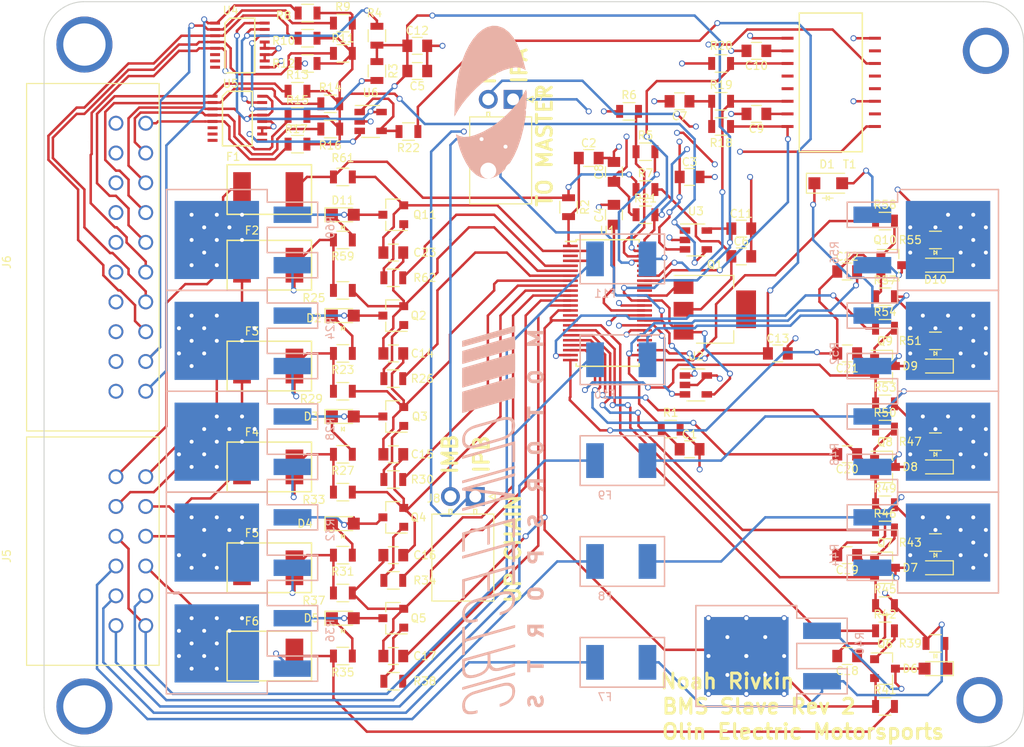
<source format=kicad_pcb>
(kicad_pcb (version 4) (host pcbnew 4.0.7-e2-6376~58~ubuntu14.04.1)
  (layers (0 F.Cu signal) (1 In1.Cu signal hide) (2 In2.Cu signal hide) (31 B.Cu signal) (34 B.Paste user) (35 F.Paste user) (36 B.SilkS user) (37 F.SilkS user) (38 B.Mask user) (39 F.Mask user) (44 Edge.Cuts user))
  (net 0 "")
  (net 1 /Balance1/SENSE_BELOW)
  (net 2 GND)
  (net 3 "Net-(C2-Pad1)")
  (net 4 "Net-(C3-Pad1)")
  (net 5 "Net-(C4-Pad1)")
  (net 6 /VREG)
  (net 7 "Net-(C6-Pad1)")
  (net 8 "Net-(C7-Pad1)")
  (net 9 "Net-(C8-Pad1)")
  (net 10 "Net-(C9-Pad1)")
  (net 11 "Net-(C10-Pad1)")
  (net 12 /GPIO1)
  (net 13 /Balance9/CELL_SENSE)
  (net 14 /Balance8/CELL_SENSE)
  (net 15 /Balance7/CELL_SENSE)
  (net 16 /Balance6/CELL_SENSE)
  (net 17 /Balance5/CELL_SENSE)
  (net 18 /Balance4/CELL_SENSE)
  (net 19 /Balance3/CELL_SENSE)
  (net 20 /Control3)
  (net 21 /Balance2/CELL_SENSE)
  (net 22 /Balance1/CELL_SENSE)
  (net 23 /Balance10/CELL_SENSE)
  (net 24 /Balance2/V_BELOW)
  (net 25 "Net-(D2-Pad2)")
  (net 26 "Net-(D2-Pad1)")
  (net 27 "Net-(D3-Pad2)")
  (net 28 "Net-(D3-Pad1)")
  (net 29 "Net-(D4-Pad2)")
  (net 30 "Net-(D4-Pad1)")
  (net 31 "Net-(D5-Pad2)")
  (net 32 "Net-(D5-Pad1)")
  (net 33 "Net-(D6-Pad2)")
  (net 34 "Net-(D6-Pad1)")
  (net 35 "Net-(D7-Pad2)")
  (net 36 "Net-(D7-Pad1)")
  (net 37 "Net-(D8-Pad2)")
  (net 38 "Net-(D8-Pad1)")
  (net 39 "Net-(D9-Pad2)")
  (net 40 "Net-(D9-Pad1)")
  (net 41 "Net-(D10-Pad2)")
  (net 42 "Net-(D10-Pad1)")
  (net 43 "Net-(D11-Pad2)")
  (net 44 "Net-(D11-Pad1)")
  (net 45 /Balance10/V_CELL)
  (net 46 "Net-(F1-Pad1)")
  (net 47 /Balance10/V_BELOW)
  (net 48 "Net-(F2-Pad1)")
  (net 49 /Balance9/V_BELOW)
  (net 50 "Net-(F3-Pad1)")
  (net 51 /Balance8/V_BELOW)
  (net 52 "Net-(F4-Pad1)")
  (net 53 /Balance7/V_BELOW)
  (net 54 "Net-(F5-Pad1)")
  (net 55 /Balance6/V_BELOW)
  (net 56 "Net-(F6-Pad1)")
  (net 57 /Balance5/V_BELOW)
  (net 58 "Net-(F7-Pad1)")
  (net 59 /Balance4/V_BELOW)
  (net 60 "Net-(F8-Pad1)")
  (net 61 /Balance3/V_BELOW)
  (net 62 "Net-(F9-Pad1)")
  (net 63 "Net-(F10-Pad1)")
  (net 64 "Net-(F11-Pad1)")
  (net 65 /CELL_TEMP1)
  (net 66 /CELL_TEMP2)
  (net 67 /CELL_TEMP3)
  (net 68 /CELL_TEMP5)
  (net 69 /CELL_TEMP6)
  (net 70 /CELL_TEMP7)
  (net 71 /CELL_TEMP8)
  (net 72 /CELL_TEMP9)
  (net 73 /CELL_TEMP10)
  (net 74 "Net-(J7-Pad1)")
  (net 75 "Net-(J7-Pad2)")
  (net 76 "Net-(J8-Pad1)")
  (net 77 "Net-(J8-Pad2)")
  (net 78 "Net-(Q1-Pad1)")
  (net 79 "Net-(Q2-Pad1)")
  (net 80 "Net-(Q3-Pad1)")
  (net 81 "Net-(Q4-Pad1)")
  (net 82 "Net-(Q5-Pad1)")
  (net 83 "Net-(Q6-Pad1)")
  (net 84 "Net-(Q7-Pad1)")
  (net 85 "Net-(Q8-Pad1)")
  (net 86 "Net-(Q9-Pad1)")
  (net 87 "Net-(Q10-Pad1)")
  (net 88 "Net-(Q11-Pad1)")
  (net 89 /SDA)
  (net 90 /SCL)
  (net 91 "Net-(R5-Pad1)")
  (net 92 "Net-(R5-Pad2)")
  (net 93 /VREF2)
  (net 94 /CELL_TEMP4)
  (net 95 "Net-(R18-Pad1)")
  (net 96 "Net-(R19-Pad2)")
  (net 97 "Net-(R20-Pad1)")
  (net 98 "Net-(R21-Pad2)")
  (net 99 "Net-(R22-Pad2)")
  (net 100 "Net-(R24-Pad1)")
  (net 101 /Control9)
  (net 102 "Net-(R28-Pad1)")
  (net 103 /Control8)
  (net 104 "Net-(R32-Pad1)")
  (net 105 /Control7)
  (net 106 "Net-(R36-Pad1)")
  (net 107 /Control6)
  (net 108 "Net-(R40-Pad1)")
  (net 109 /Control5)
  (net 110 "Net-(R44-Pad1)")
  (net 111 /Control4)
  (net 112 "Net-(R48-Pad1)")
  (net 113 "Net-(R52-Pad1)")
  (net 114 /Control2)
  (net 115 "Net-(R56-Pad1)")
  (net 116 /Control1)
  (net 117 "Net-(R60-Pad1)")
  (net 118 /Control10)
  (net 119 "Net-(T1-Pad2)")
  (net 120 "Net-(T1-Pad7)")
  (net 121 "Net-(U1-Pad3)")
  (net 122 "Net-(U1-Pad15)")
  (net 123 "Net-(U1-Pad28)")
  (net 124 "Net-(U1-Pad29)")
  (net 125 "Net-(U1-Pad39)")
  (net 126 "Net-(U1-Pad40)")
  (net 127 "Net-(U1-Pad43)")
  (net 128 "Net-(U1-Pad44)")
  (net 129 "Net-(U4-Pad8)")
  (net 130 "Net-(U4-Pad9)")
  (net 131 "Net-(U4-Pad7)")
  (net 132 "Net-(U4-Pad6)")
  (net 133 "Net-(U5-Pad8)")
  (net 134 "Net-(U5-Pad7)")
  (net 135 "Net-(U5-Pad6)")
  (module footprints:DTO25 (layer B.Cu) (at 88.9 91.44 270)
    (fp_text reference R60 (at -1.27 -11.43 270) (layer B.SilkS) (effects (font (size 0.8 0.8) (thickness 0.12)) (justify mirror)))
    (fp_text value DTO25 hide)
    (pad 1 smd rect (at 0 0 270) (size 7.87 8.51) (layers B.Cu B.Paste B.Mask) (net 117 "Net-(R60-Pad1)"))
    (pad 2 smd rect (at 2.54 -7.625 270) (size 1.65 3.81) (layers B.Cu B.Paste B.Mask) (net 47 /Balance10/V_BELOW))
    (pad 3 smd rect (at -2.54 -7.625 270) (size 1.65 3.81) (layers B.Cu B.Paste B.Mask) (net 43 "Net-(D11-Pad2)"))
  )
  (module footprints:Molex_Microfit3_Header_02x10_Angled_OEM (layer F.Cu) (at 78.74 106.68 270)
    (fp_text reference J6 (at -13 11 270) (layer F.SilkS) (effects (font (size 0.8 0.8) (thickness 0.12))))
    (fp_text value MicroFit_20 hide)
    (pad 11 thru_hole circle (at 0 -3 270) (size 1.5 1.5) (drill 1.1) (layers *.Cu *.Mask) (net 65 /CELL_TEMP1))
    (pad 1 thru_hole circle (at 0 0 270) (size 1.5 1.5) (drill 1.1) (layers *.Cu *.Mask) (net 2 GND))
    (pad 2 thru_hole circle (at -3 0 270) (size 1.5 1.5) (drill 1.1) (layers *.Cu *.Mask) (net 2 GND))
    (pad 12 thru_hole circle (at -3 -3 270) (size 1.5 1.5) (drill 1.1) (layers *.Cu *.Mask) (net 66 /CELL_TEMP2))
    (pad 13 thru_hole circle (at -6 -3 270) (size 1.5 1.5) (drill 1.1) (layers *.Cu *.Mask) (net 67 /CELL_TEMP3))
    (pad 3 thru_hole circle (at -6 0 270) (size 1.5 1.5) (drill 1.1) (layers *.Cu *.Mask) (net 2 GND))
    (pad 4 thru_hole circle (at -9 0 270) (size 1.5 1.5) (drill 1.1) (layers *.Cu *.Mask) (net 2 GND))
    (pad 14 thru_hole circle (at -9 -3 270) (size 1.5 1.5) (drill 1.1) (layers *.Cu *.Mask) (net 94 /CELL_TEMP4))
    (pad 15 thru_hole circle (at -12 -3 270) (size 1.5 1.5) (drill 1.1) (layers *.Cu *.Mask) (net 68 /CELL_TEMP5))
    (pad 5 thru_hole circle (at -12 0 270) (size 1.5 1.5) (drill 1.1) (layers *.Cu *.Mask) (net 2 GND))
    (pad 6 thru_hole circle (at -15 0 270) (size 1.5 1.5) (drill 1.1) (layers *.Cu *.Mask) (net 2 GND))
    (pad 16 thru_hole circle (at -15 -3 270) (size 1.5 1.5) (drill 1.1) (layers *.Cu *.Mask) (net 69 /CELL_TEMP6))
    (pad "" np_thru_hole circle (at -1.6 4.32 270) (size 3.1 3.1) (drill 3.1) (layers *.Cu *.Mask))
    (pad 17 thru_hole circle (at -18 -3 270) (size 1.5 1.5) (drill 1.1) (layers *.Cu *.Mask) (net 70 /CELL_TEMP7))
    (pad 7 thru_hole circle (at -18 0 270) (size 1.5 1.5) (drill 1.1) (layers *.Cu *.Mask) (net 2 GND))
    (pad 8 thru_hole circle (at -21 0 270) (size 1.5 1.5) (drill 1.1) (layers *.Cu *.Mask) (net 2 GND))
    (pad 18 thru_hole circle (at -21 -3 270) (size 1.5 1.5) (drill 1.1) (layers *.Cu *.Mask) (net 71 /CELL_TEMP8))
    (pad 19 thru_hole circle (at -24 -3 270) (size 1.5 1.5) (drill 1.1) (layers *.Cu *.Mask) (net 72 /CELL_TEMP9))
    (pad 9 thru_hole circle (at -24 0 270) (size 1.5 1.5) (drill 1.1) (layers *.Cu *.Mask) (net 2 GND))
    (pad 20 thru_hole circle (at -27 -3 270) (size 1.5 1.5) (drill 1.1) (layers *.Cu *.Mask) (net 73 /CELL_TEMP10))
    (pad 10 thru_hole circle (at -27 0 270) (size 1.5 1.5) (drill 1.1) (layers *.Cu *.Mask) (net 2 GND))
    (pad "" np_thru_hole circle (at -24.8 4.32 270) (size 3.1 3.1) (drill 3.1) (layers *.Cu *.Mask))
  )
  (module footprints:Microfit3_Header_02x06_Angled_OEM (layer F.Cu) (at 78.74 130.285 270)
    (fp_text reference J5 (at -7 11 270) (layer F.SilkS) (effects (font (size 0.8 0.8) (thickness 0.12))))
    (fp_text value MicroFit_12 hide)
    (pad 7 thru_hole circle (at 0 -3 270) (size 1.5 1.5) (drill 1.1) (layers *.Cu *.Mask) (net 64 "Net-(F11-Pad1)"))
    (pad 1 thru_hole circle (at 0 0 270) (size 1.5 1.5) (drill 1.1) (layers *.Cu *.Mask) (net 62 "Net-(F9-Pad1)"))
    (pad 2 thru_hole circle (at -3 0 270) (size 1.5 1.5) (drill 1.1) (layers *.Cu *.Mask) (net 60 "Net-(F8-Pad1)"))
    (pad 8 thru_hole circle (at -3 -3 270) (size 1.5 1.5) (drill 1.1) (layers *.Cu *.Mask) (net 63 "Net-(F10-Pad1)"))
    (pad "" np_thru_hole circle (at -2.1 4.32 270) (size 3.1 3.1) (drill 3.1) (layers *.Cu *.Mask))
    (pad 9 thru_hole circle (at -6 -3 270) (size 1.5 1.5) (drill 1.1) (layers *.Cu *.Mask) (net 56 "Net-(F6-Pad1)"))
    (pad 3 thru_hole circle (at -6 0 270) (size 1.5 1.5) (drill 1.1) (layers *.Cu *.Mask) (net 58 "Net-(F7-Pad1)"))
    (pad 4 thru_hole circle (at -9 0 270) (size 1.5 1.5) (drill 1.1) (layers *.Cu *.Mask) (net 64 "Net-(F11-Pad1)"))
    (pad 10 thru_hole circle (at -9 -3 270) (size 1.5 1.5) (drill 1.1) (layers *.Cu *.Mask) (net 54 "Net-(F5-Pad1)"))
    (pad 11 thru_hole circle (at -12 -3 270) (size 1.5 1.5) (drill 1.1) (layers *.Cu *.Mask) (net 52 "Net-(F4-Pad1)"))
    (pad 5 thru_hole circle (at -12 0 270) (size 1.5 1.5) (drill 1.1) (layers *.Cu *.Mask) (net 50 "Net-(F3-Pad1)"))
    (pad 12 thru_hole circle (at -15 -3 270) (size 1.5 1.5) (drill 1.1) (layers *.Cu *.Mask) (net 48 "Net-(F2-Pad1)"))
    (pad 6 thru_hole circle (at -15 0 270) (size 1.5 1.5) (drill 1.1) (layers *.Cu *.Mask) (net 46 "Net-(F1-Pad1)"))
    (pad "" np_thru_hole circle (at -12.8 4.32 270) (size 3.1 3.1) (drill 3.1) (layers *.Cu *.Mask))
  )
  (module footprints:C_0805_OEM (layer F.Cu) (at 143.256 78.74 180)
    (fp_text reference C9 (at 0 -1.5 180) (layer F.SilkS) (effects (font (size 0.8 0.8) (thickness 0.12))))
    (fp_text value 10nF hide)
    (pad 1 smd rect (at -1 0 180) (size 1 1.25) (layers F.Cu F.Paste F.Mask) (net 10 "Net-(C9-Pad1)"))
    (pad 2 smd rect (at 1 0 180) (size 1 1.25) (layers F.Cu F.Paste F.Mask) (net 2 GND))
  )
  (module footprints:C_0805_OEM (layer F.Cu) (at 143.256 72.39 180)
    (fp_text reference C10 (at 0 -1.5 180) (layer F.SilkS) (effects (font (size 0.8 0.8) (thickness 0.12))))
    (fp_text value 10nF hide)
    (pad 1 smd rect (at -1 0 180) (size 1 1.25) (layers F.Cu F.Paste F.Mask) (net 11 "Net-(C10-Pad1)"))
    (pad 2 smd rect (at 1 0 180) (size 1 1.25) (layers F.Cu F.Paste F.Mask) (net 2 GND))
  )
  (module footprints:Molex_NanoFit_1x02x2.50mm_Angled_OEM (layer F.Cu) (at 118.745 77.275 180)
    (fp_text reference J7 (at -2.54 0.313 180) (layer F.SilkS) (effects (font (size 0.8 0.8) (thickness 0.12))))
    (fp_text value NanoFit_2 hide)
    (pad 1 thru_hole rect (at 0 0 180) (size 1.9 1.9) (drill 1.2) (layers *.Cu *.Mask) (net 74 "Net-(J7-Pad1)"))
    (pad 2 thru_hole circle (at 2.5 0 180) (size 1.9 1.9) (drill 1.2) (layers *.Cu *.Mask) (net 75 "Net-(J7-Pad2)"))
    (pad "" np_thru_hole circle (at 0 -7.18 180) (size 1.6 1.6) (drill 1.6) (layers *.Cu *.Mask))
    (pad "" np_thru_hole circle (at 2.5 -7.18 180) (size 1.6 1.6) (drill 1.6) (layers *.Cu *.Mask))
  )
  (module footprints:Molex_NanoFit_1x02x2.50mm_Angled_OEM (layer F.Cu) (at 114.935 117.28 180)
    (fp_text reference J8 (at 4.191 -0.195 180) (layer F.SilkS) (effects (font (size 0.8 0.8) (thickness 0.12))))
    (fp_text value NanoFit_2 hide)
    (pad 1 thru_hole rect (at 0 0 180) (size 1.9 1.9) (drill 1.2) (layers *.Cu *.Mask) (net 76 "Net-(J8-Pad1)"))
    (pad 2 thru_hole circle (at 2.5 0 180) (size 1.9 1.9) (drill 1.2) (layers *.Cu *.Mask) (net 77 "Net-(J8-Pad2)"))
    (pad "" np_thru_hole circle (at 0 -7.18 180) (size 1.6 1.6) (drill 1.6) (layers *.Cu *.Mask))
    (pad "" np_thru_hole circle (at 2.5 -7.18 180) (size 1.6 1.6) (drill 1.6) (layers *.Cu *.Mask))
  )
  (module footprints:R_0805_OEM (layer F.Cu) (at 98.044 68.58)
    (fp_text reference R8 (at -2.413 0.254) (layer F.SilkS) (effects (font (size 0.8 0.8) (thickness 0.12))))
    (fp_text value R_10k hide)
    (pad 1 smd rect (at -0.95 0) (size 0.7 1.3) (layers F.Cu F.Paste F.Mask) (net 65 /CELL_TEMP1))
    (pad 2 smd rect (at 0.95 0) (size 0.7 1.3) (layers F.Cu F.Paste F.Mask) (net 93 /VREF2))
  )
  (module footprints:R_0805_OEM (layer F.Cu) (at 101.6 69.596)
    (fp_text reference R9 (at 0 -1.65) (layer F.SilkS) (effects (font (size 0.8 0.8) (thickness 0.12))))
    (fp_text value R_10k hide)
    (pad 1 smd rect (at -0.95 0) (size 0.7 1.3) (layers F.Cu F.Paste F.Mask) (net 66 /CELL_TEMP2))
    (pad 2 smd rect (at 0.95 0) (size 0.7 1.3) (layers F.Cu F.Paste F.Mask) (net 93 /VREF2))
  )
  (module footprints:R_0805_OEM (layer F.Cu) (at 98.044 71.12)
    (fp_text reference R10 (at -2.413 0.254) (layer F.SilkS) (effects (font (size 0.8 0.8) (thickness 0.12))))
    (fp_text value R_10k hide)
    (pad 1 smd rect (at -0.95 0) (size 0.7 1.3) (layers F.Cu F.Paste F.Mask) (net 67 /CELL_TEMP3))
    (pad 2 smd rect (at 0.95 0) (size 0.7 1.3) (layers F.Cu F.Paste F.Mask) (net 93 /VREF2))
  )
  (module footprints:R_0805_OEM (layer F.Cu) (at 101.6 72.644)
    (fp_text reference R11 (at 0 -1.524) (layer F.SilkS) (effects (font (size 0.8 0.8) (thickness 0.12))))
    (fp_text value R_10k hide)
    (pad 1 smd rect (at -0.95 0) (size 0.7 1.3) (layers F.Cu F.Paste F.Mask) (net 94 /CELL_TEMP4))
    (pad 2 smd rect (at 0.95 0) (size 0.7 1.3) (layers F.Cu F.Paste F.Mask) (net 93 /VREF2))
  )
  (module footprints:R_0805_OEM (layer F.Cu) (at 98.044 73.66)
    (fp_text reference R12 (at -2.413 0) (layer F.SilkS) (effects (font (size 0.8 0.8) (thickness 0.12))))
    (fp_text value R_10k hide)
    (pad 1 smd rect (at -0.95 0) (size 0.7 1.3) (layers F.Cu F.Paste F.Mask) (net 68 /CELL_TEMP5))
    (pad 2 smd rect (at 0.95 0) (size 0.7 1.3) (layers F.Cu F.Paste F.Mask) (net 93 /VREF2))
  )
  (module footprints:R_0805_OEM (layer F.Cu) (at 97.028 76.454)
    (fp_text reference R13 (at 0 -1.65) (layer F.SilkS) (effects (font (size 0.8 0.8) (thickness 0.12))))
    (fp_text value R_10k hide)
    (pad 1 smd rect (at -0.95 0) (size 0.7 1.3) (layers F.Cu F.Paste F.Mask) (net 69 /CELL_TEMP6))
    (pad 2 smd rect (at 0.95 0) (size 0.7 1.3) (layers F.Cu F.Paste F.Mask) (net 93 /VREF2))
  )
  (module footprints:R_0805_OEM (layer F.Cu) (at 100.33 77.724)
    (fp_text reference R14 (at 0 -1.65) (layer F.SilkS) (effects (font (size 0.8 0.8) (thickness 0.12))))
    (fp_text value R_10k hide)
    (pad 1 smd rect (at -0.95 0) (size 0.7 1.3) (layers F.Cu F.Paste F.Mask) (net 70 /CELL_TEMP7))
    (pad 2 smd rect (at 0.95 0) (size 0.7 1.3) (layers F.Cu F.Paste F.Mask) (net 93 /VREF2))
  )
  (module footprints:R_0805_OEM (layer F.Cu) (at 97.028 78.994)
    (fp_text reference R15 (at 0 -1.65) (layer F.SilkS) (effects (font (size 0.8 0.8) (thickness 0.12))))
    (fp_text value R_10k hide)
    (pad 1 smd rect (at -0.95 0) (size 0.7 1.3) (layers F.Cu F.Paste F.Mask) (net 71 /CELL_TEMP8))
    (pad 2 smd rect (at 0.95 0) (size 0.7 1.3) (layers F.Cu F.Paste F.Mask) (net 93 /VREF2))
  )
  (module footprints:R_0805_OEM (layer F.Cu) (at 100.33 80.264)
    (fp_text reference R16 (at 0 1.651) (layer F.SilkS) (effects (font (size 0.8 0.8) (thickness 0.12))))
    (fp_text value R_10k hide)
    (pad 1 smd rect (at -0.95 0) (size 0.7 1.3) (layers F.Cu F.Paste F.Mask) (net 72 /CELL_TEMP9))
    (pad 2 smd rect (at 0.95 0) (size 0.7 1.3) (layers F.Cu F.Paste F.Mask) (net 93 /VREF2))
  )
  (module footprints:R_0805_OEM (layer F.Cu) (at 97.028 81.788)
    (fp_text reference R17 (at -0.127 -1.524) (layer F.SilkS) (effects (font (size 0.8 0.8) (thickness 0.12))))
    (fp_text value R_10k hide)
    (pad 1 smd rect (at -0.95 0) (size 0.7 1.3) (layers F.Cu F.Paste F.Mask) (net 73 /CELL_TEMP10))
    (pad 2 smd rect (at 0.95 0) (size 0.7 1.3) (layers F.Cu F.Paste F.Mask) (net 93 /VREF2))
  )
  (module footprints:R_0805_OEM (layer F.Cu) (at 108.204 80.518 180)
    (fp_text reference R22 (at 0 -1.65 180) (layer F.SilkS) (effects (font (size 0.8 0.8) (thickness 0.12))))
    (fp_text value R_100 hide)
    (pad 1 smd rect (at -0.95 0 180) (size 0.7 1.3) (layers F.Cu F.Paste F.Mask) (net 12 /GPIO1))
    (pad 2 smd rect (at 0.95 0 180) (size 0.7 1.3) (layers F.Cu F.Paste F.Mask) (net 99 "Net-(R22-Pad2)"))
  )
  (module footprints:SSOP-16_LTC1380 (layer F.Cu) (at 93.726 69.596 270)
    (fp_text reference U4 (at -1.27 3.429 360) (layer F.SilkS) (effects (font (size 0.8 0.8) (thickness 0.12))))
    (fp_text value LTC1380 hide)
    (pad 8 smd rect (at 4.445 5 270) (size 0.3 1) (layers F.Cu F.Paste F.Mask) (net 129 "Net-(U4-Pad8)"))
    (pad 16 smd rect (at 0 0 270) (size 0.3 1) (layers F.Cu F.Paste F.Mask) (net 6 /VREG))
    (pad 15 smd rect (at 0.635 0 270) (size 0.3 1) (layers F.Cu F.Paste F.Mask) (net 90 /SCL))
    (pad 14 smd rect (at 1.27 0 270) (size 0.3 1) (layers F.Cu F.Paste F.Mask) (net 89 /SDA))
    (pad 13 smd rect (at 1.905 0 270) (size 0.3 1) (layers F.Cu F.Paste F.Mask) (net 2 GND))
    (pad 12 smd rect (at 2.54 0 270) (size 0.3 1) (layers F.Cu F.Paste F.Mask) (net 2 GND))
    (pad 11 smd rect (at 3.175 0 270) (size 0.3 1) (layers F.Cu F.Paste F.Mask) (net 2 GND))
    (pad 10 smd rect (at 3.81 0 270) (size 0.3 1) (layers F.Cu F.Paste F.Mask) (net 2 GND))
    (pad 9 smd rect (at 4.445 0 270) (size 0.3 1) (layers F.Cu F.Paste F.Mask) (net 130 "Net-(U4-Pad9)"))
    (pad 7 smd rect (at 3.81 5 270) (size 0.3 1) (layers F.Cu F.Paste F.Mask) (net 131 "Net-(U4-Pad7)"))
    (pad 6 smd rect (at 3.175 5 270) (size 0.3 1) (layers F.Cu F.Paste F.Mask) (net 132 "Net-(U4-Pad6)"))
    (pad 5 smd rect (at 2.54 5 270) (size 0.3 1) (layers F.Cu F.Paste F.Mask) (net 68 /CELL_TEMP5))
    (pad 4 smd rect (at 1.905 5 270) (size 0.3 1) (layers F.Cu F.Paste F.Mask) (net 94 /CELL_TEMP4))
    (pad 3 smd rect (at 1.27 5 270) (size 0.3 1) (layers F.Cu F.Paste F.Mask) (net 67 /CELL_TEMP3))
    (pad 2 smd rect (at 0.635 5 270) (size 0.3 1) (layers F.Cu F.Paste F.Mask) (net 66 /CELL_TEMP2))
    (pad 1 smd rect (at 0 5 270) (size 0.3 1) (layers F.Cu F.Paste F.Mask) (net 65 /CELL_TEMP1))
  )
  (module footprints:SSOP-16_LTC1380 (layer F.Cu) (at 93.472 76.962 270)
    (fp_text reference U5 (at -1.27 3.175 360) (layer F.SilkS) (effects (font (size 0.8 0.8) (thickness 0.12))))
    (fp_text value LTC1380 hide)
    (pad 8 smd rect (at 4.445 5 270) (size 0.3 1) (layers F.Cu F.Paste F.Mask) (net 133 "Net-(U5-Pad8)"))
    (pad 16 smd rect (at 0 0 270) (size 0.3 1) (layers F.Cu F.Paste F.Mask) (net 6 /VREG))
    (pad 15 smd rect (at 0.635 0 270) (size 0.3 1) (layers F.Cu F.Paste F.Mask) (net 90 /SCL))
    (pad 14 smd rect (at 1.27 0 270) (size 0.3 1) (layers F.Cu F.Paste F.Mask) (net 89 /SDA))
    (pad 13 smd rect (at 1.905 0 270) (size 0.3 1) (layers F.Cu F.Paste F.Mask) (net 6 /VREG))
    (pad 12 smd rect (at 2.54 0 270) (size 0.3 1) (layers F.Cu F.Paste F.Mask) (net 2 GND))
    (pad 11 smd rect (at 3.175 0 270) (size 0.3 1) (layers F.Cu F.Paste F.Mask) (net 2 GND))
    (pad 10 smd rect (at 3.81 0 270) (size 0.3 1) (layers F.Cu F.Paste F.Mask) (net 2 GND))
    (pad 9 smd rect (at 4.445 0 270) (size 0.3 1) (layers F.Cu F.Paste F.Mask) (net 130 "Net-(U4-Pad9)"))
    (pad 7 smd rect (at 3.81 5 270) (size 0.3 1) (layers F.Cu F.Paste F.Mask) (net 134 "Net-(U5-Pad7)"))
    (pad 6 smd rect (at 3.175 5 270) (size 0.3 1) (layers F.Cu F.Paste F.Mask) (net 135 "Net-(U5-Pad6)"))
    (pad 5 smd rect (at 2.54 5 270) (size 0.3 1) (layers F.Cu F.Paste F.Mask) (net 73 /CELL_TEMP10))
    (pad 4 smd rect (at 1.905 5 270) (size 0.3 1) (layers F.Cu F.Paste F.Mask) (net 72 /CELL_TEMP9))
    (pad 3 smd rect (at 1.27 5 270) (size 0.3 1) (layers F.Cu F.Paste F.Mask) (net 71 /CELL_TEMP8))
    (pad 2 smd rect (at 0.635 5 270) (size 0.3 1) (layers F.Cu F.Paste F.Mask) (net 70 /CELL_TEMP7))
    (pad 1 smd rect (at 0 5 270) (size 0.3 1) (layers F.Cu F.Paste F.Mask) (net 69 /CELL_TEMP6))
  )
  (module footprints:SOT-23-5_OEM (layer F.Cu) (at 104.394 79.502)
    (fp_text reference U6 (at 0 -2.9) (layer F.SilkS) (effects (font (size 0.8 0.8) (thickness 0.12))))
    (fp_text value MCP6001 hide)
    (pad 1 smd rect (at -1.1 -0.95) (size 1.06 0.65) (layers F.Cu F.Paste F.Mask) (net 99 "Net-(R22-Pad2)"))
    (pad 2 smd rect (at -1.1 0) (size 1.06 0.65) (layers F.Cu F.Paste F.Mask) (net 2 GND))
    (pad 3 smd rect (at -1.1 0.95) (size 1.06 0.65) (layers F.Cu F.Paste F.Mask) (net 130 "Net-(U4-Pad9)"))
    (pad 4 smd rect (at 1.1 0.95) (size 1.06 0.65) (layers F.Cu F.Paste F.Mask) (net 99 "Net-(R22-Pad2)"))
    (pad 5 smd rect (at 1.1 -0.95) (size 1.06 0.65) (layers F.Cu F.Paste F.Mask) (net 6 /VREG))
  )
  (module footprints:7490100111A (layer F.Cu) (at 155.194 80.01 180)
    (fp_text reference T1 (at 2.54 -3.81 180) (layer F.SilkS) (effects (font (size 0.8 0.8) (thickness 0.12))))
    (fp_text value T_LAN_7490100111A hide)
    (pad 9 smd rect (at 8.8 8.89 180) (size 1.2 0.3) (layers F.Cu F.Paste F.Mask) (net 98 "Net-(R21-Pad2)"))
    (pad 1 smd rect (at 0 0 180) (size 1.2 0.3) (layers F.Cu F.Paste F.Mask) (net 75 "Net-(J7-Pad2)"))
    (pad 2 smd rect (at 0 1.27 180) (size 1.2 0.3) (layers F.Cu F.Paste F.Mask) (net 119 "Net-(T1-Pad2)"))
    (pad 3 smd rect (at 0 2.54 180) (size 1.2 0.3) (layers F.Cu F.Paste F.Mask) (net 74 "Net-(J7-Pad1)"))
    (pad 4 smd rect (at 0 3.81 180) (size 1.2 0.3) (layers F.Cu F.Paste F.Mask))
    (pad 5 smd rect (at 0 5.08 180) (size 1.2 0.3) (layers F.Cu F.Paste F.Mask))
    (pad 6 smd rect (at 0 6.35 180) (size 1.2 0.3) (layers F.Cu F.Paste F.Mask) (net 77 "Net-(J8-Pad2)"))
    (pad 7 smd rect (at 0 7.62 180) (size 1.2 0.3) (layers F.Cu F.Paste F.Mask) (net 120 "Net-(T1-Pad7)"))
    (pad 8 smd rect (at 0 8.89 180) (size 1.2 0.3) (layers F.Cu F.Paste F.Mask) (net 76 "Net-(J8-Pad1)"))
    (pad 10 smd rect (at 8.8 7.62 180) (size 1.2 0.3) (layers F.Cu F.Paste F.Mask) (net 11 "Net-(C10-Pad1)"))
    (pad 11 smd rect (at 8.8 6.35 180) (size 1.2 0.3) (layers F.Cu F.Paste F.Mask) (net 97 "Net-(R20-Pad1)"))
    (pad 12 smd rect (at 8.8 5.08 180) (size 1.2 0.3) (layers F.Cu F.Paste F.Mask))
    (pad 13 smd rect (at 8.8 3.81 180) (size 1.2 0.3) (layers F.Cu F.Paste F.Mask))
    (pad 14 smd rect (at 8.8 2.54 180) (size 1.2 0.3) (layers F.Cu F.Paste F.Mask) (net 96 "Net-(R19-Pad2)"))
    (pad 15 smd rect (at 8.8 1.27 180) (size 1.2 0.3) (layers F.Cu F.Paste F.Mask) (net 10 "Net-(C9-Pad1)"))
    (pad 16 smd rect (at 8.8 0 180) (size 1.2 0.3) (layers F.Cu F.Paste F.Mask) (net 95 "Net-(R18-Pad1)"))
  )
  (module footprints:C_0805_OEM (layer F.Cu) (at 136.525 112.522)
    (fp_text reference C1 (at 0 -1.5) (layer F.SilkS) (effects (font (size 0.8 0.8) (thickness 0.12))))
    (fp_text value 10nF hide)
    (pad 1 smd rect (at -1 0) (size 1 1.25) (layers F.Cu F.Paste F.Mask) (net 1 /Balance1/SENSE_BELOW))
    (pad 2 smd rect (at 1 0) (size 1 1.25) (layers F.Cu F.Paste F.Mask) (net 2 GND))
  )
  (module footprints:C_0805_OEM (layer F.Cu) (at 126.365 83.185)
    (fp_text reference C2 (at 0 -1.5) (layer F.SilkS) (effects (font (size 0.8 0.8) (thickness 0.12))))
    (fp_text value C_0.1uF hide)
    (pad 1 smd rect (at -1 0) (size 1 1.25) (layers F.Cu F.Paste F.Mask) (net 3 "Net-(C2-Pad1)"))
    (pad 2 smd rect (at 1 0) (size 1 1.25) (layers F.Cu F.Paste F.Mask) (net 2 GND))
  )
  (module footprints:C_0805_OEM (layer F.Cu) (at 136.525 85.09)
    (fp_text reference C3 (at 0 -1.5) (layer F.SilkS) (effects (font (size 0.8 0.8) (thickness 0.12))))
    (fp_text value 1uF hide)
    (pad 1 smd rect (at -1 0) (size 1 1.25) (layers F.Cu F.Paste F.Mask) (net 4 "Net-(C3-Pad1)"))
    (pad 2 smd rect (at 1 0) (size 1 1.25) (layers F.Cu F.Paste F.Mask) (net 2 GND))
  )
  (module footprints:C_0805_OEM (layer F.Cu) (at 128.905 88.9 90)
    (fp_text reference C4 (at 0 -1.5 90) (layer F.SilkS) (effects (font (size 0.8 0.8) (thickness 0.12))))
    (fp_text value 1uF hide)
    (pad 1 smd rect (at -1 0 90) (size 1 1.25) (layers F.Cu F.Paste F.Mask) (net 5 "Net-(C4-Pad1)"))
    (pad 2 smd rect (at 1 0 90) (size 1 1.25) (layers F.Cu F.Paste F.Mask) (net 2 GND))
  )
  (module footprints:C_0805_OEM (layer F.Cu) (at 109.093 74.422)
    (fp_text reference C5 (at 0 1.524) (layer F.SilkS) (effects (font (size 0.8 0.8) (thickness 0.12))))
    (fp_text value 1uF hide)
    (pad 1 smd rect (at -1 0) (size 1 1.25) (layers F.Cu F.Paste F.Mask) (net 6 /VREG))
    (pad 2 smd rect (at 1 0) (size 1 1.25) (layers F.Cu F.Paste F.Mask) (net 2 GND))
  )
  (module footprints:C_0805_OEM (layer F.Cu) (at 141.732 93.091)
    (fp_text reference C6 (at 0 -1.5) (layer F.SilkS) (effects (font (size 0.8 0.8) (thickness 0.12))))
    (fp_text value C_0.1uF hide)
    (pad 1 smd rect (at -1 0) (size 1 1.25) (layers F.Cu F.Paste F.Mask) (net 7 "Net-(C6-Pad1)"))
    (pad 2 smd rect (at 1 0) (size 1 1.25) (layers F.Cu F.Paste F.Mask) (net 2 GND))
  )
  (module footprints:C_0805_OEM (layer F.Cu) (at 135.509 77.47 180)
    (fp_text reference C7 (at 0 -1.5 180) (layer F.SilkS) (effects (font (size 0.8 0.8) (thickness 0.12))))
    (fp_text value 10nF hide)
    (pad 1 smd rect (at -1 0 180) (size 1 1.25) (layers F.Cu F.Paste F.Mask) (net 8 "Net-(C7-Pad1)"))
    (pad 2 smd rect (at 1 0 180) (size 1 1.25) (layers F.Cu F.Paste F.Mask) (net 2 GND))
  )
  (module footprints:C_0805_OEM (layer F.Cu) (at 128.905 84.582 90)
    (fp_text reference C8 (at 0 -1.5 90) (layer F.SilkS) (effects (font (size 0.8 0.8) (thickness 0.12))))
    (fp_text value 10nF hide)
    (pad 1 smd rect (at -1 0 90) (size 1 1.25) (layers F.Cu F.Paste F.Mask) (net 9 "Net-(C8-Pad1)"))
    (pad 2 smd rect (at 1 0 90) (size 1 1.25) (layers F.Cu F.Paste F.Mask) (net 2 GND))
  )
  (module footprints:C_0805_OEM (layer F.Cu) (at 141.732 90.297)
    (fp_text reference C11 (at 0 -1.5) (layer F.SilkS) (effects (font (size 0.8 0.8) (thickness 0.12))))
    (fp_text value 1uF hide)
    (pad 1 smd rect (at -1 0) (size 1 1.25) (layers F.Cu F.Paste F.Mask) (net 6 /VREG))
    (pad 2 smd rect (at 1 0) (size 1 1.25) (layers F.Cu F.Paste F.Mask) (net 2 GND))
  )
  (module footprints:C_0805_OEM (layer F.Cu) (at 109.093 71.882)
    (fp_text reference C12 (at 0 -1.524) (layer F.SilkS) (effects (font (size 0.8 0.8) (thickness 0.12))))
    (fp_text value 1uF hide)
    (pad 1 smd rect (at -1 0) (size 1 1.25) (layers F.Cu F.Paste F.Mask) (net 6 /VREG))
    (pad 2 smd rect (at 1 0) (size 1 1.25) (layers F.Cu F.Paste F.Mask) (net 2 GND))
  )
  (module footprints:C_0805_OEM (layer F.Cu) (at 145.415 102.87)
    (fp_text reference C13 (at 0 -1.5) (layer F.SilkS) (effects (font (size 0.8 0.8) (thickness 0.12))))
    (fp_text value 10nF hide)
    (pad 1 smd rect (at -1 0) (size 1 1.25) (layers F.Cu F.Paste F.Mask) (net 12 /GPIO1))
    (pad 2 smd rect (at 1 0) (size 1 1.25) (layers F.Cu F.Paste F.Mask) (net 2 GND))
  )
  (module footprints:C_0805_OEM (layer F.Cu) (at 106.68 102.87)
    (fp_text reference C14 (at 2.921 0) (layer F.SilkS) (effects (font (size 0.8 0.8) (thickness 0.12))))
    (fp_text value 10nF hide)
    (pad 1 smd rect (at -1 0) (size 1 1.25) (layers F.Cu F.Paste F.Mask) (net 13 /Balance9/CELL_SENSE))
    (pad 2 smd rect (at 1 0) (size 1 1.25) (layers F.Cu F.Paste F.Mask) (net 14 /Balance8/CELL_SENSE))
  )
  (module footprints:C_0805_OEM (layer F.Cu) (at 106.68 113.03)
    (fp_text reference C15 (at 2.921 0) (layer F.SilkS) (effects (font (size 0.8 0.8) (thickness 0.12))))
    (fp_text value 10nF hide)
    (pad 1 smd rect (at -1 0) (size 1 1.25) (layers F.Cu F.Paste F.Mask) (net 14 /Balance8/CELL_SENSE))
    (pad 2 smd rect (at 1 0) (size 1 1.25) (layers F.Cu F.Paste F.Mask) (net 15 /Balance7/CELL_SENSE))
  )
  (module footprints:C_0805_OEM (layer F.Cu) (at 106.68 123.19 180)
    (fp_text reference C16 (at -3.175 0 180) (layer F.SilkS) (effects (font (size 0.8 0.8) (thickness 0.12))))
    (fp_text value 10nF hide)
    (pad 1 smd rect (at -1 0 180) (size 1 1.25) (layers F.Cu F.Paste F.Mask) (net 15 /Balance7/CELL_SENSE))
    (pad 2 smd rect (at 1 0 180) (size 1 1.25) (layers F.Cu F.Paste F.Mask) (net 16 /Balance6/CELL_SENSE))
  )
  (module footprints:C_0805_OEM (layer F.Cu) (at 106.68 133.35)
    (fp_text reference C17 (at 3.175 0) (layer F.SilkS) (effects (font (size 0.8 0.8) (thickness 0.12))))
    (fp_text value 10nF hide)
    (pad 1 smd rect (at -1 0) (size 1 1.25) (layers F.Cu F.Paste F.Mask) (net 16 /Balance6/CELL_SENSE))
    (pad 2 smd rect (at 1 0) (size 1 1.25) (layers F.Cu F.Paste F.Mask) (net 17 /Balance5/CELL_SENSE))
  )
  (module footprints:C_0805_OEM (layer F.Cu) (at 152.4 133.35 180)
    (fp_text reference C18 (at 0 -1.5 180) (layer F.SilkS) (effects (font (size 0.8 0.8) (thickness 0.12))))
    (fp_text value 10nF hide)
    (pad 1 smd rect (at -1 0 180) (size 1 1.25) (layers F.Cu F.Paste F.Mask) (net 17 /Balance5/CELL_SENSE))
    (pad 2 smd rect (at 1 0 180) (size 1 1.25) (layers F.Cu F.Paste F.Mask) (net 18 /Balance4/CELL_SENSE))
  )
  (module footprints:C_0805_OEM (layer F.Cu) (at 152.4 123.19 180)
    (fp_text reference C19 (at 0 -1.5 180) (layer F.SilkS) (effects (font (size 0.8 0.8) (thickness 0.12))))
    (fp_text value 10nF hide)
    (pad 1 smd rect (at -1 0 180) (size 1 1.25) (layers F.Cu F.Paste F.Mask) (net 18 /Balance4/CELL_SENSE))
    (pad 2 smd rect (at 1 0 180) (size 1 1.25) (layers F.Cu F.Paste F.Mask) (net 19 /Balance3/CELL_SENSE))
  )
  (module footprints:C_0805_OEM (layer F.Cu) (at 152.4 113.03 180)
    (fp_text reference C20 (at 0 -1.5 180) (layer F.SilkS) (effects (font (size 0.8 0.8) (thickness 0.12))))
    (fp_text value 10nF hide)
    (pad 1 smd rect (at -1 0 180) (size 1 1.25) (layers F.Cu F.Paste F.Mask) (net 19 /Balance3/CELL_SENSE))
    (pad 2 smd rect (at 1 0 180) (size 1 1.25) (layers F.Cu F.Paste F.Mask) (net 20 /Control3))
  )
  (module footprints:C_0805_OEM (layer F.Cu) (at 152.4 102.87 180)
    (fp_text reference C21 (at 0 -1.5 180) (layer F.SilkS) (effects (font (size 0.8 0.8) (thickness 0.12))))
    (fp_text value 10nF hide)
    (pad 1 smd rect (at -1 0 180) (size 1 1.25) (layers F.Cu F.Paste F.Mask) (net 21 /Balance2/CELL_SENSE))
    (pad 2 smd rect (at 1 0 180) (size 1 1.25) (layers F.Cu F.Paste F.Mask) (net 22 /Balance1/CELL_SENSE))
  )
  (module footprints:C_0805_OEM (layer F.Cu) (at 152.4 94.615)
    (fp_text reference C22 (at 0 -1.5) (layer F.SilkS) (effects (font (size 0.8 0.8) (thickness 0.12))))
    (fp_text value 10nF hide)
    (pad 1 smd rect (at -1 0) (size 1 1.25) (layers F.Cu F.Paste F.Mask) (net 22 /Balance1/CELL_SENSE))
    (pad 2 smd rect (at 1 0) (size 1 1.25) (layers F.Cu F.Paste F.Mask) (net 1 /Balance1/SENSE_BELOW))
  )
  (module footprints:C_0805_OEM (layer F.Cu) (at 106.68 92.71)
    (fp_text reference C23 (at 3.175 0) (layer F.SilkS) (effects (font (size 0.8 0.8) (thickness 0.12))))
    (fp_text value 10nF hide)
    (pad 1 smd rect (at -1 0) (size 1 1.25) (layers F.Cu F.Paste F.Mask) (net 23 /Balance10/CELL_SENSE))
    (pad 2 smd rect (at 1 0) (size 1 1.25) (layers F.Cu F.Paste F.Mask) (net 13 /Balance9/CELL_SENSE))
  )
  (module footprints:D_SOD-123W_OEM (layer F.Cu) (at 150.495 85.725)
    (fp_text reference D1 (at -0.127 -1.905) (layer F.SilkS) (effects (font (size 0.8 0.8) (thickness 0.12))))
    (fp_text value D_Schottky_SOD123 hide)
    (pad 1 smd rect (at -1.4 0) (size 1.2 1.2) (layers F.Cu F.Paste F.Mask) (net 24 /Balance2/V_BELOW))
    (pad 2 smd rect (at 1.4 0) (size 1.2 1.2) (layers F.Cu F.Paste F.Mask) (net 2 GND))
  )
  (module footprints:LED_0805_OEM (layer F.Cu) (at 101.6 99.06)
    (fp_text reference D2 (at -2.921 0.254) (layer F.SilkS) (effects (font (size 0.8 0.8) (thickness 0.12))))
    (fp_text value LED_0805 hide)
    (pad 2 smd rect (at 1.1 0 180) (size 1.2 1.2) (layers F.Cu F.Paste F.Mask) (net 25 "Net-(D2-Pad2)"))
    (pad 1 smd rect (at -1.1 0 180) (size 1.2 1.2) (layers F.Cu F.Paste F.Mask) (net 26 "Net-(D2-Pad1)"))
  )
  (module footprints:LED_0805_OEM (layer F.Cu) (at 101.6 109.22)
    (fp_text reference D3 (at -3.175 0) (layer F.SilkS) (effects (font (size 0.8 0.8) (thickness 0.12))))
    (fp_text value LED_0805 hide)
    (pad 2 smd rect (at 1.1 0 180) (size 1.2 1.2) (layers F.Cu F.Paste F.Mask) (net 27 "Net-(D3-Pad2)"))
    (pad 1 smd rect (at -1.1 0 180) (size 1.2 1.2) (layers F.Cu F.Paste F.Mask) (net 28 "Net-(D3-Pad1)"))
  )
  (module footprints:LED_0805_OEM (layer F.Cu) (at 101.6 120.015)
    (fp_text reference D4 (at -3.81 0) (layer F.SilkS) (effects (font (size 0.8 0.8) (thickness 0.12))))
    (fp_text value LED_0805 hide)
    (pad 2 smd rect (at 1.1 0 180) (size 1.2 1.2) (layers F.Cu F.Paste F.Mask) (net 29 "Net-(D4-Pad2)"))
    (pad 1 smd rect (at -1.1 0 180) (size 1.2 1.2) (layers F.Cu F.Paste F.Mask) (net 30 "Net-(D4-Pad1)"))
  )
  (module footprints:LED_0805_OEM (layer F.Cu) (at 101.6 129.54)
    (fp_text reference D5 (at -3.175 0) (layer F.SilkS) (effects (font (size 0.8 0.8) (thickness 0.12))))
    (fp_text value LED_0805 hide)
    (pad 2 smd rect (at 1.1 0 180) (size 1.2 1.2) (layers F.Cu F.Paste F.Mask) (net 31 "Net-(D5-Pad2)"))
    (pad 1 smd rect (at -1.1 0 180) (size 1.2 1.2) (layers F.Cu F.Paste F.Mask) (net 32 "Net-(D5-Pad1)"))
  )
  (module footprints:LED_0805_OEM (layer F.Cu) (at 161.29 134.62 180)
    (fp_text reference D6 (at 2.54 0 180) (layer F.SilkS) (effects (font (size 0.8 0.8) (thickness 0.12))))
    (fp_text value LED_0805 hide)
    (pad 2 smd rect (at 1.1 0) (size 1.2 1.2) (layers F.Cu F.Paste F.Mask) (net 33 "Net-(D6-Pad2)"))
    (pad 1 smd rect (at -1.1 0) (size 1.2 1.2) (layers F.Cu F.Paste F.Mask) (net 34 "Net-(D6-Pad1)"))
  )
  (module footprints:LED_0805_OEM (layer F.Cu) (at 161.29 124.46 180)
    (fp_text reference D7 (at 2.54 0 180) (layer F.SilkS) (effects (font (size 0.8 0.8) (thickness 0.12))))
    (fp_text value LED_0805 hide)
    (pad 2 smd rect (at 1.1 0) (size 1.2 1.2) (layers F.Cu F.Paste F.Mask) (net 35 "Net-(D7-Pad2)"))
    (pad 1 smd rect (at -1.1 0) (size 1.2 1.2) (layers F.Cu F.Paste F.Mask) (net 36 "Net-(D7-Pad1)"))
  )
  (module footprints:LED_0805_OEM (layer F.Cu) (at 161.29 114.3 180)
    (fp_text reference D8 (at 2.54 0 180) (layer F.SilkS) (effects (font (size 0.8 0.8) (thickness 0.12))))
    (fp_text value LED_0805 hide)
    (pad 2 smd rect (at 1.1 0) (size 1.2 1.2) (layers F.Cu F.Paste F.Mask) (net 37 "Net-(D8-Pad2)"))
    (pad 1 smd rect (at -1.1 0) (size 1.2 1.2) (layers F.Cu F.Paste F.Mask) (net 38 "Net-(D8-Pad1)"))
  )
  (module footprints:LED_0805_OEM (layer F.Cu) (at 161.29 104.14 180)
    (fp_text reference D9 (at 2.54 0 180) (layer F.SilkS) (effects (font (size 0.8 0.8) (thickness 0.12))))
    (fp_text value LED_0805 hide)
    (pad 2 smd rect (at 1.1 0) (size 1.2 1.2) (layers F.Cu F.Paste F.Mask) (net 39 "Net-(D9-Pad2)"))
    (pad 1 smd rect (at -1.1 0) (size 1.2 1.2) (layers F.Cu F.Paste F.Mask) (net 40 "Net-(D9-Pad1)"))
  )
  (module footprints:LED_0805_OEM (layer F.Cu) (at 161.29 93.98 180)
    (fp_text reference D10 (at 0 -1.45 180) (layer F.SilkS) (effects (font (size 0.8 0.8) (thickness 0.12))))
    (fp_text value LED_0805 hide)
    (pad 2 smd rect (at 1.1 0) (size 1.2 1.2) (layers F.Cu F.Paste F.Mask) (net 41 "Net-(D10-Pad2)"))
    (pad 1 smd rect (at -1.1 0) (size 1.2 1.2) (layers F.Cu F.Paste F.Mask) (net 42 "Net-(D10-Pad1)"))
  )
  (module footprints:LED_0805_OEM (layer F.Cu) (at 101.6 88.9)
    (fp_text reference D11 (at 0 -1.45) (layer F.SilkS) (effects (font (size 0.8 0.8) (thickness 0.12))))
    (fp_text value LED_0805 hide)
    (pad 2 smd rect (at 1.1 0 180) (size 1.2 1.2) (layers F.Cu F.Paste F.Mask) (net 43 "Net-(D11-Pad2)"))
    (pad 1 smd rect (at -1.1 0 180) (size 1.2 1.2) (layers F.Cu F.Paste F.Mask) (net 44 "Net-(D11-Pad1)"))
  )
  (module footprints:Fuse_1812 (layer F.Cu) (at 91.44 86.36)
    (fp_text reference F1 (at -0.889 -3.302) (layer F.SilkS) (effects (font (size 0.8 0.8) (thickness 0.12))))
    (fp_text value 200mA_Fuse hide)
    (pad 2 smd rect (at 5.28 0) (size 1.78 3.5) (layers F.Cu F.Paste F.Mask) (net 45 /Balance10/V_CELL))
    (pad 1 smd rect (at 0 0) (size 1.78 3.5) (layers F.Cu F.Paste F.Mask) (net 46 "Net-(F1-Pad1)"))
  )
  (module footprints:Fuse_1812 (layer F.Cu) (at 91.44 93.98)
    (fp_text reference F2 (at 1 -3.5) (layer F.SilkS) (effects (font (size 0.8 0.8) (thickness 0.12))))
    (fp_text value 200mA_Fuse hide)
    (pad 2 smd rect (at 5.28 0) (size 1.78 3.5) (layers F.Cu F.Paste F.Mask) (net 47 /Balance10/V_BELOW))
    (pad 1 smd rect (at 0 0) (size 1.78 3.5) (layers F.Cu F.Paste F.Mask) (net 48 "Net-(F2-Pad1)"))
  )
  (module footprints:Fuse_1812 (layer F.Cu) (at 91.44 104.14)
    (fp_text reference F3 (at 1 -3.5) (layer F.SilkS) (effects (font (size 0.8 0.8) (thickness 0.12))))
    (fp_text value 200mA_Fuse hide)
    (pad 2 smd rect (at 5.28 0) (size 1.78 3.5) (layers F.Cu F.Paste F.Mask) (net 49 /Balance9/V_BELOW))
    (pad 1 smd rect (at 0 0) (size 1.78 3.5) (layers F.Cu F.Paste F.Mask) (net 50 "Net-(F3-Pad1)"))
  )
  (module footprints:Fuse_1812 (layer F.Cu) (at 91.44 114.3)
    (fp_text reference F4 (at 1 -3.5) (layer F.SilkS) (effects (font (size 0.8 0.8) (thickness 0.12))))
    (fp_text value 200mA_Fuse hide)
    (pad 2 smd rect (at 5.28 0) (size 1.78 3.5) (layers F.Cu F.Paste F.Mask) (net 51 /Balance8/V_BELOW))
    (pad 1 smd rect (at 0 0) (size 1.78 3.5) (layers F.Cu F.Paste F.Mask) (net 52 "Net-(F4-Pad1)"))
  )
  (module footprints:Fuse_1812 (layer F.Cu) (at 91.44 124.46)
    (fp_text reference F5 (at 1 -3.5) (layer F.SilkS) (effects (font (size 0.8 0.8) (thickness 0.12))))
    (fp_text value 200mA_Fuse hide)
    (pad 2 smd rect (at 5.28 0) (size 1.78 3.5) (layers F.Cu F.Paste F.Mask) (net 53 /Balance7/V_BELOW))
    (pad 1 smd rect (at 0 0) (size 1.78 3.5) (layers F.Cu F.Paste F.Mask) (net 54 "Net-(F5-Pad1)"))
  )
  (module footprints:Fuse_1812 (layer F.Cu) (at 91.44 133.35)
    (fp_text reference F6 (at 1 -3.5) (layer F.SilkS) (effects (font (size 0.8 0.8) (thickness 0.12))))
    (fp_text value 200mA_Fuse hide)
    (pad 2 smd rect (at 5.28 0) (size 1.78 3.5) (layers F.Cu F.Paste F.Mask) (net 55 /Balance6/V_BELOW))
    (pad 1 smd rect (at 0 0) (size 1.78 3.5) (layers F.Cu F.Paste F.Mask) (net 56 "Net-(F6-Pad1)"))
  )
  (module footprints:Fuse_1812 (layer B.Cu) (at 127 133.985)
    (fp_text reference F7 (at 1 3.5) (layer B.SilkS) (effects (font (size 0.8 0.8) (thickness 0.12)) (justify mirror)))
    (fp_text value 200mA_Fuse hide)
    (pad 2 smd rect (at 5.28 0) (size 1.78 3.5) (layers B.Cu B.Paste B.Mask) (net 57 /Balance5/V_BELOW))
    (pad 1 smd rect (at 0 0) (size 1.78 3.5) (layers B.Cu B.Paste B.Mask) (net 58 "Net-(F7-Pad1)"))
  )
  (module footprints:Fuse_1812 (layer B.Cu) (at 127 123.825)
    (fp_text reference F8 (at 1 3.5) (layer B.SilkS) (effects (font (size 0.8 0.8) (thickness 0.12)) (justify mirror)))
    (fp_text value 200mA_Fuse hide)
    (pad 2 smd rect (at 5.28 0) (size 1.78 3.5) (layers B.Cu B.Paste B.Mask) (net 59 /Balance4/V_BELOW))
    (pad 1 smd rect (at 0 0) (size 1.78 3.5) (layers B.Cu B.Paste B.Mask) (net 60 "Net-(F8-Pad1)"))
  )
  (module footprints:Fuse_1812 (layer B.Cu) (at 127 113.665)
    (fp_text reference F9 (at 1 3.5) (layer B.SilkS) (effects (font (size 0.8 0.8) (thickness 0.12)) (justify mirror)))
    (fp_text value 200mA_Fuse hide)
    (pad 2 smd rect (at 5.28 0) (size 1.78 3.5) (layers B.Cu B.Paste B.Mask) (net 61 /Balance3/V_BELOW))
    (pad 1 smd rect (at 0 0) (size 1.78 3.5) (layers B.Cu B.Paste B.Mask) (net 62 "Net-(F9-Pad1)"))
  )
  (module footprints:Fuse_1812 (layer B.Cu) (at 127 103.505)
    (fp_text reference F10 (at 1 3.5) (layer B.SilkS) (effects (font (size 0.8 0.8) (thickness 0.12)) (justify mirror)))
    (fp_text value 200mA_Fuse hide)
    (pad 2 smd rect (at 5.28 0) (size 1.78 3.5) (layers B.Cu B.Paste B.Mask) (net 24 /Balance2/V_BELOW))
    (pad 1 smd rect (at 0 0) (size 1.78 3.5) (layers B.Cu B.Paste B.Mask) (net 63 "Net-(F10-Pad1)"))
  )
  (module footprints:Fuse_1812 (layer B.Cu) (at 127 93.345)
    (fp_text reference F11 (at 1 3.5) (layer B.SilkS) (effects (font (size 0.8 0.8) (thickness 0.12)) (justify mirror)))
    (fp_text value 200mA_Fuse hide)
    (pad 2 smd rect (at 5.28 0) (size 1.78 3.5) (layers B.Cu B.Paste B.Mask) (net 2 GND))
    (pad 1 smd rect (at 0 0) (size 1.78 3.5) (layers B.Cu B.Paste B.Mask) (net 64 "Net-(F11-Pad1)"))
  )
  (module footprints:SOT-223 (layer F.Cu) (at 139.065 98.425)
    (fp_text reference Q1 (at 0 -4.5) (layer F.SilkS) (effects (font (size 0.8 0.8) (thickness 0.12))))
    (fp_text value Q_NPN_BCE)
    (pad 4 smd rect (at 3.15 0) (size 2 3.8) (layers F.Cu F.Paste F.Mask))
    (pad 2 smd rect (at -3.15 0) (size 2 1.5) (layers F.Cu F.Paste F.Mask) (net 7 "Net-(C6-Pad1)"))
    (pad 3 smd rect (at -3.15 2.3) (size 2 1.5) (layers F.Cu F.Paste F.Mask) (net 6 /VREG))
    (pad 1 smd rect (at -3.15 -2.3) (size 2 1.5) (layers F.Cu F.Paste F.Mask) (net 78 "Net-(Q1-Pad1)"))
  )
  (module footprints:SOT-23F (layer F.Cu) (at 106.68 99.06 180)
    (fp_text reference Q2 (at -2.54 0 180) (layer F.SilkS) (effects (font (size 0.8 0.8) (thickness 0.12))))
    (fp_text value NMOS_GSD_30V hide)
    (pad 1 smd rect (at -1.05 -0.95 180) (size 0.9 0.8) (layers F.Cu F.Paste F.Mask) (net 79 "Net-(Q2-Pad1)"))
    (pad 2 smd rect (at -1.05 0.95 180) (size 0.9 0.8) (layers F.Cu F.Paste F.Mask) (net 13 /Balance9/CELL_SENSE))
    (pad 3 smd rect (at 1.05 0 180) (size 0.9 0.8) (layers F.Cu F.Paste F.Mask) (net 25 "Net-(D2-Pad2)"))
  )
  (module footprints:SOT-23F (layer F.Cu) (at 106.68 109.22 180)
    (fp_text reference Q3 (at -2.667 0 180) (layer F.SilkS) (effects (font (size 0.8 0.8) (thickness 0.12))))
    (fp_text value NMOS_GSD_30V hide)
    (pad 1 smd rect (at -1.05 -0.95 180) (size 0.9 0.8) (layers F.Cu F.Paste F.Mask) (net 80 "Net-(Q3-Pad1)"))
    (pad 2 smd rect (at -1.05 0.95 180) (size 0.9 0.8) (layers F.Cu F.Paste F.Mask) (net 14 /Balance8/CELL_SENSE))
    (pad 3 smd rect (at 1.05 0 180) (size 0.9 0.8) (layers F.Cu F.Paste F.Mask) (net 27 "Net-(D3-Pad2)"))
  )
  (module footprints:SOT-23F (layer F.Cu) (at 106.68 119.38 180)
    (fp_text reference Q4 (at -2.54 0 180) (layer F.SilkS) (effects (font (size 0.8 0.8) (thickness 0.12))))
    (fp_text value NMOS_GSD_30V hide)
    (pad 1 smd rect (at -1.05 -0.95 180) (size 0.9 0.8) (layers F.Cu F.Paste F.Mask) (net 81 "Net-(Q4-Pad1)"))
    (pad 2 smd rect (at -1.05 0.95 180) (size 0.9 0.8) (layers F.Cu F.Paste F.Mask) (net 15 /Balance7/CELL_SENSE))
    (pad 3 smd rect (at 1.05 0 180) (size 0.9 0.8) (layers F.Cu F.Paste F.Mask) (net 29 "Net-(D4-Pad2)"))
  )
  (module footprints:SOT-23F (layer F.Cu) (at 106.68 129.54 180)
    (fp_text reference Q5 (at -2.54 0 180) (layer F.SilkS) (effects (font (size 0.8 0.8) (thickness 0.12))))
    (fp_text value NMOS_GSD_30V hide)
    (pad 1 smd rect (at -1.05 -0.95 180) (size 0.9 0.8) (layers F.Cu F.Paste F.Mask) (net 82 "Net-(Q5-Pad1)"))
    (pad 2 smd rect (at -1.05 0.95 180) (size 0.9 0.8) (layers F.Cu F.Paste F.Mask) (net 16 /Balance6/CELL_SENSE))
    (pad 3 smd rect (at 1.05 0 180) (size 0.9 0.8) (layers F.Cu F.Paste F.Mask) (net 31 "Net-(D5-Pad2)"))
  )
  (module footprints:SOT-23F (layer F.Cu) (at 156.21 134.62)
    (fp_text reference Q6 (at 0 -2.5) (layer F.SilkS) (effects (font (size 0.8 0.8) (thickness 0.12))))
    (fp_text value NMOS_GSD_30V hide)
    (pad 1 smd rect (at -1.05 -0.95) (size 0.9 0.8) (layers F.Cu F.Paste F.Mask) (net 83 "Net-(Q6-Pad1)"))
    (pad 2 smd rect (at -1.05 0.95) (size 0.9 0.8) (layers F.Cu F.Paste F.Mask) (net 17 /Balance5/CELL_SENSE))
    (pad 3 smd rect (at 1.05 0) (size 0.9 0.8) (layers F.Cu F.Paste F.Mask) (net 33 "Net-(D6-Pad2)"))
  )
  (module footprints:SOT-23F (layer F.Cu) (at 156.21 124.46)
    (fp_text reference Q7 (at 0 -2.5) (layer F.SilkS) (effects (font (size 0.8 0.8) (thickness 0.12))))
    (fp_text value NMOS_GSD_30V hide)
    (pad 1 smd rect (at -1.05 -0.95) (size 0.9 0.8) (layers F.Cu F.Paste F.Mask) (net 84 "Net-(Q7-Pad1)"))
    (pad 2 smd rect (at -1.05 0.95) (size 0.9 0.8) (layers F.Cu F.Paste F.Mask) (net 18 /Balance4/CELL_SENSE))
    (pad 3 smd rect (at 1.05 0) (size 0.9 0.8) (layers F.Cu F.Paste F.Mask) (net 35 "Net-(D7-Pad2)"))
  )
  (module footprints:SOT-23F (layer F.Cu) (at 156.21 114.3)
    (fp_text reference Q8 (at 0 -2.5) (layer F.SilkS) (effects (font (size 0.8 0.8) (thickness 0.12))))
    (fp_text value NMOS_GSD_30V hide)
    (pad 1 smd rect (at -1.05 -0.95) (size 0.9 0.8) (layers F.Cu F.Paste F.Mask) (net 85 "Net-(Q8-Pad1)"))
    (pad 2 smd rect (at -1.05 0.95) (size 0.9 0.8) (layers F.Cu F.Paste F.Mask) (net 19 /Balance3/CELL_SENSE))
    (pad 3 smd rect (at 1.05 0) (size 0.9 0.8) (layers F.Cu F.Paste F.Mask) (net 37 "Net-(D8-Pad2)"))
  )
  (module footprints:SOT-23F (layer F.Cu) (at 156.21 104.14)
    (fp_text reference Q9 (at 0 -2.5) (layer F.SilkS) (effects (font (size 0.8 0.8) (thickness 0.12))))
    (fp_text value NMOS_GSD_30V hide)
    (pad 1 smd rect (at -1.05 -0.95) (size 0.9 0.8) (layers F.Cu F.Paste F.Mask) (net 86 "Net-(Q9-Pad1)"))
    (pad 2 smd rect (at -1.05 0.95) (size 0.9 0.8) (layers F.Cu F.Paste F.Mask) (net 21 /Balance2/CELL_SENSE))
    (pad 3 smd rect (at 1.05 0) (size 0.9 0.8) (layers F.Cu F.Paste F.Mask) (net 39 "Net-(D9-Pad2)"))
  )
  (module footprints:SOT-23F (layer F.Cu) (at 156.845 93.98)
    (fp_text reference Q10 (at -0.635 -2.54) (layer F.SilkS) (effects (font (size 0.8 0.8) (thickness 0.12))))
    (fp_text value NMOS_GSD_30V hide)
    (pad 1 smd rect (at -1.05 -0.95) (size 0.9 0.8) (layers F.Cu F.Paste F.Mask) (net 87 "Net-(Q10-Pad1)"))
    (pad 2 smd rect (at -1.05 0.95) (size 0.9 0.8) (layers F.Cu F.Paste F.Mask) (net 22 /Balance1/CELL_SENSE))
    (pad 3 smd rect (at 1.05 0) (size 0.9 0.8) (layers F.Cu F.Paste F.Mask) (net 41 "Net-(D10-Pad2)"))
  )
  (module footprints:SOT-23F (layer F.Cu) (at 106.68 88.9 180)
    (fp_text reference Q11 (at -3.175 0 180) (layer F.SilkS) (effects (font (size 0.8 0.8) (thickness 0.12))))
    (fp_text value NMOS_GSD_30V hide)
    (pad 1 smd rect (at -1.05 -0.95 180) (size 0.9 0.8) (layers F.Cu F.Paste F.Mask) (net 88 "Net-(Q11-Pad1)"))
    (pad 2 smd rect (at -1.05 0.95 180) (size 0.9 0.8) (layers F.Cu F.Paste F.Mask) (net 23 /Balance10/CELL_SENSE))
    (pad 3 smd rect (at 1.05 0 180) (size 0.9 0.8) (layers F.Cu F.Paste F.Mask) (net 43 "Net-(D11-Pad2)"))
  )
  (module footprints:R_0805_OEM (layer F.Cu) (at 134.62 110.49)
    (fp_text reference R1 (at 0 -1.65) (layer F.SilkS) (effects (font (size 0.8 0.8) (thickness 0.12))))
    (fp_text value R_100 hide)
    (pad 1 smd rect (at -0.95 0) (size 0.7 1.3) (layers F.Cu F.Paste F.Mask) (net 1 /Balance1/SENSE_BELOW))
    (pad 2 smd rect (at 0.95 0) (size 0.7 1.3) (layers F.Cu F.Paste F.Mask) (net 2 GND))
  )
  (module footprints:R_0805_OEM (layer F.Cu) (at 124.333 88.138 270)
    (fp_text reference R2 (at 0 -1.65 270) (layer F.SilkS) (effects (font (size 0.8 0.8) (thickness 0.12))))
    (fp_text value R_100 hide)
    (pad 1 smd rect (at -0.95 0 270) (size 0.7 1.3) (layers F.Cu F.Paste F.Mask) (net 45 /Balance10/V_CELL))
    (pad 2 smd rect (at 0.95 0 270) (size 0.7 1.3) (layers F.Cu F.Paste F.Mask) (net 3 "Net-(C2-Pad1)"))
  )
  (module footprints:R_0805_OEM (layer F.Cu) (at 105.029 74.422 270)
    (fp_text reference R3 (at 0 -1.65 270) (layer F.SilkS) (effects (font (size 0.8 0.8) (thickness 0.12))))
    (fp_text value 4.99k hide)
    (pad 1 smd rect (at -0.95 0 270) (size 0.7 1.3) (layers F.Cu F.Paste F.Mask) (net 6 /VREG))
    (pad 2 smd rect (at 0.95 0 270) (size 0.7 1.3) (layers F.Cu F.Paste F.Mask) (net 89 /SDA))
  )
  (module footprints:R_0805_OEM (layer F.Cu) (at 105.029 70.866 90)
    (fp_text reference R4 (at 2.286 -0.254 180) (layer F.SilkS) (effects (font (size 0.8 0.8) (thickness 0.12))))
    (fp_text value 4.99k hide)
    (pad 1 smd rect (at -0.95 0 90) (size 0.7 1.3) (layers F.Cu F.Paste F.Mask) (net 6 /VREG))
    (pad 2 smd rect (at 0.95 0 90) (size 0.7 1.3) (layers F.Cu F.Paste F.Mask) (net 90 /SCL))
  )
  (module footprints:R_0805_OEM (layer F.Cu) (at 132.08 82.55)
    (fp_text reference R5 (at 0 -1.65) (layer F.SilkS) (effects (font (size 0.8 0.8) (thickness 0.12))))
    (fp_text value R_1k hide)
    (pad 1 smd rect (at -0.95 0) (size 0.7 1.3) (layers F.Cu F.Paste F.Mask) (net 91 "Net-(R5-Pad1)"))
    (pad 2 smd rect (at 0.95 0) (size 0.7 1.3) (layers F.Cu F.Paste F.Mask) (net 92 "Net-(R5-Pad2)"))
  )
  (module footprints:R_0805_OEM (layer F.Cu) (at 130.429 78.486)
    (fp_text reference R6 (at 0 -1.65) (layer F.SilkS) (effects (font (size 0.8 0.8) (thickness 0.12))))
    (fp_text value R_1k hide)
    (pad 1 smd rect (at -0.95 0) (size 0.7 1.3) (layers F.Cu F.Paste F.Mask) (net 2 GND))
    (pad 2 smd rect (at 0.95 0) (size 0.7 1.3) (layers F.Cu F.Paste F.Mask) (net 91 "Net-(R5-Pad1)"))
  )
  (module footprints:R_0805_OEM (layer F.Cu) (at 132.08 86.36)
    (fp_text reference R7 (at 0 -1.65) (layer F.SilkS) (effects (font (size 0.8 0.8) (thickness 0.12))))
    (fp_text value R_100 hide)
    (pad 1 smd rect (at -0.95 0) (size 0.7 1.3) (layers F.Cu F.Paste F.Mask) (net 45 /Balance10/V_CELL))
    (pad 2 smd rect (at 0.95 0) (size 0.7 1.3) (layers F.Cu F.Paste F.Mask) (net 7 "Net-(C6-Pad1)"))
  )
  (module footprints:R_0805_OEM (layer F.Cu) (at 139.7 80.01 180)
    (fp_text reference R18 (at 0 -1.65 180) (layer F.SilkS) (effects (font (size 0.8 0.8) (thickness 0.12))))
    (fp_text value 60.4 hide)
    (pad 1 smd rect (at -0.95 0 180) (size 0.7 1.3) (layers F.Cu F.Paste F.Mask) (net 95 "Net-(R18-Pad1)"))
    (pad 2 smd rect (at 0.95 0 180) (size 0.7 1.3) (layers F.Cu F.Paste F.Mask) (net 8 "Net-(C7-Pad1)"))
  )
  (module footprints:R_0805_OEM (layer F.Cu) (at 139.7 77.47)
    (fp_text reference R19 (at 0 -1.65) (layer F.SilkS) (effects (font (size 0.8 0.8) (thickness 0.12))))
    (fp_text value 60.4 hide)
    (pad 1 smd rect (at -0.95 0) (size 0.7 1.3) (layers F.Cu F.Paste F.Mask) (net 8 "Net-(C7-Pad1)"))
    (pad 2 smd rect (at 0.95 0) (size 0.7 1.3) (layers F.Cu F.Paste F.Mask) (net 96 "Net-(R19-Pad2)"))
  )
  (module footprints:R_0805_OEM (layer F.Cu) (at 139.7 73.66 180)
    (fp_text reference R20 (at 0 1.778 180) (layer F.SilkS) (effects (font (size 0.8 0.8) (thickness 0.12))))
    (fp_text value 60.4 hide)
    (pad 1 smd rect (at -0.95 0 180) (size 0.7 1.3) (layers F.Cu F.Paste F.Mask) (net 97 "Net-(R20-Pad1)"))
    (pad 2 smd rect (at 0.95 0 180) (size 0.7 1.3) (layers F.Cu F.Paste F.Mask) (net 9 "Net-(C8-Pad1)"))
  )
  (module footprints:R_0805_OEM (layer F.Cu) (at 132.08 88.9)
    (fp_text reference R21 (at 0 -1.65) (layer F.SilkS) (effects (font (size 0.8 0.8) (thickness 0.12))))
    (fp_text value 60.4 hide)
    (pad 1 smd rect (at -0.95 0) (size 0.7 1.3) (layers F.Cu F.Paste F.Mask) (net 9 "Net-(C8-Pad1)"))
    (pad 2 smd rect (at 0.95 0) (size 0.7 1.3) (layers F.Cu F.Paste F.Mask) (net 98 "Net-(R21-Pad2)"))
  )
  (module footprints:R_0805_OEM (layer F.Cu) (at 101.6 102.87 180)
    (fp_text reference R23 (at 0 -1.65 180) (layer F.SilkS) (effects (font (size 0.8 0.8) (thickness 0.12))))
    (fp_text value R_475 hide)
    (pad 1 smd rect (at -0.95 0 180) (size 0.7 1.3) (layers F.Cu F.Paste F.Mask) (net 26 "Net-(D2-Pad1)"))
    (pad 2 smd rect (at 0.95 0 180) (size 0.7 1.3) (layers F.Cu F.Paste F.Mask) (net 49 /Balance9/V_BELOW))
  )
  (module footprints:DTO25 (layer B.Cu) (at 88.9 101.6 270)
    (fp_text reference R24 (at -1.27 -11.43 270) (layer B.SilkS) (effects (font (size 0.8 0.8) (thickness 0.12)) (justify mirror)))
    (fp_text value DTO25 hide)
    (pad 1 smd rect (at 0 0 270) (size 7.87 8.51) (layers B.Cu B.Paste B.Mask) (net 100 "Net-(R24-Pad1)"))
    (pad 2 smd rect (at 2.54 -7.625 270) (size 1.65 3.81) (layers B.Cu B.Paste B.Mask) (net 49 /Balance9/V_BELOW))
    (pad 3 smd rect (at -2.54 -7.625 270) (size 1.65 3.81) (layers B.Cu B.Paste B.Mask) (net 25 "Net-(D2-Pad2)"))
  )
  (module footprints:R_0805_OEM (layer F.Cu) (at 101.6 96.52 180)
    (fp_text reference R25 (at 2.921 -0.762 180) (layer F.SilkS) (effects (font (size 0.8 0.8) (thickness 0.12))))
    (fp_text value R_100 hide)
    (pad 1 smd rect (at -0.95 0 180) (size 0.7 1.3) (layers F.Cu F.Paste F.Mask) (net 13 /Balance9/CELL_SENSE))
    (pad 2 smd rect (at 0.95 0 180) (size 0.7 1.3) (layers F.Cu F.Paste F.Mask) (net 47 /Balance10/V_BELOW))
  )
  (module footprints:R_0805_OEM (layer F.Cu) (at 106.68 105.41 180)
    (fp_text reference R26 (at -2.921 0 180) (layer F.SilkS) (effects (font (size 0.8 0.8) (thickness 0.12))))
    (fp_text value 3.3k hide)
    (pad 1 smd rect (at -0.95 0 180) (size 0.7 1.3) (layers F.Cu F.Paste F.Mask) (net 101 /Control9))
    (pad 2 smd rect (at 0.95 0 180) (size 0.7 1.3) (layers F.Cu F.Paste F.Mask) (net 79 "Net-(Q2-Pad1)"))
  )
  (module footprints:R_0805_OEM (layer F.Cu) (at 101.6 113.03 180)
    (fp_text reference R27 (at 0 -1.65 180) (layer F.SilkS) (effects (font (size 0.8 0.8) (thickness 0.12))))
    (fp_text value R_475 hide)
    (pad 1 smd rect (at -0.95 0 180) (size 0.7 1.3) (layers F.Cu F.Paste F.Mask) (net 28 "Net-(D3-Pad1)"))
    (pad 2 smd rect (at 0.95 0 180) (size 0.7 1.3) (layers F.Cu F.Paste F.Mask) (net 51 /Balance8/V_BELOW))
  )
  (module footprints:DTO25 (layer B.Cu) (at 88.9 111.76 270)
    (fp_text reference R28 (at -1.27 -11.43 270) (layer B.SilkS) (effects (font (size 0.8 0.8) (thickness 0.12)) (justify mirror)))
    (fp_text value DTO25 hide)
    (pad 1 smd rect (at 0 0 270) (size 7.87 8.51) (layers B.Cu B.Paste B.Mask) (net 102 "Net-(R28-Pad1)"))
    (pad 2 smd rect (at 2.54 -7.625 270) (size 1.65 3.81) (layers B.Cu B.Paste B.Mask) (net 51 /Balance8/V_BELOW))
    (pad 3 smd rect (at -2.54 -7.625 270) (size 1.65 3.81) (layers B.Cu B.Paste B.Mask) (net 27 "Net-(D3-Pad2)"))
  )
  (module footprints:R_0805_OEM (layer F.Cu) (at 101.6 106.68 180)
    (fp_text reference R29 (at 3.175 -0.762 180) (layer F.SilkS) (effects (font (size 0.8 0.8) (thickness 0.12))))
    (fp_text value R_100 hide)
    (pad 1 smd rect (at -0.95 0 180) (size 0.7 1.3) (layers F.Cu F.Paste F.Mask) (net 14 /Balance8/CELL_SENSE))
    (pad 2 smd rect (at 0.95 0 180) (size 0.7 1.3) (layers F.Cu F.Paste F.Mask) (net 49 /Balance9/V_BELOW))
  )
  (module footprints:R_0805_OEM (layer F.Cu) (at 106.68 115.57 180)
    (fp_text reference R30 (at -2.921 0 180) (layer F.SilkS) (effects (font (size 0.8 0.8) (thickness 0.12))))
    (fp_text value 3.3k hide)
    (pad 1 smd rect (at -0.95 0 180) (size 0.7 1.3) (layers F.Cu F.Paste F.Mask) (net 103 /Control8))
    (pad 2 smd rect (at 0.95 0 180) (size 0.7 1.3) (layers F.Cu F.Paste F.Mask) (net 80 "Net-(Q3-Pad1)"))
  )
  (module footprints:R_0805_OEM (layer F.Cu) (at 101.6 123.19 180)
    (fp_text reference R31 (at 0 -1.65 180) (layer F.SilkS) (effects (font (size 0.8 0.8) (thickness 0.12))))
    (fp_text value R_475 hide)
    (pad 1 smd rect (at -0.95 0 180) (size 0.7 1.3) (layers F.Cu F.Paste F.Mask) (net 30 "Net-(D4-Pad1)"))
    (pad 2 smd rect (at 0.95 0 180) (size 0.7 1.3) (layers F.Cu F.Paste F.Mask) (net 53 /Balance7/V_BELOW))
  )
  (module footprints:DTO25 (layer B.Cu) (at 88.9 121.92 270)
    (fp_text reference R32 (at -1.27 -11.43 270) (layer B.SilkS) (effects (font (size 0.8 0.8) (thickness 0.12)) (justify mirror)))
    (fp_text value DTO25 hide)
    (pad 1 smd rect (at 0 0 270) (size 7.87 8.51) (layers B.Cu B.Paste B.Mask) (net 104 "Net-(R32-Pad1)"))
    (pad 2 smd rect (at 2.54 -7.625 270) (size 1.65 3.81) (layers B.Cu B.Paste B.Mask) (net 53 /Balance7/V_BELOW))
    (pad 3 smd rect (at -2.54 -7.625 270) (size 1.65 3.81) (layers B.Cu B.Paste B.Mask) (net 29 "Net-(D4-Pad2)"))
  )
  (module footprints:R_0805_OEM (layer F.Cu) (at 101.6 116.84 180)
    (fp_text reference R33 (at 2.921 -0.762 180) (layer F.SilkS) (effects (font (size 0.8 0.8) (thickness 0.12))))
    (fp_text value R_100 hide)
    (pad 1 smd rect (at -0.95 0 180) (size 0.7 1.3) (layers F.Cu F.Paste F.Mask) (net 15 /Balance7/CELL_SENSE))
    (pad 2 smd rect (at 0.95 0 180) (size 0.7 1.3) (layers F.Cu F.Paste F.Mask) (net 51 /Balance8/V_BELOW))
  )
  (module footprints:R_0805_OEM (layer F.Cu) (at 106.68 125.73 180)
    (fp_text reference R34 (at -3.175 0 180) (layer F.SilkS) (effects (font (size 0.8 0.8) (thickness 0.12))))
    (fp_text value 3.3k hide)
    (pad 1 smd rect (at -0.95 0 180) (size 0.7 1.3) (layers F.Cu F.Paste F.Mask) (net 105 /Control7))
    (pad 2 smd rect (at 0.95 0 180) (size 0.7 1.3) (layers F.Cu F.Paste F.Mask) (net 81 "Net-(Q4-Pad1)"))
  )
  (module footprints:R_0805_OEM (layer F.Cu) (at 101.6 133.35 180)
    (fp_text reference R35 (at 0 -1.65 180) (layer F.SilkS) (effects (font (size 0.8 0.8) (thickness 0.12))))
    (fp_text value R_475 hide)
    (pad 1 smd rect (at -0.95 0 180) (size 0.7 1.3) (layers F.Cu F.Paste F.Mask) (net 32 "Net-(D5-Pad1)"))
    (pad 2 smd rect (at 0.95 0 180) (size 0.7 1.3) (layers F.Cu F.Paste F.Mask) (net 55 /Balance6/V_BELOW))
  )
  (module footprints:DTO25 (layer B.Cu) (at 88.9 132.08 270)
    (fp_text reference R36 (at -1.27 -11.43 270) (layer B.SilkS) (effects (font (size 0.8 0.8) (thickness 0.12)) (justify mirror)))
    (fp_text value DTO25 hide)
    (pad 1 smd rect (at 0 0 270) (size 7.87 8.51) (layers B.Cu B.Paste B.Mask) (net 106 "Net-(R36-Pad1)"))
    (pad 2 smd rect (at 2.54 -7.625 270) (size 1.65 3.81) (layers B.Cu B.Paste B.Mask) (net 55 /Balance6/V_BELOW))
    (pad 3 smd rect (at -2.54 -7.625 270) (size 1.65 3.81) (layers B.Cu B.Paste B.Mask) (net 31 "Net-(D5-Pad2)"))
  )
  (module footprints:R_0805_OEM (layer F.Cu) (at 101.6 127 180)
    (fp_text reference R37 (at 2.921 -0.762 180) (layer F.SilkS) (effects (font (size 0.8 0.8) (thickness 0.12))))
    (fp_text value R_100 hide)
    (pad 1 smd rect (at -0.95 0 180) (size 0.7 1.3) (layers F.Cu F.Paste F.Mask) (net 16 /Balance6/CELL_SENSE))
    (pad 2 smd rect (at 0.95 0 180) (size 0.7 1.3) (layers F.Cu F.Paste F.Mask) (net 53 /Balance7/V_BELOW))
  )
  (module footprints:R_0805_OEM (layer F.Cu) (at 106.68 135.89 180)
    (fp_text reference R38 (at -3.175 0 180) (layer F.SilkS) (effects (font (size 0.8 0.8) (thickness 0.12))))
    (fp_text value 3.3k hide)
    (pad 1 smd rect (at -0.95 0 180) (size 0.7 1.3) (layers F.Cu F.Paste F.Mask) (net 107 /Control6))
    (pad 2 smd rect (at 0.95 0 180) (size 0.7 1.3) (layers F.Cu F.Paste F.Mask) (net 82 "Net-(Q5-Pad1)"))
  )
  (module footprints:R_0805_OEM (layer F.Cu) (at 161.29 132.08 180)
    (fp_text reference R39 (at 2.54 0 180) (layer F.SilkS) (effects (font (size 0.8 0.8) (thickness 0.12))))
    (fp_text value R_475 hide)
    (pad 1 smd rect (at -0.95 0 180) (size 0.7 1.3) (layers F.Cu F.Paste F.Mask) (net 34 "Net-(D6-Pad1)"))
    (pad 2 smd rect (at 0.95 0 180) (size 0.7 1.3) (layers F.Cu F.Paste F.Mask) (net 57 /Balance5/V_BELOW))
  )
  (module footprints:DTO25 (layer B.Cu) (at 142.24 133.35 270)
    (fp_text reference R40 (at -1.27 -11.43 270) (layer B.SilkS) (effects (font (size 0.8 0.8) (thickness 0.12)) (justify mirror)))
    (fp_text value DTO25 hide)
    (pad 1 smd rect (at 0 0 270) (size 7.87 8.51) (layers B.Cu B.Paste B.Mask) (net 108 "Net-(R40-Pad1)"))
    (pad 2 smd rect (at 2.54 -7.625 270) (size 1.65 3.81) (layers B.Cu B.Paste B.Mask) (net 57 /Balance5/V_BELOW))
    (pad 3 smd rect (at -2.54 -7.625 270) (size 1.65 3.81) (layers B.Cu B.Paste B.Mask) (net 33 "Net-(D6-Pad2)"))
  )
  (module footprints:R_0805_OEM (layer F.Cu) (at 156.21 138.43)
    (fp_text reference R41 (at 0 -1.65) (layer F.SilkS) (effects (font (size 0.8 0.8) (thickness 0.12))))
    (fp_text value R_100 hide)
    (pad 1 smd rect (at -0.95 0) (size 0.7 1.3) (layers F.Cu F.Paste F.Mask) (net 17 /Balance5/CELL_SENSE))
    (pad 2 smd rect (at 0.95 0) (size 0.7 1.3) (layers F.Cu F.Paste F.Mask) (net 55 /Balance6/V_BELOW))
  )
  (module footprints:R_0805_OEM (layer F.Cu) (at 156.21 130.81)
    (fp_text reference R42 (at 0 -1.65) (layer F.SilkS) (effects (font (size 0.8 0.8) (thickness 0.12))))
    (fp_text value 3.3k hide)
    (pad 1 smd rect (at -0.95 0) (size 0.7 1.3) (layers F.Cu F.Paste F.Mask) (net 109 /Control5))
    (pad 2 smd rect (at 0.95 0) (size 0.7 1.3) (layers F.Cu F.Paste F.Mask) (net 83 "Net-(Q6-Pad1)"))
  )
  (module footprints:R_0805_OEM (layer F.Cu) (at 161.29 121.92 180)
    (fp_text reference R43 (at 2.54 0 180) (layer F.SilkS) (effects (font (size 0.8 0.8) (thickness 0.12))))
    (fp_text value R_475 hide)
    (pad 1 smd rect (at -0.95 0 180) (size 0.7 1.3) (layers F.Cu F.Paste F.Mask) (net 36 "Net-(D7-Pad1)"))
    (pad 2 smd rect (at 0.95 0 180) (size 0.7 1.3) (layers F.Cu F.Paste F.Mask) (net 59 /Balance4/V_BELOW))
  )
  (module footprints:DTO25 (layer B.Cu) (at 162.56 121.92 90)
    (fp_text reference R44 (at -1.27 -11.43 90) (layer B.SilkS) (effects (font (size 0.8 0.8) (thickness 0.12)) (justify mirror)))
    (fp_text value DTO25 hide)
    (pad 1 smd rect (at 0 0 90) (size 7.87 8.51) (layers B.Cu B.Paste B.Mask) (net 110 "Net-(R44-Pad1)"))
    (pad 2 smd rect (at 2.54 -7.625 90) (size 1.65 3.81) (layers B.Cu B.Paste B.Mask) (net 59 /Balance4/V_BELOW))
    (pad 3 smd rect (at -2.54 -7.625 90) (size 1.65 3.81) (layers B.Cu B.Paste B.Mask) (net 35 "Net-(D7-Pad2)"))
  )
  (module footprints:R_0805_OEM (layer F.Cu) (at 156.21 128.27)
    (fp_text reference R45 (at 0 -1.65) (layer F.SilkS) (effects (font (size 0.8 0.8) (thickness 0.12))))
    (fp_text value R_100 hide)
    (pad 1 smd rect (at -0.95 0) (size 0.7 1.3) (layers F.Cu F.Paste F.Mask) (net 18 /Balance4/CELL_SENSE))
    (pad 2 smd rect (at 0.95 0) (size 0.7 1.3) (layers F.Cu F.Paste F.Mask) (net 57 /Balance5/V_BELOW))
  )
  (module footprints:R_0805_OEM (layer F.Cu) (at 156.21 120.65)
    (fp_text reference R46 (at 0 -1.65) (layer F.SilkS) (effects (font (size 0.8 0.8) (thickness 0.12))))
    (fp_text value 3.3k hide)
    (pad 1 smd rect (at -0.95 0) (size 0.7 1.3) (layers F.Cu F.Paste F.Mask) (net 111 /Control4))
    (pad 2 smd rect (at 0.95 0) (size 0.7 1.3) (layers F.Cu F.Paste F.Mask) (net 84 "Net-(Q7-Pad1)"))
  )
  (module footprints:R_0805_OEM (layer F.Cu) (at 161.29 111.76 180)
    (fp_text reference R47 (at 2.54 0 180) (layer F.SilkS) (effects (font (size 0.8 0.8) (thickness 0.12))))
    (fp_text value R_475 hide)
    (pad 1 smd rect (at -0.95 0 180) (size 0.7 1.3) (layers F.Cu F.Paste F.Mask) (net 38 "Net-(D8-Pad1)"))
    (pad 2 smd rect (at 0.95 0 180) (size 0.7 1.3) (layers F.Cu F.Paste F.Mask) (net 61 /Balance3/V_BELOW))
  )
  (module footprints:DTO25 (layer B.Cu) (at 162.56 111.76 90)
    (fp_text reference R48 (at -1.27 -11.43 90) (layer B.SilkS) (effects (font (size 0.8 0.8) (thickness 0.12)) (justify mirror)))
    (fp_text value DTO25 hide)
    (pad 1 smd rect (at 0 0 90) (size 7.87 8.51) (layers B.Cu B.Paste B.Mask) (net 112 "Net-(R48-Pad1)"))
    (pad 2 smd rect (at 2.54 -7.625 90) (size 1.65 3.81) (layers B.Cu B.Paste B.Mask) (net 61 /Balance3/V_BELOW))
    (pad 3 smd rect (at -2.54 -7.625 90) (size 1.65 3.81) (layers B.Cu B.Paste B.Mask) (net 37 "Net-(D8-Pad2)"))
  )
  (module footprints:R_0805_OEM (layer F.Cu) (at 156.21 118.11)
    (fp_text reference R49 (at 0 -1.65) (layer F.SilkS) (effects (font (size 0.8 0.8) (thickness 0.12))))
    (fp_text value R_100 hide)
    (pad 1 smd rect (at -0.95 0) (size 0.7 1.3) (layers F.Cu F.Paste F.Mask) (net 19 /Balance3/CELL_SENSE))
    (pad 2 smd rect (at 0.95 0) (size 0.7 1.3) (layers F.Cu F.Paste F.Mask) (net 59 /Balance4/V_BELOW))
  )
  (module footprints:R_0805_OEM (layer F.Cu) (at 156.21 110.49)
    (fp_text reference R50 (at 0 -1.65) (layer F.SilkS) (effects (font (size 0.8 0.8) (thickness 0.12))))
    (fp_text value 3.3k hide)
    (pad 1 smd rect (at -0.95 0) (size 0.7 1.3) (layers F.Cu F.Paste F.Mask) (net 21 /Balance2/CELL_SENSE))
    (pad 2 smd rect (at 0.95 0) (size 0.7 1.3) (layers F.Cu F.Paste F.Mask) (net 85 "Net-(Q8-Pad1)"))
  )
  (module footprints:R_0805_OEM (layer F.Cu) (at 161.29 101.6 180)
    (fp_text reference R51 (at 2.54 0 180) (layer F.SilkS) (effects (font (size 0.8 0.8) (thickness 0.12))))
    (fp_text value R_475 hide)
    (pad 1 smd rect (at -0.95 0 180) (size 0.7 1.3) (layers F.Cu F.Paste F.Mask) (net 40 "Net-(D9-Pad1)"))
    (pad 2 smd rect (at 0.95 0 180) (size 0.7 1.3) (layers F.Cu F.Paste F.Mask) (net 24 /Balance2/V_BELOW))
  )
  (module footprints:DTO25 (layer B.Cu) (at 162.56 101.6 90)
    (fp_text reference R52 (at -1.27 -11.43 90) (layer B.SilkS) (effects (font (size 0.8 0.8) (thickness 0.12)) (justify mirror)))
    (fp_text value DTO25 hide)
    (pad 1 smd rect (at 0 0 90) (size 7.87 8.51) (layers B.Cu B.Paste B.Mask) (net 113 "Net-(R52-Pad1)"))
    (pad 2 smd rect (at 2.54 -7.625 90) (size 1.65 3.81) (layers B.Cu B.Paste B.Mask) (net 24 /Balance2/V_BELOW))
    (pad 3 smd rect (at -2.54 -7.625 90) (size 1.65 3.81) (layers B.Cu B.Paste B.Mask) (net 39 "Net-(D9-Pad2)"))
  )
  (module footprints:R_0805_OEM (layer F.Cu) (at 156.21 107.95)
    (fp_text reference R53 (at 0 -1.65) (layer F.SilkS) (effects (font (size 0.8 0.8) (thickness 0.12))))
    (fp_text value R_100 hide)
    (pad 1 smd rect (at -0.95 0) (size 0.7 1.3) (layers F.Cu F.Paste F.Mask) (net 21 /Balance2/CELL_SENSE))
    (pad 2 smd rect (at 0.95 0) (size 0.7 1.3) (layers F.Cu F.Paste F.Mask) (net 61 /Balance3/V_BELOW))
  )
  (module footprints:R_0805_OEM (layer F.Cu) (at 156.21 100.33)
    (fp_text reference R54 (at 0 -1.65) (layer F.SilkS) (effects (font (size 0.8 0.8) (thickness 0.12))))
    (fp_text value 3.3k hide)
    (pad 1 smd rect (at -0.95 0) (size 0.7 1.3) (layers F.Cu F.Paste F.Mask) (net 114 /Control2))
    (pad 2 smd rect (at 0.95 0) (size 0.7 1.3) (layers F.Cu F.Paste F.Mask) (net 86 "Net-(Q9-Pad1)"))
  )
  (module footprints:R_0805_OEM (layer F.Cu) (at 161.29 91.44 180)
    (fp_text reference R55 (at 2.54 0 180) (layer F.SilkS) (effects (font (size 0.8 0.8) (thickness 0.12))))
    (fp_text value R_475 hide)
    (pad 1 smd rect (at -0.95 0 180) (size 0.7 1.3) (layers F.Cu F.Paste F.Mask) (net 42 "Net-(D10-Pad1)"))
    (pad 2 smd rect (at 0.95 0 180) (size 0.7 1.3) (layers F.Cu F.Paste F.Mask) (net 2 GND))
  )
  (module footprints:DTO25 (layer B.Cu) (at 162.56 91.44 90)
    (fp_text reference R56 (at -1.27 -11.43 90) (layer B.SilkS) (effects (font (size 0.8 0.8) (thickness 0.12)) (justify mirror)))
    (fp_text value DTO25 hide)
    (pad 1 smd rect (at 0 0 90) (size 7.87 8.51) (layers B.Cu B.Paste B.Mask) (net 115 "Net-(R56-Pad1)"))
    (pad 2 smd rect (at 2.54 -7.625 90) (size 1.65 3.81) (layers B.Cu B.Paste B.Mask) (net 2 GND))
    (pad 3 smd rect (at -2.54 -7.625 90) (size 1.65 3.81) (layers B.Cu B.Paste B.Mask) (net 41 "Net-(D10-Pad2)"))
  )
  (module footprints:R_0805_OEM (layer F.Cu) (at 156.21 97.155)
    (fp_text reference R57 (at 0 -1.65) (layer F.SilkS) (effects (font (size 0.8 0.8) (thickness 0.12))))
    (fp_text value R_100 hide)
    (pad 1 smd rect (at -0.95 0) (size 0.7 1.3) (layers F.Cu F.Paste F.Mask) (net 22 /Balance1/CELL_SENSE))
    (pad 2 smd rect (at 0.95 0) (size 0.7 1.3) (layers F.Cu F.Paste F.Mask) (net 24 /Balance2/V_BELOW))
  )
  (module footprints:R_0805_OEM (layer F.Cu) (at 156.21 89.535)
    (fp_text reference R58 (at 0 -1.65) (layer F.SilkS) (effects (font (size 0.8 0.8) (thickness 0.12))))
    (fp_text value 3.3k hide)
    (pad 1 smd rect (at -0.95 0) (size 0.7 1.3) (layers F.Cu F.Paste F.Mask) (net 116 /Control1))
    (pad 2 smd rect (at 0.95 0) (size 0.7 1.3) (layers F.Cu F.Paste F.Mask) (net 87 "Net-(Q10-Pad1)"))
  )
  (module footprints:R_0805_OEM (layer F.Cu) (at 101.6 91.44 180)
    (fp_text reference R59 (at 0 -1.65 180) (layer F.SilkS) (effects (font (size 0.8 0.8) (thickness 0.12))))
    (fp_text value R_475 hide)
    (pad 1 smd rect (at -0.95 0 180) (size 0.7 1.3) (layers F.Cu F.Paste F.Mask) (net 44 "Net-(D11-Pad1)"))
    (pad 2 smd rect (at 0.95 0 180) (size 0.7 1.3) (layers F.Cu F.Paste F.Mask) (net 47 /Balance10/V_BELOW))
  )
  (module footprints:R_0805_OEM (layer F.Cu) (at 101.6 85.09 180)
    (fp_text reference R61 (at 0 1.905 180) (layer F.SilkS) (effects (font (size 0.8 0.8) (thickness 0.12))))
    (fp_text value R_100 hide)
    (pad 1 smd rect (at -0.95 0 180) (size 0.7 1.3) (layers F.Cu F.Paste F.Mask) (net 23 /Balance10/CELL_SENSE))
    (pad 2 smd rect (at 0.95 0 180) (size 0.7 1.3) (layers F.Cu F.Paste F.Mask) (net 45 /Balance10/V_CELL))
  )
  (module footprints:R_0805_OEM (layer F.Cu) (at 106.68 95.25 180)
    (fp_text reference R62 (at -3.175 0 180) (layer F.SilkS) (effects (font (size 0.8 0.8) (thickness 0.12))))
    (fp_text value 3.3k hide)
    (pad 1 smd rect (at -0.95 0 180) (size 0.7 1.3) (layers F.Cu F.Paste F.Mask) (net 118 /Control10))
    (pad 2 smd rect (at 0.95 0 180) (size 0.7 1.3) (layers F.Cu F.Paste F.Mask) (net 88 "Net-(Q11-Pad1)"))
  )
  (module footprints:TSSOP-48_LTC6811-1 (layer F.Cu) (at 128.27 97.79)
    (fp_text reference U1 (at 0 -7.3) (layer F.SilkS) (effects (font (size 0.8 0.8) (thickness 0.12))))
    (fp_text value LTC6811-1 hide)
    (pad 25 smd rect (at 3.715 5.75) (size 1.5 0.25) (layers F.Cu F.Paste F.Mask) (net 116 /Control1))
    (pad 1 smd rect (at -3.75 -5.75) (size 1.5 0.25) (layers F.Cu F.Paste F.Mask) (net 3 "Net-(C2-Pad1)"))
    (pad 2 smd rect (at -3.75 -5.25) (size 1.5 0.25) (layers F.Cu F.Paste F.Mask) (net 23 /Balance10/CELL_SENSE))
    (pad 3 smd rect (at -3.75 -4.75) (size 1.5 0.25) (layers F.Cu F.Paste F.Mask) (net 121 "Net-(U1-Pad3)"))
    (pad 4 smd rect (at -3.75 -4.25) (size 1.5 0.25) (layers F.Cu F.Paste F.Mask) (net 23 /Balance10/CELL_SENSE))
    (pad 5 smd rect (at -3.75 -3.75) (size 1.5 0.25) (layers F.Cu F.Paste F.Mask) (net 118 /Control10))
    (pad 6 smd rect (at -3.75 -3.25) (size 1.5 0.25) (layers F.Cu F.Paste F.Mask) (net 13 /Balance9/CELL_SENSE))
    (pad 7 smd rect (at -3.75 -2.75) (size 1.5 0.25) (layers F.Cu F.Paste F.Mask) (net 101 /Control9))
    (pad 8 smd rect (at -3.75 -2.25) (size 1.5 0.25) (layers F.Cu F.Paste F.Mask) (net 14 /Balance8/CELL_SENSE))
    (pad 9 smd rect (at -3.75 -1.75) (size 1.5 0.25) (layers F.Cu F.Paste F.Mask) (net 103 /Control8))
    (pad 10 smd rect (at -3.75 -1.25) (size 1.5 0.25) (layers F.Cu F.Paste F.Mask) (net 15 /Balance7/CELL_SENSE))
    (pad 11 smd rect (at -3.75 -0.75) (size 1.5 0.25) (layers F.Cu F.Paste F.Mask) (net 105 /Control7))
    (pad 12 smd rect (at -3.75 -0.25) (size 1.5 0.25) (layers F.Cu F.Paste F.Mask) (net 16 /Balance6/CELL_SENSE))
    (pad 13 smd rect (at -3.75 0.25) (size 1.5 0.25) (layers F.Cu F.Paste F.Mask) (net 107 /Control6))
    (pad 14 smd rect (at -3.75 0.75) (size 1.5 0.25) (layers F.Cu F.Paste F.Mask) (net 17 /Balance5/CELL_SENSE))
    (pad 15 smd rect (at -3.75 1.25) (size 1.5 0.25) (layers F.Cu F.Paste F.Mask) (net 122 "Net-(U1-Pad15)"))
    (pad 16 smd rect (at -3.75 1.75) (size 1.5 0.25) (layers F.Cu F.Paste F.Mask) (net 17 /Balance5/CELL_SENSE))
    (pad 17 smd rect (at -3.75 2.25) (size 1.5 0.25) (layers F.Cu F.Paste F.Mask) (net 109 /Control5))
    (pad 18 smd rect (at -3.75 2.75) (size 1.5 0.25) (layers F.Cu F.Paste F.Mask) (net 18 /Balance4/CELL_SENSE))
    (pad 19 smd rect (at -3.75 3.25) (size 1.5 0.25) (layers F.Cu F.Paste F.Mask) (net 111 /Control4))
    (pad 20 smd rect (at -3.75 3.75) (size 1.5 0.25) (layers F.Cu F.Paste F.Mask) (net 19 /Balance3/CELL_SENSE))
    (pad 21 smd rect (at -3.75 4.25) (size 1.5 0.25) (layers F.Cu F.Paste F.Mask) (net 20 /Control3))
    (pad 22 smd rect (at -3.75 4.75) (size 1.5 0.25) (layers F.Cu F.Paste F.Mask) (net 21 /Balance2/CELL_SENSE))
    (pad 23 smd rect (at -3.75 5.25) (size 1.5 0.25) (layers F.Cu F.Paste F.Mask) (net 114 /Control2))
    (pad 24 smd rect (at -3.75 5.75) (size 1.5 0.25) (layers F.Cu F.Paste F.Mask) (net 22 /Balance1/CELL_SENSE))
    (pad 26 smd rect (at 3.715 5.25) (size 1.5 0.25) (layers F.Cu F.Paste F.Mask) (net 1 /Balance1/SENSE_BELOW))
    (pad 27 smd rect (at 3.715 4.75) (size 1.5 0.25) (layers F.Cu F.Paste F.Mask) (net 12 /GPIO1))
    (pad 28 smd rect (at 3.715 4.25) (size 1.5 0.25) (layers F.Cu F.Paste F.Mask) (net 123 "Net-(U1-Pad28)"))
    (pad 29 smd rect (at 3.715 3.75) (size 1.5 0.25) (layers F.Cu F.Paste F.Mask) (net 124 "Net-(U1-Pad29)"))
    (pad 30 smd rect (at 3.715 3.25) (size 1.5 0.25) (layers F.Cu F.Paste F.Mask) (net 2 GND))
    (pad 31 smd rect (at 3.715 2.75) (size 1.5 0.25) (layers F.Cu F.Paste F.Mask) (net 2 GND))
    (pad 32 smd rect (at 3.715 2.25) (size 1.5 0.25) (layers F.Cu F.Paste F.Mask) (net 89 /SDA))
    (pad 33 smd rect (at 3.715 1.75) (size 1.5 0.25) (layers F.Cu F.Paste F.Mask) (net 90 /SCL))
    (pad 34 smd rect (at 3.715 1.25) (size 1.5 0.25) (layers F.Cu F.Paste F.Mask) (net 4 "Net-(C3-Pad1)"))
    (pad 35 smd rect (at 3.715 0.75) (size 1.5 0.25) (layers F.Cu F.Paste F.Mask) (net 5 "Net-(C4-Pad1)"))
    (pad 36 smd rect (at 3.715 0.25) (size 1.5 0.25) (layers F.Cu F.Paste F.Mask) (net 2 GND))
    (pad 37 smd rect (at 3.715 -0.25) (size 1.5 0.25) (layers F.Cu F.Paste F.Mask) (net 6 /VREG))
    (pad 38 smd rect (at 3.715 -0.75) (size 1.5 0.25) (layers F.Cu F.Paste F.Mask) (net 78 "Net-(Q1-Pad1)"))
    (pad 39 smd rect (at 3.715 -1.25) (size 1.5 0.25) (layers F.Cu F.Paste F.Mask) (net 125 "Net-(U1-Pad39)"))
    (pad 40 smd rect (at 3.715 -1.75) (size 1.5 0.25) (layers F.Cu F.Paste F.Mask) (net 126 "Net-(U1-Pad40)"))
    (pad 41 smd rect (at 3.715 -2.25) (size 1.5 0.25) (layers F.Cu F.Paste F.Mask) (net 95 "Net-(R18-Pad1)"))
    (pad 42 smd rect (at 3.715 -2.75) (size 1.5 0.25) (layers F.Cu F.Paste F.Mask) (net 96 "Net-(R19-Pad2)"))
    (pad 43 smd rect (at 3.715 -3.25) (size 1.5 0.25) (layers F.Cu F.Paste F.Mask) (net 127 "Net-(U1-Pad43)"))
    (pad 44 smd rect (at 3.715 -3.75) (size 1.5 0.25) (layers F.Cu F.Paste F.Mask) (net 128 "Net-(U1-Pad44)"))
    (pad 45 smd rect (at 3.715 -4.25) (size 1.5 0.25) (layers F.Cu F.Paste F.Mask) (net 92 "Net-(R5-Pad2)"))
    (pad 46 smd rect (at 3.715 -4.75) (size 1.5 0.25) (layers F.Cu F.Paste F.Mask) (net 91 "Net-(R5-Pad1)"))
    (pad 47 smd rect (at 3.715 -5.25) (size 1.5 0.25) (layers F.Cu F.Paste F.Mask) (net 97 "Net-(R20-Pad1)"))
    (pad 48 smd rect (at 3.715 -5.75) (size 1.5 0.25) (layers F.Cu F.Paste F.Mask) (net 98 "Net-(R21-Pad2)"))
  )
  (module footprints:SOT-23-5_OEM (layer F.Cu) (at 137.16 106.045)
    (fp_text reference U2 (at 0 -2.9) (layer F.SilkS) (effects (font (size 0.8 0.8) (thickness 0.12))))
    (fp_text value 24AA01 hide)
    (pad 1 smd rect (at -1.1 -0.95) (size 1.06 0.65) (layers F.Cu F.Paste F.Mask) (net 90 /SCL))
    (pad 2 smd rect (at -1.1 0) (size 1.06 0.65) (layers F.Cu F.Paste F.Mask) (net 2 GND))
    (pad 3 smd rect (at -1.1 0.95) (size 1.06 0.65) (layers F.Cu F.Paste F.Mask) (net 89 /SDA))
    (pad 4 smd rect (at 1.1 0.95) (size 1.06 0.65) (layers F.Cu F.Paste F.Mask) (net 6 /VREG))
    (pad 5 smd rect (at 1.1 -0.95) (size 1.06 0.65) (layers F.Cu F.Paste F.Mask) (net 2 GND))
  )
  (module footprints:SOT-23-5_OEM (layer F.Cu) (at 137.16 91.44)
    (fp_text reference U3 (at 0 -2.9) (layer F.SilkS) (effects (font (size 0.8 0.8) (thickness 0.12))))
    (fp_text value MCP6001 hide)
    (pad 1 smd rect (at -1.1 -0.95) (size 1.06 0.65) (layers F.Cu F.Paste F.Mask) (net 93 /VREF2))
    (pad 2 smd rect (at -1.1 0) (size 1.06 0.65) (layers F.Cu F.Paste F.Mask) (net 2 GND))
    (pad 3 smd rect (at -1.1 0.95) (size 1.06 0.65) (layers F.Cu F.Paste F.Mask) (net 4 "Net-(C3-Pad1)"))
    (pad 4 smd rect (at 1.1 0.95) (size 1.06 0.65) (layers F.Cu F.Paste F.Mask) (net 93 /VREF2))
    (pad 5 smd rect (at 1.1 -0.95) (size 1.06 0.65) (layers F.Cu F.Paste F.Mask) (net 6 /VREG))
  )
  (module footprints:OLIN_O (layer B.Cu) (at 116.205 77.47 270)
    (fp_text reference G*** hide)
    (fp_text value "" hide)
  )
  (module footprints:Logo_Large (layer B.Cu) (at 117.729 119.634 270)
    (fp_text reference G*** hide)
    (fp_text value LOGO hide)
  )
  (module footprints:Mounting_Hole_4-40 (layer F.Cu) (at 165.735 137.795)
    (fp_text reference J1 hide)
    (fp_text value Mounting_Hole_4-40 hide)
    (pad 1 thru_hole circle (at 0 0) (size 4.6482 4.6482) (drill 3.2639) (layers *.Cu *.Mask))
  )
  (module footprints:Mounting_Hole_Insert_4-40 (layer F.Cu) (at 75.565 138.43)
    (fp_text reference J2 hide)
    (fp_text value Mounting_Hole_4-40 hide)
    (pad 1 thru_hole circle (at 0 0) (size 5.6482 5.6482) (drill 4.2639) (layers *.Cu *.Mask))
  )
  (module footprints:Mounting_Hole_4-40 (layer F.Cu) (at 166.37 72.39)
    (fp_text reference J3 hide)
    (fp_text value Mounting_Hole_4-40 hide)
    (pad 1 thru_hole circle (at 0 0) (size 4.6482 4.6482) (drill 3.2639) (layers *.Cu *.Mask))
  )
  (module footprints:Mounting_Hole_Insert_4-40 (layer F.Cu) (at 75.565 71.755)
    (fp_text reference J4 hide)
    (fp_text value Mounting_Hole_4-40 hide)
    (pad 1 thru_hole circle (at 0 0) (size 5.6482 5.6482) (drill 4.2639) (layers *.Cu *.Mask))
  )
  (gr_text IMA (at 116.205 73.914 90) (layer F.SilkS) (effects (font (size 1.5 1.5) (thickness 0.3))))
  (gr_text IPA (at 119.38 73.914 90) (layer F.SilkS) (effects (font (size 1.5 1.5) (thickness 0.3))))
  (gr_text IMB (at 112.395 113.03 90) (layer F.SilkS) (effects (font (size 1.5 1.5) (thickness 0.3))))
  (gr_text IPB (at 115.57 113.03 90) (layer F.SilkS) (effects (font (size 1.5 1.5) (thickness 0.3))))
  (gr_text "TO MASTER" (at 121.92 81.915 90) (layer F.SilkS) (effects (font (size 1.5 1.5) (thickness 0.3))))
  (gr_text "UP CHAIN" (at 118.745 122.555 90) (layer F.SilkS) (effects (font (size 1.5 1.5) (thickness 0.3))))
  (gr_line (start 166.116 67.437) (end 75.438 67.437) (angle 90) (layer Edge.Cuts) (width 0.1))
  (gr_line (start 170.18 138.557) (end 170.18 71.501) (angle 90) (layer Edge.Cuts) (width 0.1))
  (gr_line (start 75.438 142.494) (end 166.243 142.494) (angle 90) (layer Edge.Cuts) (width 0.1))
  (gr_line (start 71.501 138.557) (end 71.501 71.628) (angle 90) (layer Edge.Cuts) (width 0.1))
  (gr_arc (start 166.243 138.557) (end 170.18 138.557) (angle 90) (layer Edge.Cuts) (width 0.1))
  (gr_arc (start 166.116 71.501) (end 166.116 67.437) (angle 90) (layer Edge.Cuts) (width 0.1))
  (gr_arc (start 75.565 71.501) (end 71.501 71.628) (angle 90) (layer Edge.Cuts) (width 0.1))
  (gr_arc (start 75.438 138.557) (end 75.438 142.494) (angle 90) (layer Edge.Cuts) (width 0.1))
  (gr_text "Noah Rivkin\n" (at 140.335 135.89) (layer F.SilkS) (effects (font (size 1.5 1.5) (thickness 0.3))))
  (gr_text "Olin Electric Motorsports" (at 147.955 140.97) (layer F.SilkS) (effects (font (size 1.5 1.5) (thickness 0.3))))
  (gr_text "BMS Slave Rev 2" (at 143.51 138.43) (layer F.SilkS) (effects (font (size 1.5 1.5) (thickness 0.3))))
  (segment (start 130.429 103.124) (end 130.429 102.87) (width 0.25) (layer F.Cu) (net 1))
  (segment (start 153.4 95.901) (end 153.4 94.615) (width 0.25) (layer F.Cu) (net 1))
  (segment (start 153.289 96.012) (end 153.4 95.901) (width 0.25) (layer F.Cu) (net 1))
  (via (at 153.289 96.012) (size 0.6) (drill 0.4) (layers F.Cu B.Cu) (net 1))
  (segment (start 150.749 98.552) (end 153.289 96.012) (width 0.25) (layer B.Cu) (net 1))
  (segment (start 147.447 98.552) (end 150.749 98.552) (width 0.25) (layer B.Cu) (net 1))
  (segment (start 146.431 99.568) (end 147.447 98.552) (width 0.25) (layer B.Cu) (net 1))
  (segment (start 137.033 99.568) (end 146.431 99.568) (width 0.25) (layer B.Cu) (net 1))
  (segment (start 136.779 99.822) (end 137.033 99.568) (width 0.25) (layer B.Cu) (net 1))
  (segment (start 132.969 99.822) (end 136.779 99.822) (width 0.25) (layer B.Cu) (net 1))
  (segment (start 131.836199 100.954801) (end 132.969 99.822) (width 0.25) (layer B.Cu) (net 1))
  (segment (start 131.582199 100.954801) (end 131.836199 100.954801) (width 0.25) (layer B.Cu) (net 1))
  (segment (start 130.683 101.854) (end 131.582199 100.954801) (width 0.25) (layer B.Cu) (net 1))
  (segment (start 130.683 102.616) (end 130.683 101.854) (width 0.25) (layer B.Cu) (net 1))
  (segment (start 130.429 102.87) (end 130.683 102.616) (width 0.25) (layer B.Cu) (net 1))
  (via (at 130.429 102.87) (size 0.6) (drill 0.4) (layers F.Cu B.Cu) (net 1))
  (segment (start 130.429 103.378) (end 130.429 103.04) (width 0.25) (layer F.Cu) (net 1))
  (segment (start 130.429 103.04) (end 130.429 103.124) (width 0.25) (layer F.Cu) (net 1))
  (segment (start 130.429 104.902) (end 130.429 103.378) (width 0.25) (layer F.Cu) (net 1))
  (segment (start 131.445 105.918) (end 130.429 104.902) (width 0.25) (layer F.Cu) (net 1))
  (segment (start 131.445 107.95) (end 131.445 105.918) (width 0.25) (layer F.Cu) (net 1))
  (segment (start 133.67 110.175) (end 131.445 107.95) (width 0.25) (layer F.Cu) (net 1))
  (segment (start 130.429 103.124) (end 130.302 102.997) (width 0.25) (layer F.Cu) (net 1))
  (segment (start 135.525 112.522) (end 135.525 112.345) (width 0.25) (layer F.Cu) (net 1))
  (segment (start 135.525 112.345) (end 133.67 110.49) (width 0.25) (layer F.Cu) (net 1))
  (segment (start 133.67 110.49) (end 133.67 110.175) (width 0.25) (layer F.Cu) (net 1))
  (segment (start 131.985 103.04) (end 130.345 103.04) (width 0.25) (layer F.Cu) (net 1))
  (segment (start 130.345 103.04) (end 130.302 102.997) (width 0.25) (layer F.Cu) (net 1))
  (segment (start 160.34 91.44) (end 160.34 89.22) (width 0.25) (layer F.Cu) (net 2))
  (segment (start 160.34 89.22) (end 157.48 86.36) (width 0.25) (layer F.Cu) (net 2))
  (via (at 157.48 86.36) (size 0.6) (drill 0.4) (layers F.Cu B.Cu) (net 2))
  (segment (start 131.985 100.54) (end 130.6 100.54) (width 0.25) (layer F.Cu) (net 2))
  (via (at 130.175 100.965) (size 0.6) (drill 0.4) (layers F.Cu B.Cu) (net 2))
  (segment (start 130.6 100.54) (end 130.175 100.965) (width 0.25) (layer F.Cu) (net 2))
  (segment (start 128.905 87.9) (end 127.619 87.9) (width 0.25) (layer F.Cu) (net 2))
  (via (at 127.381 88.138) (size 0.6) (drill 0.4) (layers F.Cu B.Cu) (net 2))
  (segment (start 127.619 87.9) (end 127.381 88.138) (width 0.25) (layer F.Cu) (net 2))
  (segment (start 136.06 91.44) (end 134.747 91.44) (width 0.25) (layer F.Cu) (net 2))
  (via (at 134.493 91.186) (size 0.6) (drill 0.4) (layers F.Cu B.Cu) (net 2))
  (segment (start 134.747 91.44) (end 134.493 91.186) (width 0.25) (layer F.Cu) (net 2))
  (segment (start 142.732 90.297) (end 142.732 93.091) (width 0.25) (layer F.Cu) (net 2))
  (segment (start 142.732 90.297) (end 142.732 85.201) (width 0.25) (layer F.Cu) (net 2))
  (via (at 142.621 85.09) (size 0.6) (drill 0.4) (layers F.Cu B.Cu) (net 2))
  (segment (start 142.732 85.201) (end 142.621 85.09) (width 0.25) (layer F.Cu) (net 2))
  (segment (start 132.28 93.345) (end 134.112 93.345) (width 0.25) (layer B.Cu) (net 2))
  (via (at 133.985 93.218) (size 0.6) (drill 0.4) (layers F.Cu B.Cu) (net 2))
  (segment (start 134.112 93.345) (end 133.985 93.218) (width 0.25) (layer B.Cu) (net 2))
  (segment (start 137.525 85.09) (end 139.065 85.09) (width 0.25) (layer F.Cu) (net 2))
  (via (at 139.065 85.09) (size 0.6) (drill 0.4) (layers F.Cu B.Cu) (net 2))
  (segment (start 134.509 77.47) (end 132.969 77.47) (width 0.25) (layer F.Cu) (net 2))
  (via (at 132.969 77.47) (size 0.6) (drill 0.4) (layers F.Cu B.Cu) (net 2))
  (segment (start 129.479 78.486) (end 127.889 78.486) (width 0.25) (layer F.Cu) (net 2))
  (via (at 127.889 78.486) (size 0.6) (drill 0.4) (layers F.Cu B.Cu) (net 2))
  (segment (start 128.905 83.582) (end 128.905 82.55) (width 0.25) (layer F.Cu) (net 2))
  (via (at 129.413 82.042) (size 0.6) (drill 0.4) (layers F.Cu B.Cu) (net 2))
  (segment (start 128.905 82.55) (end 129.413 82.042) (width 0.25) (layer F.Cu) (net 2))
  (segment (start 127.365 83.185) (end 128.508 83.185) (width 0.25) (layer F.Cu) (net 2))
  (segment (start 128.508 83.185) (end 128.905 83.582) (width 0.25) (layer F.Cu) (net 2))
  (segment (start 131.985 100.54) (end 131.985 101.04) (width 0.25) (layer F.Cu) (net 2))
  (segment (start 131.985 98.04) (end 129.663 98.04) (width 0.25) (layer F.Cu) (net 2))
  (via (at 129.413 97.79) (size 0.6) (drill 0.4) (layers F.Cu B.Cu) (net 2))
  (segment (start 129.663 98.04) (end 129.413 97.79) (width 0.25) (layer F.Cu) (net 2))
  (segment (start 137.525 112.522) (end 137.525 114.538) (width 0.25) (layer F.Cu) (net 2))
  (via (at 137.541 114.554) (size 0.6) (drill 0.4) (layers F.Cu B.Cu) (net 2))
  (segment (start 137.525 114.538) (end 137.541 114.554) (width 0.25) (layer F.Cu) (net 2))
  (segment (start 137.525 112.522) (end 137.525 112.445) (width 0.25) (layer F.Cu) (net 2))
  (segment (start 137.525 112.445) (end 135.57 110.49) (width 0.25) (layer F.Cu) (net 2))
  (segment (start 136.06 106.045) (end 137.31 106.045) (width 0.25) (layer F.Cu) (net 2))
  (segment (start 137.31 106.045) (end 138.26 105.095) (width 0.25) (layer F.Cu) (net 2))
  (segment (start 146.415 102.87) (end 146.415 102.124) (width 0.25) (layer F.Cu) (net 2))
  (via (at 147.193 101.346) (size 0.6) (drill 0.4) (layers F.Cu B.Cu) (net 2))
  (segment (start 146.415 102.124) (end 147.193 101.346) (width 0.25) (layer F.Cu) (net 2))
  (segment (start 138.26 105.095) (end 139.258 105.095) (width 0.25) (layer F.Cu) (net 2))
  (via (at 139.573 105.41) (size 0.6) (drill 0.4) (layers F.Cu B.Cu) (net 2))
  (segment (start 139.258 105.095) (end 139.573 105.41) (width 0.25) (layer F.Cu) (net 2))
  (segment (start 94.615 80.01) (end 94.615 79.756) (width 0.25) (layer F.Cu) (net 2))
  (segment (start 94.488 80.137) (end 94.615 80.01) (width 0.25) (layer F.Cu) (net 2))
  (via (at 94.615 80.01) (size 0.6) (drill 0.4) (layers F.Cu B.Cu) (net 2))
  (segment (start 93.472 80.137) (end 94.488 80.137) (width 0.25) (layer F.Cu) (net 2))
  (segment (start 94.361 79.502) (end 93.472 79.502) (width 0.25) (layer F.Cu) (net 2))
  (segment (start 94.615 79.756) (end 94.361 79.502) (width 0.25) (layer F.Cu) (net 2))
  (segment (start 93.472 80.137) (end 93.472 80.772) (width 0.25) (layer F.Cu) (net 2))
  (segment (start 93.726 72.136) (end 93.726 71.501) (width 0.25) (layer F.Cu) (net 2))
  (segment (start 93.726 73.406) (end 93.726 72.771) (width 0.25) (layer F.Cu) (net 2))
  (segment (start 93.726 72.771) (end 94.488 72.771) (width 0.25) (layer F.Cu) (net 2))
  (segment (start 95.123 72.136) (end 93.726 72.136) (width 0.25) (layer F.Cu) (net 2))
  (via (at 95.123 72.136) (size 0.6) (drill 0.4) (layers F.Cu B.Cu) (net 2))
  (segment (start 94.488 72.771) (end 95.123 72.136) (width 0.25) (layer F.Cu) (net 2))
  (segment (start 110.093 74.422) (end 110.093 71.882) (width 0.25) (layer F.Cu) (net 2))
  (segment (start 110.093 71.882) (end 111.633 71.882) (width 0.25) (layer F.Cu) (net 2))
  (via (at 111.633 71.882) (size 0.6) (drill 0.4) (layers F.Cu B.Cu) (net 2))
  (segment (start 154.935 88.9) (end 154.935 85.085) (width 0.25) (layer B.Cu) (net 2))
  (segment (start 153.035 85.725) (end 154.305 84.455) (width 0.25) (layer F.Cu) (net 2))
  (via (at 154.305 84.455) (size 0.6) (drill 0.4) (layers F.Cu B.Cu) (net 2))
  (segment (start 153.035 85.725) (end 151.895 85.725) (width 0.25) (layer F.Cu) (net 2))
  (segment (start 154.935 85.085) (end 154.305 84.455) (width 0.25) (layer B.Cu) (net 2))
  (segment (start 142.256 78.74) (end 140.716 78.74) (width 0.25) (layer F.Cu) (net 2))
  (via (at 140.716 78.74) (size 0.6) (drill 0.4) (layers F.Cu B.Cu) (net 2))
  (segment (start 142.256 72.39) (end 140.716 72.39) (width 0.25) (layer F.Cu) (net 2))
  (via (at 140.716 72.39) (size 0.6) (drill 0.4) (layers F.Cu B.Cu) (net 2))
  (segment (start 103.294 79.502) (end 104.394 79.502) (width 0.25) (layer F.Cu) (net 2))
  (via (at 104.394 79.502) (size 0.6) (drill 0.4) (layers F.Cu B.Cu) (net 2))
  (segment (start 124.333 89.088) (end 124.399 89.088) (width 0.25) (layer F.Cu) (net 3))
  (segment (start 124.399 89.088) (end 125.365 88.122) (width 0.25) (layer F.Cu) (net 3))
  (segment (start 125.365 88.122) (end 125.365 83.185) (width 0.25) (layer F.Cu) (net 3))
  (segment (start 124.333 89.088) (end 124.333 91.853) (width 0.25) (layer F.Cu) (net 3))
  (segment (start 124.333 91.853) (end 124.52 92.04) (width 0.25) (layer F.Cu) (net 3))
  (via (at 135.509 81.534) (size 0.6) (drill 0.4) (layers F.Cu B.Cu) (net 4))
  (segment (start 135.509 81.534) (end 135.525 81.55) (width 0.25) (layer F.Cu) (net 4))
  (segment (start 135.525 81.55) (end 135.525 85.09) (width 0.25) (layer F.Cu) (net 4))
  (segment (start 131.985 99.04) (end 129.179 99.04) (width 0.25) (layer F.Cu) (net 4))
  (via (at 128.397 99.822) (size 0.6) (drill 0.4) (layers F.Cu B.Cu) (net 4))
  (segment (start 129.179 99.04) (end 128.397 99.822) (width 0.25) (layer F.Cu) (net 4))
  (segment (start 136.06 92.39) (end 134.173 92.39) (width 0.25) (layer F.Cu) (net 4))
  (segment (start 135.525 87.106) (end 135.525 85.09) (width 0.25) (layer F.Cu) (net 4))
  (segment (start 135.509 87.122) (end 135.525 87.106) (width 0.25) (layer F.Cu) (net 4))
  (via (at 135.509 87.122) (size 0.6) (drill 0.4) (layers F.Cu B.Cu) (net 4))
  (segment (start 135.509 87.63) (end 135.509 87.122) (width 0.25) (layer B.Cu) (net 4))
  (segment (start 134.493 88.646) (end 135.509 87.63) (width 0.25) (layer B.Cu) (net 4))
  (via (at 134.493 88.646) (size 0.6) (drill 0.4) (layers F.Cu B.Cu) (net 4))
  (segment (start 134.493 89.154) (end 134.493 88.646) (width 0.25) (layer F.Cu) (net 4))
  (segment (start 133.477 90.17) (end 134.493 89.154) (width 0.25) (layer F.Cu) (net 4))
  (segment (start 133.477 91.694) (end 133.477 90.17) (width 0.25) (layer F.Cu) (net 4))
  (segment (start 134.173 92.39) (end 133.477 91.694) (width 0.25) (layer F.Cu) (net 4))
  (segment (start 128.905 89.9) (end 128.905 96.266) (width 0.25) (layer F.Cu) (net 5))
  (segment (start 128.639 98.54) (end 131.985 98.54) (width 0.25) (layer F.Cu) (net 5))
  (segment (start 127.889 97.79) (end 128.639 98.54) (width 0.25) (layer F.Cu) (net 5))
  (segment (start 127.889 97.282) (end 127.889 97.79) (width 0.25) (layer F.Cu) (net 5))
  (segment (start 128.905 96.266) (end 127.889 97.282) (width 0.25) (layer F.Cu) (net 5))
  (segment (start 104.394 78.486) (end 104.394 78.359) (width 0.25) (layer B.Cu) (net 6))
  (segment (start 106.807 75.946) (end 108.093 74.66) (width 0.25) (layer F.Cu) (net 6))
  (via (at 106.807 75.946) (size 0.6) (drill 0.4) (layers F.Cu B.Cu) (net 6))
  (segment (start 104.394 78.359) (end 106.807 75.946) (width 0.25) (layer B.Cu) (net 6))
  (segment (start 108.093 74.66) (end 108.093 74.422) (width 0.25) (layer F.Cu) (net 6))
  (segment (start 140.589 91.694) (end 140.589 81.026) (width 0.25) (layer B.Cu) (net 6))
  (segment (start 108.093 69.834) (end 108.093 71.882) (width 0.25) (layer F.Cu) (net 6))
  (segment (start 109.093 68.834) (end 108.093 69.834) (width 0.25) (layer F.Cu) (net 6))
  (segment (start 110.617 68.834) (end 109.093 68.834) (width 0.25) (layer F.Cu) (net 6))
  (via (at 110.617 68.834) (size 0.6) (drill 0.4) (layers F.Cu B.Cu) (net 6))
  (segment (start 137.033 68.834) (end 110.617 68.834) (width 0.25) (layer B.Cu) (net 6))
  (segment (start 139.573 71.374) (end 137.033 68.834) (width 0.25) (layer B.Cu) (net 6))
  (segment (start 139.573 80.01) (end 139.573 71.374) (width 0.25) (layer B.Cu) (net 6))
  (segment (start 140.589 81.026) (end 139.573 80.01) (width 0.25) (layer B.Cu) (net 6))
  (segment (start 131.985 97.54) (end 130.687 97.54) (width 0.25) (layer F.Cu) (net 6))
  (segment (start 140.732 91.551) (end 140.732 90.297) (width 0.25) (layer F.Cu) (net 6))
  (segment (start 140.589 91.694) (end 140.732 91.551) (width 0.25) (layer F.Cu) (net 6))
  (via (at 140.589 91.694) (size 0.6) (drill 0.4) (layers F.Cu B.Cu) (net 6))
  (segment (start 140.589 92.202) (end 140.589 91.694) (width 0.25) (layer B.Cu) (net 6))
  (segment (start 137.287 95.504) (end 140.589 92.202) (width 0.25) (layer B.Cu) (net 6))
  (segment (start 133.731 95.504) (end 137.287 95.504) (width 0.25) (layer B.Cu) (net 6))
  (segment (start 132.969 96.266) (end 133.731 95.504) (width 0.25) (layer B.Cu) (net 6))
  (segment (start 129.921 96.266) (end 132.969 96.266) (width 0.25) (layer B.Cu) (net 6))
  (via (at 129.921 96.266) (size 0.6) (drill 0.4) (layers F.Cu B.Cu) (net 6))
  (segment (start 129.921 96.774) (end 129.921 96.266) (width 0.25) (layer F.Cu) (net 6))
  (segment (start 130.687 97.54) (end 129.921 96.774) (width 0.25) (layer F.Cu) (net 6))
  (segment (start 135.915 100.725) (end 135.396 100.725) (width 0.25) (layer F.Cu) (net 6))
  (segment (start 135.396 100.725) (end 134.493 99.822) (width 0.25) (layer F.Cu) (net 6))
  (segment (start 133.735 97.54) (end 131.985 97.54) (width 0.25) (layer F.Cu) (net 6))
  (segment (start 134.493 98.298) (end 133.735 97.54) (width 0.25) (layer F.Cu) (net 6))
  (segment (start 134.493 99.822) (end 134.493 98.298) (width 0.25) (layer F.Cu) (net 6))
  (segment (start 138.26 106.995) (end 139.004 106.995) (width 0.25) (layer F.Cu) (net 6))
  (segment (start 137.936 100.725) (end 135.915 100.725) (width 0.25) (layer F.Cu) (net 6))
  (segment (start 138.049 100.838) (end 137.936 100.725) (width 0.25) (layer F.Cu) (net 6))
  (via (at 138.049 100.838) (size 0.6) (drill 0.4) (layers F.Cu B.Cu) (net 6))
  (segment (start 138.049 102.362) (end 138.049 100.838) (width 0.25) (layer B.Cu) (net 6))
  (segment (start 140.589 104.902) (end 138.049 102.362) (width 0.25) (layer B.Cu) (net 6))
  (via (at 140.589 104.902) (size 0.6) (drill 0.4) (layers F.Cu B.Cu) (net 6))
  (segment (start 140.589 105.41) (end 140.589 104.902) (width 0.25) (layer F.Cu) (net 6))
  (segment (start 139.004 106.995) (end 140.589 105.41) (width 0.25) (layer F.Cu) (net 6))
  (segment (start 108.093 71.882) (end 108.093 74.422) (width 0.25) (layer F.Cu) (net 6))
  (segment (start 105.029 71.816) (end 108.027 71.816) (width 0.25) (layer F.Cu) (net 6))
  (segment (start 108.027 71.816) (end 108.093 71.882) (width 0.25) (layer F.Cu) (net 6))
  (segment (start 105.029 73.472) (end 105.029 71.816) (width 0.25) (layer F.Cu) (net 6))
  (segment (start 140.732 90.297) (end 138.453 90.297) (width 0.25) (layer F.Cu) (net 6))
  (segment (start 138.453 90.297) (end 138.26 90.49) (width 0.25) (layer F.Cu) (net 6))
  (segment (start 105.494 78.552) (end 104.46 78.552) (width 0.25) (layer F.Cu) (net 6))
  (segment (start 103.632 79.248) (end 91.948 79.248) (width 0.25) (layer B.Cu) (net 6))
  (segment (start 104.394 78.486) (end 103.632 79.248) (width 0.25) (layer B.Cu) (net 6))
  (via (at 104.394 78.486) (size 0.6) (drill 0.4) (layers F.Cu B.Cu) (net 6))
  (segment (start 104.46 78.552) (end 104.394 78.486) (width 0.25) (layer F.Cu) (net 6))
  (segment (start 93.726 69.596) (end 92.71 69.596) (width 0.25) (layer F.Cu) (net 6))
  (segment (start 92.329 78.867) (end 93.472 78.867) (width 0.25) (layer F.Cu) (net 6))
  (segment (start 91.948 79.248) (end 92.329 78.867) (width 0.25) (layer F.Cu) (net 6))
  (via (at 91.948 79.248) (size 0.6) (drill 0.4) (layers F.Cu B.Cu) (net 6))
  (segment (start 91.694 79.248) (end 91.948 79.248) (width 0.25) (layer B.Cu) (net 6))
  (segment (start 90.932 78.486) (end 91.694 79.248) (width 0.25) (layer B.Cu) (net 6))
  (segment (start 90.932 70.866) (end 90.932 78.486) (width 0.25) (layer B.Cu) (net 6))
  (via (at 90.932 70.866) (size 0.6) (drill 0.4) (layers F.Cu B.Cu) (net 6))
  (segment (start 90.932 70.358) (end 90.932 70.866) (width 0.25) (layer F.Cu) (net 6))
  (segment (start 91.694 69.596) (end 90.932 70.358) (width 0.25) (layer F.Cu) (net 6))
  (segment (start 92.202 69.596) (end 91.694 69.596) (width 0.25) (layer F.Cu) (net 6))
  (segment (start 92.71 69.596) (end 92.202 69.596) (width 0.25) (layer F.Cu) (net 6))
  (segment (start 93.472 76.962) (end 93.98 76.962) (width 0.25) (layer F.Cu) (net 6))
  (segment (start 94.107 78.867) (end 93.472 78.867) (width 0.25) (layer F.Cu) (net 6))
  (segment (start 94.488 78.486) (end 94.107 78.867) (width 0.25) (layer F.Cu) (net 6))
  (segment (start 94.488 77.47) (end 94.488 78.486) (width 0.25) (layer F.Cu) (net 6))
  (segment (start 93.98 76.962) (end 94.488 77.47) (width 0.25) (layer F.Cu) (net 6))
  (segment (start 140.732 93.091) (end 140.732 92.853) (width 0.25) (layer F.Cu) (net 7))
  (segment (start 140.732 92.853) (end 139.446 91.567) (width 0.25) (layer F.Cu) (net 7))
  (segment (start 133.731 86.36) (end 133.03 86.36) (width 0.25) (layer F.Cu) (net 7))
  (segment (start 137.16 89.789) (end 133.731 86.36) (width 0.25) (layer F.Cu) (net 7))
  (segment (start 137.16 91.059) (end 137.16 89.789) (width 0.25) (layer F.Cu) (net 7))
  (segment (start 137.668 91.567) (end 137.16 91.059) (width 0.25) (layer F.Cu) (net 7))
  (segment (start 139.446 91.567) (end 137.668 91.567) (width 0.25) (layer F.Cu) (net 7))
  (segment (start 135.915 98.425) (end 137.668 98.425) (width 0.25) (layer F.Cu) (net 7))
  (segment (start 140.732 95.361) (end 140.732 93.091) (width 0.25) (layer F.Cu) (net 7))
  (segment (start 137.668 98.425) (end 140.732 95.361) (width 0.25) (layer F.Cu) (net 7))
  (segment (start 138.75 77.47) (end 136.509 77.47) (width 0.25) (layer F.Cu) (net 8))
  (segment (start 138.75 77.47) (end 138.75 80.01) (width 0.25) (layer F.Cu) (net 8))
  (via (at 135.763 73.66) (size 0.6) (drill 0.4) (layers F.Cu B.Cu) (net 9))
  (segment (start 135.763 73.66) (end 138.75 73.66) (width 0.25) (layer F.Cu) (net 9))
  (segment (start 128.905 85.09) (end 129.413 84.582) (width 0.25) (layer F.Cu) (net 9))
  (via (at 130.175 81.026) (size 0.6) (drill 0.4) (layers F.Cu B.Cu) (net 9))
  (segment (start 130.175 84.074) (end 130.175 81.026) (width 0.25) (layer F.Cu) (net 9))
  (segment (start 129.667 84.582) (end 130.175 84.074) (width 0.25) (layer F.Cu) (net 9))
  (segment (start 129.413 84.582) (end 129.667 84.582) (width 0.25) (layer F.Cu) (net 9))
  (segment (start 128.905 85.582) (end 128.905 85.09) (width 0.25) (layer F.Cu) (net 9))
  (segment (start 131.13 88.9) (end 130.683 88.9) (width 0.25) (layer F.Cu) (net 9))
  (segment (start 130.683 88.9) (end 130.429 88.646) (width 0.25) (layer F.Cu) (net 9))
  (segment (start 130.429 88.646) (end 130.429 87.106) (width 0.25) (layer F.Cu) (net 9))
  (segment (start 130.429 87.106) (end 128.905 85.582) (width 0.25) (layer F.Cu) (net 9))
  (segment (start 144.256 78.74) (end 146.394 78.74) (width 0.25) (layer F.Cu) (net 10))
  (segment (start 144.256 72.39) (end 146.394 72.39) (width 0.25) (layer F.Cu) (net 11))
  (segment (start 139.319 69.596) (end 137.541 71.374) (width 0.25) (layer F.Cu) (net 12))
  (segment (start 137.541 71.374) (end 115.813998 71.374) (width 0.25) (layer F.Cu) (net 12))
  (segment (start 115.813998 71.374) (end 109.154 78.033998) (width 0.25) (layer F.Cu) (net 12))
  (segment (start 109.154 78.033998) (end 109.154 80.518) (width 0.25) (layer F.Cu) (net 12))
  (segment (start 144.415 102.87) (end 144.415 96.758) (width 0.25) (layer F.Cu) (net 12))
  (via (at 139.319 69.596) (size 0.6) (drill 0.4) (layers F.Cu B.Cu) (net 12))
  (segment (start 147.447 69.596) (end 139.319 69.596) (width 0.25) (layer B.Cu) (net 12))
  (segment (start 148.717 70.866) (end 147.447 69.596) (width 0.25) (layer B.Cu) (net 12))
  (segment (start 148.717 81.28) (end 148.717 70.866) (width 0.25) (layer B.Cu) (net 12))
  (segment (start 147.447 82.55) (end 148.717 81.28) (width 0.25) (layer B.Cu) (net 12))
  (segment (start 147.447 93.726) (end 147.447 82.55) (width 0.25) (layer B.Cu) (net 12))
  (segment (start 144.653 96.52) (end 147.447 93.726) (width 0.25) (layer B.Cu) (net 12))
  (via (at 144.653 96.52) (size 0.6) (drill 0.4) (layers F.Cu B.Cu) (net 12))
  (segment (start 144.415 96.758) (end 144.653 96.52) (width 0.25) (layer F.Cu) (net 12))
  (segment (start 131.985 102.54) (end 134.163 102.54) (width 0.25) (layer F.Cu) (net 12))
  (segment (start 138.557 102.87) (end 144.415 102.87) (width 0.25) (layer F.Cu) (net 12))
  (segment (start 138.049 103.378) (end 138.557 102.87) (width 0.25) (layer F.Cu) (net 12))
  (via (at 138.049 103.378) (size 0.6) (drill 0.4) (layers F.Cu B.Cu) (net 12))
  (segment (start 137.033 103.378) (end 138.049 103.378) (width 0.25) (layer B.Cu) (net 12))
  (segment (start 136.525 102.87) (end 137.033 103.378) (width 0.25) (layer B.Cu) (net 12))
  (via (at 136.525 102.87) (size 0.6) (drill 0.4) (layers F.Cu B.Cu) (net 12))
  (segment (start 134.493 102.87) (end 136.525 102.87) (width 0.25) (layer F.Cu) (net 12))
  (segment (start 134.163 102.54) (end 134.493 102.87) (width 0.25) (layer F.Cu) (net 12))
  (segment (start 107.73 98.11) (end 107.73 97.57) (width 0.25) (layer F.Cu) (net 13))
  (segment (start 107.68 93.615) (end 107.68 92.71) (width 0.25) (layer F.Cu) (net 13))
  (segment (start 106.68 94.615) (end 107.68 93.615) (width 0.25) (layer F.Cu) (net 13))
  (segment (start 106.68 96.52) (end 106.68 94.615) (width 0.25) (layer F.Cu) (net 13))
  (segment (start 107.73 97.57) (end 106.68 96.52) (width 0.25) (layer F.Cu) (net 13))
  (segment (start 119.38 92.71) (end 116.84 90.17) (width 0.25) (layer F.Cu) (net 13))
  (segment (start 121.21 94.54) (end 119.38 92.71) (width 0.25) (layer F.Cu) (net 13))
  (segment (start 124.52 94.54) (end 121.21 94.54) (width 0.25) (layer F.Cu) (net 13))
  (segment (start 111.125 94.715) (end 107.73 98.11) (width 0.25) (layer F.Cu) (net 13))
  (segment (start 111.125 93.345) (end 111.125 94.715) (width 0.25) (layer F.Cu) (net 13))
  (segment (start 114.3 90.17) (end 111.125 93.345) (width 0.25) (layer F.Cu) (net 13))
  (segment (start 116.84 90.17) (end 114.3 90.17) (width 0.25) (layer F.Cu) (net 13))
  (segment (start 107.73 98.11) (end 104.14 98.11) (width 0.25) (layer F.Cu) (net 13))
  (segment (start 104.14 98.11) (end 102.55 96.52) (width 0.25) (layer F.Cu) (net 13))
  (segment (start 105.68 102.87) (end 105.68 101.33) (width 0.25) (layer F.Cu) (net 13))
  (segment (start 106.68 99.16) (end 107.73 98.11) (width 0.25) (layer F.Cu) (net 13))
  (segment (start 106.68 100.33) (end 106.68 99.16) (width 0.25) (layer F.Cu) (net 13))
  (segment (start 105.68 101.33) (end 106.68 100.33) (width 0.25) (layer F.Cu) (net 13))
  (segment (start 107.73 108.27) (end 107.73 107.603) (width 0.25) (layer F.Cu) (net 14))
  (segment (start 107.68 103.775) (end 107.68 102.87) (width 0.25) (layer F.Cu) (net 14))
  (segment (start 106.553 104.902) (end 107.68 103.775) (width 0.25) (layer F.Cu) (net 14))
  (segment (start 106.553 106.426) (end 106.553 104.902) (width 0.25) (layer F.Cu) (net 14))
  (segment (start 107.73 107.603) (end 106.553 106.426) (width 0.25) (layer F.Cu) (net 14))
  (segment (start 116.84 95.885) (end 116.84 96.52) (width 0.25) (layer F.Cu) (net 14))
  (segment (start 117.185 95.54) (end 116.84 95.885) (width 0.25) (layer F.Cu) (net 14))
  (segment (start 124.52 95.54) (end 117.185 95.54) (width 0.25) (layer F.Cu) (net 14))
  (segment (start 112.395 103.605) (end 107.73 108.27) (width 0.25) (layer F.Cu) (net 14))
  (segment (start 112.395 100.965) (end 112.395 103.605) (width 0.25) (layer F.Cu) (net 14))
  (segment (start 116.84 96.52) (end 112.395 100.965) (width 0.25) (layer F.Cu) (net 14))
  (segment (start 107.73 108.27) (end 107.635 108.27) (width 0.25) (layer F.Cu) (net 14))
  (segment (start 107.635 108.27) (end 106.045 106.68) (width 0.25) (layer F.Cu) (net 14))
  (segment (start 106.045 106.68) (end 102.55 106.68) (width 0.25) (layer F.Cu) (net 14))
  (segment (start 105.68 113.03) (end 105.68 111.49) (width 0.25) (layer F.Cu) (net 14))
  (segment (start 106.68 109.32) (end 107.73 108.27) (width 0.25) (layer F.Cu) (net 14))
  (segment (start 106.68 110.49) (end 106.68 109.32) (width 0.25) (layer F.Cu) (net 14))
  (segment (start 105.68 111.49) (end 106.68 110.49) (width 0.25) (layer F.Cu) (net 14))
  (segment (start 107.73 118.43) (end 107.73 117.509) (width 0.25) (layer F.Cu) (net 15))
  (segment (start 106.807 114.3) (end 107.68 113.427) (width 0.25) (layer F.Cu) (net 15))
  (segment (start 106.807 116.586) (end 106.807 114.3) (width 0.25) (layer F.Cu) (net 15))
  (segment (start 107.73 117.509) (end 106.807 116.586) (width 0.25) (layer F.Cu) (net 15))
  (segment (start 107.68 113.427) (end 107.68 113.03) (width 0.25) (layer F.Cu) (net 15))
  (segment (start 107.68 123.19) (end 107.823 123.19) (width 0.25) (layer F.Cu) (net 15))
  (segment (start 107.823 123.19) (end 108.839 122.174) (width 0.25) (layer F.Cu) (net 15))
  (segment (start 108.839 122.174) (end 108.839 119.539) (width 0.25) (layer F.Cu) (net 15))
  (segment (start 108.839 119.539) (end 107.73 118.43) (width 0.25) (layer F.Cu) (net 15))
  (segment (start 117.475 99.06) (end 117.475 109.22) (width 0.25) (layer F.Cu) (net 15))
  (segment (start 119.995 96.54) (end 117.475 99.06) (width 0.25) (layer F.Cu) (net 15))
  (segment (start 124.52 96.54) (end 119.995 96.54) (width 0.25) (layer F.Cu) (net 15))
  (segment (start 117.475 109.22) (end 107.95 118.745) (width 0.25) (layer F.Cu) (net 15))
  (segment (start 107.95 118.745) (end 107.73 118.43) (width 0.25) (layer F.Cu) (net 15))
  (segment (start 107.73 118.43) (end 107.635 118.43) (width 0.25) (layer F.Cu) (net 15))
  (segment (start 107.635 118.43) (end 106.045 116.84) (width 0.25) (layer F.Cu) (net 15))
  (segment (start 106.045 116.84) (end 102.55 116.84) (width 0.25) (layer F.Cu) (net 15))
  (segment (start 114.579998 120.65) (end 115.67 120.65) (width 0.25) (layer F.Cu) (net 16))
  (segment (start 115.67 120.65) (end 120.015 116.305) (width 0.25) (layer F.Cu) (net 16))
  (segment (start 110.49 125.88) (end 110.49 124.739998) (width 0.25) (layer F.Cu) (net 16))
  (segment (start 110.49 124.739998) (end 114.579998 120.65) (width 0.25) (layer F.Cu) (net 16))
  (segment (start 107.73 128.59) (end 107.78 128.59) (width 0.25) (layer F.Cu) (net 16))
  (segment (start 107.78 128.59) (end 110.49 125.88) (width 0.25) (layer F.Cu) (net 16))
  (segment (start 120.015 99.06) (end 120.015 116.305) (width 0.25) (layer F.Cu) (net 16))
  (segment (start 121.535 97.54) (end 120.015 99.06) (width 0.25) (layer F.Cu) (net 16))
  (segment (start 124.52 97.54) (end 121.535 97.54) (width 0.25) (layer F.Cu) (net 16))
  (segment (start 107.73 128.59) (end 104.14 128.59) (width 0.25) (layer F.Cu) (net 16))
  (segment (start 104.14 128.59) (end 102.55 127) (width 0.25) (layer F.Cu) (net 16))
  (segment (start 105.68 123.19) (end 105.68 123.87) (width 0.25) (layer F.Cu) (net 16))
  (segment (start 105.68 123.87) (end 102.55 127) (width 0.25) (layer F.Cu) (net 16))
  (segment (start 105.68 133.35) (end 105.68 131.81) (width 0.25) (layer F.Cu) (net 16))
  (segment (start 106.68 129.64) (end 107.73 128.59) (width 0.25) (layer F.Cu) (net 16))
  (segment (start 106.68 130.81) (end 106.68 129.64) (width 0.25) (layer F.Cu) (net 16))
  (segment (start 105.68 131.81) (end 106.68 130.81) (width 0.25) (layer F.Cu) (net 16))
  (segment (start 133.994999 132.724999) (end 121.92 120.65) (width 0.25) (layer F.Cu) (net 17))
  (segment (start 121.92 120.65) (end 121.92 119.38) (width 0.25) (layer F.Cu) (net 17))
  (segment (start 149.225 138.43) (end 143.519999 132.724999) (width 0.25) (layer F.Cu) (net 17))
  (segment (start 143.519999 132.724999) (end 133.994999 132.724999) (width 0.25) (layer F.Cu) (net 17))
  (segment (start 149.225 138.43) (end 155.26 138.43) (width 0.25) (layer F.Cu) (net 17))
  (segment (start 121.92 100.33) (end 121.92 119.38) (width 0.25) (layer F.Cu) (net 17))
  (segment (start 122.555 99.695) (end 121.92 100.33) (width 0.25) (layer F.Cu) (net 17))
  (segment (start 120.015 121.285) (end 107.95 133.35) (width 0.25) (layer F.Cu) (net 17))
  (via (at 120.015 121.285) (size 0.6) (drill 0.4) (layers F.Cu B.Cu) (net 17))
  (segment (start 121.92 119.38) (end 120.015 121.285) (width 0.25) (layer B.Cu) (net 17))
  (via (at 121.92 119.38) (size 0.6) (drill 0.4) (layers F.Cu B.Cu) (net 17))
  (segment (start 107.95 133.35) (end 107.68 133.35) (width 0.25) (layer F.Cu) (net 17))
  (segment (start 124.52 98.54) (end 123.305 98.54) (width 0.25) (layer F.Cu) (net 17))
  (segment (start 122.555 99.29) (end 122.555 99.695) (width 0.25) (layer F.Cu) (net 17))
  (segment (start 123.305 98.54) (end 122.555 99.29) (width 0.25) (layer F.Cu) (net 17))
  (segment (start 124.52 99.54) (end 122.71 99.54) (width 0.25) (layer F.Cu) (net 17))
  (segment (start 122.71 99.54) (end 122.555 99.695) (width 0.25) (layer F.Cu) (net 17))
  (segment (start 155.16 135.57) (end 155.16 135.11) (width 0.25) (layer F.Cu) (net 17))
  (segment (start 155.16 135.11) (end 153.4 133.35) (width 0.25) (layer F.Cu) (net 17))
  (segment (start 155.26 138.43) (end 155.26 135.67) (width 0.25) (layer F.Cu) (net 17))
  (segment (start 155.26 135.67) (end 155.16 135.57) (width 0.25) (layer F.Cu) (net 17))
  (segment (start 128.974002 107.315) (end 128.974002 107.880998) (width 0.25) (layer F.Cu) (net 18))
  (segment (start 127.083 100.54) (end 128.974002 102.431002) (width 0.25) (layer F.Cu) (net 18))
  (segment (start 128.974002 102.431002) (end 128.974002 107.315) (width 0.25) (layer F.Cu) (net 18))
  (segment (start 124.52 100.54) (end 127.083 100.54) (width 0.25) (layer F.Cu) (net 18))
  (segment (start 145.603 125.41) (end 155.16 125.41) (width 0.25) (layer F.Cu) (net 18))
  (segment (start 130.556 110.363) (end 145.603 125.41) (width 0.25) (layer F.Cu) (net 18))
  (segment (start 130.556 108.331) (end 130.556 110.363) (width 0.25) (layer F.Cu) (net 18))
  (segment (start 130.302 108.077) (end 130.556 108.331) (width 0.25) (layer F.Cu) (net 18))
  (via (at 130.302 108.077) (size 0.6) (drill 0.4) (layers F.Cu B.Cu) (net 18))
  (segment (start 128.778 108.077) (end 130.302 108.077) (width 0.25) (layer B.Cu) (net 18))
  (via (at 128.778 108.077) (size 0.6) (drill 0.4) (layers F.Cu B.Cu) (net 18))
  (segment (start 128.974002 107.880998) (end 128.778 108.077) (width 0.25) (layer F.Cu) (net 18))
  (segment (start 151.4 133.35) (end 151.4 133.08) (width 0.25) (layer F.Cu) (net 18))
  (segment (start 151.4 133.08) (end 152.4 132.08) (width 0.25) (layer F.Cu) (net 18))
  (segment (start 152.4 132.08) (end 155.575 132.08) (width 0.25) (layer F.Cu) (net 18))
  (segment (start 155.575 132.08) (end 156.21 131.445) (width 0.25) (layer F.Cu) (net 18))
  (segment (start 156.21 131.445) (end 156.21 129.22) (width 0.25) (layer F.Cu) (net 18))
  (segment (start 156.21 129.22) (end 155.26 128.27) (width 0.25) (layer F.Cu) (net 18))
  (segment (start 155.16 125.41) (end 155.16 124.95) (width 0.25) (layer F.Cu) (net 18))
  (segment (start 155.16 124.95) (end 153.4 123.19) (width 0.25) (layer F.Cu) (net 18))
  (segment (start 155.26 128.27) (end 155.26 125.51) (width 0.25) (layer F.Cu) (net 18))
  (segment (start 155.26 125.51) (end 155.16 125.41) (width 0.25) (layer F.Cu) (net 18))
  (segment (start 128.016 106.807) (end 127.762 107.061) (width 0.25) (layer F.Cu) (net 19))
  (segment (start 126.559 101.54) (end 128.016 102.997) (width 0.25) (layer F.Cu) (net 19))
  (segment (start 128.016 102.997) (end 128.016 106.807) (width 0.25) (layer F.Cu) (net 19))
  (segment (start 124.52 101.54) (end 126.559 101.54) (width 0.25) (layer F.Cu) (net 19))
  (segment (start 148.955 108.585) (end 153.4 113.03) (width 0.25) (layer F.Cu) (net 19))
  (segment (start 133.35 108.585) (end 148.955 108.585) (width 0.25) (layer F.Cu) (net 19))
  (segment (start 132.08 107.315) (end 133.35 108.585) (width 0.25) (layer F.Cu) (net 19))
  (via (at 132.08 107.315) (size 0.6) (drill 0.4) (layers F.Cu B.Cu) (net 19))
  (segment (start 128.016 107.315) (end 132.08 107.315) (width 0.25) (layer B.Cu) (net 19))
  (segment (start 127.762 107.061) (end 128.016 107.315) (width 0.25) (layer B.Cu) (net 19))
  (via (at 127.762 107.061) (size 0.6) (drill 0.4) (layers F.Cu B.Cu) (net 19))
  (segment (start 151.4 123.19) (end 151.4 122.92) (width 0.25) (layer F.Cu) (net 19))
  (segment (start 151.4 122.92) (end 152.4 121.92) (width 0.25) (layer F.Cu) (net 19))
  (segment (start 152.4 121.92) (end 155.575 121.92) (width 0.25) (layer F.Cu) (net 19))
  (segment (start 155.575 121.92) (end 156.21 121.285) (width 0.25) (layer F.Cu) (net 19))
  (segment (start 156.21 121.285) (end 156.21 119.06) (width 0.25) (layer F.Cu) (net 19))
  (segment (start 156.21 119.06) (end 155.26 118.11) (width 0.25) (layer F.Cu) (net 19))
  (segment (start 155.16 115.25) (end 155.16 114.79) (width 0.25) (layer F.Cu) (net 19))
  (segment (start 155.16 114.79) (end 153.4 113.03) (width 0.25) (layer F.Cu) (net 19))
  (segment (start 155.26 118.11) (end 155.26 115.35) (width 0.25) (layer F.Cu) (net 19))
  (segment (start 155.26 115.35) (end 155.16 115.25) (width 0.25) (layer F.Cu) (net 19))
  (segment (start 127.508 105.791) (end 127.508 106.299) (width 0.25) (layer F.Cu) (net 20))
  (segment (start 126.297 102.04) (end 127.508 103.251) (width 0.25) (layer F.Cu) (net 20))
  (segment (start 127.508 103.251) (end 127.508 105.791) (width 0.25) (layer F.Cu) (net 20))
  (segment (start 124.52 102.04) (end 126.297 102.04) (width 0.25) (layer F.Cu) (net 20))
  (segment (start 140.081 113.03) (end 151.4 113.03) (width 0.25) (layer F.Cu) (net 20))
  (segment (start 136.906 109.855) (end 140.081 113.03) (width 0.25) (layer F.Cu) (net 20))
  (via (at 136.906 109.855) (size 0.6) (drill 0.4) (layers F.Cu B.Cu) (net 20))
  (segment (start 128.27 109.855) (end 136.906 109.855) (width 0.25) (layer B.Cu) (net 20))
  (segment (start 126.746 108.331) (end 128.27 109.855) (width 0.25) (layer B.Cu) (net 20))
  (segment (start 126.746 106.807) (end 126.746 108.331) (width 0.25) (layer B.Cu) (net 20))
  (segment (start 127 106.553) (end 126.746 106.807) (width 0.25) (layer B.Cu) (net 20))
  (via (at 127 106.553) (size 0.6) (drill 0.4) (layers F.Cu B.Cu) (net 20))
  (segment (start 127.254 106.553) (end 127 106.553) (width 0.25) (layer F.Cu) (net 20))
  (segment (start 127.508 106.299) (end 127.254 106.553) (width 0.25) (layer F.Cu) (net 20))
  (segment (start 127 105.791) (end 126.746 105.791) (width 0.25) (layer F.Cu) (net 21))
  (segment (start 126.036398 102.54) (end 127 103.503602) (width 0.25) (layer F.Cu) (net 21))
  (segment (start 127 103.503602) (end 127 105.791) (width 0.25) (layer F.Cu) (net 21))
  (segment (start 124.52 102.54) (end 126.036398 102.54) (width 0.25) (layer F.Cu) (net 21))
  (segment (start 150.683 105.09) (end 155.16 105.09) (width 0.25) (layer F.Cu) (net 21))
  (segment (start 149.606 104.013) (end 150.683 105.09) (width 0.25) (layer F.Cu) (net 21))
  (segment (start 135.382 104.013) (end 149.606 104.013) (width 0.25) (layer F.Cu) (net 21))
  (segment (start 134.874 104.521) (end 135.382 104.013) (width 0.25) (layer F.Cu) (net 21))
  (segment (start 134.874 105.791) (end 134.874 104.521) (width 0.25) (layer F.Cu) (net 21))
  (segment (start 134.366 106.299) (end 134.874 105.791) (width 0.25) (layer F.Cu) (net 21))
  (segment (start 132.334 106.299) (end 134.366 106.299) (width 0.25) (layer F.Cu) (net 21))
  (via (at 132.334 106.299) (size 0.6) (drill 0.4) (layers F.Cu B.Cu) (net 21))
  (segment (start 131.826 105.791) (end 132.334 106.299) (width 0.25) (layer B.Cu) (net 21))
  (segment (start 126.746 105.791) (end 131.826 105.791) (width 0.25) (layer B.Cu) (net 21))
  (segment (start 125.984 106.553) (end 126.746 105.791) (width 0.25) (layer B.Cu) (net 21))
  (via (at 125.984 106.553) (size 0.6) (drill 0.4) (layers F.Cu B.Cu) (net 21))
  (segment (start 126.746 105.791) (end 125.984 106.553) (width 0.25) (layer F.Cu) (net 21))
  (segment (start 155.26 110.49) (end 155.26 107.95) (width 0.25) (layer F.Cu) (net 21))
  (segment (start 155.16 105.09) (end 155.16 104.63) (width 0.25) (layer F.Cu) (net 21))
  (segment (start 155.16 104.63) (end 153.4 102.87) (width 0.25) (layer F.Cu) (net 21))
  (segment (start 155.26 107.95) (end 155.26 105.19) (width 0.25) (layer F.Cu) (net 21))
  (segment (start 155.26 105.19) (end 155.16 105.09) (width 0.25) (layer F.Cu) (net 21))
  (segment (start 155.795 94.93) (end 155.795 94.708) (width 0.25) (layer F.Cu) (net 22))
  (segment (start 155.795 94.708) (end 154.051 92.964) (width 0.25) (layer F.Cu) (net 22))
  (segment (start 153.051 92.964) (end 151.4 94.615) (width 0.25) (layer F.Cu) (net 22))
  (segment (start 154.051 92.964) (end 153.051 92.964) (width 0.25) (layer F.Cu) (net 22))
  (segment (start 151.4 102.87) (end 151.4 99.457) (width 0.25) (layer F.Cu) (net 22))
  (segment (start 149.606 96.409) (end 151.4 94.615) (width 0.25) (layer F.Cu) (net 22))
  (segment (start 149.606 97.663) (end 149.606 96.409) (width 0.25) (layer F.Cu) (net 22))
  (segment (start 151.4 99.457) (end 149.606 97.663) (width 0.25) (layer F.Cu) (net 22))
  (segment (start 124.46 107.315) (end 124.46 107.569) (width 0.25) (layer F.Cu) (net 22))
  (segment (start 124.52 107.255) (end 124.46 107.315) (width 0.25) (layer F.Cu) (net 22))
  (segment (start 124.52 103.54) (end 124.52 107.255) (width 0.25) (layer F.Cu) (net 22))
  (segment (start 149.479 102.87) (end 151.4 102.87) (width 0.25) (layer F.Cu) (net 22))
  (segment (start 149.352 102.743) (end 149.479 102.87) (width 0.25) (layer F.Cu) (net 22))
  (via (at 149.352 102.743) (size 0.6) (drill 0.4) (layers F.Cu B.Cu) (net 22))
  (segment (start 146.05 102.743) (end 149.352 102.743) (width 0.25) (layer B.Cu) (net 22))
  (segment (start 138.176 110.617) (end 146.05 102.743) (width 0.25) (layer B.Cu) (net 22))
  (segment (start 128.524 110.617) (end 138.176 110.617) (width 0.25) (layer B.Cu) (net 22))
  (via (at 128.524 110.617) (size 0.6) (drill 0.4) (layers F.Cu B.Cu) (net 22))
  (segment (start 127.508 110.617) (end 128.524 110.617) (width 0.25) (layer F.Cu) (net 22))
  (segment (start 124.46 107.569) (end 127.508 110.617) (width 0.25) (layer F.Cu) (net 22))
  (segment (start 155.795 94.93) (end 155.795 96.62) (width 0.25) (layer F.Cu) (net 22))
  (segment (start 155.795 96.62) (end 155.26 97.155) (width 0.25) (layer F.Cu) (net 22))
  (segment (start 124.52 93.54) (end 126.17 93.54) (width 0.25) (layer F.Cu) (net 23))
  (segment (start 126.195 92.54) (end 124.52 92.54) (width 0.25) (layer F.Cu) (net 23))
  (segment (start 126.365 92.71) (end 126.195 92.54) (width 0.25) (layer F.Cu) (net 23))
  (segment (start 126.365 93.345) (end 126.365 92.71) (width 0.25) (layer F.Cu) (net 23))
  (segment (start 126.17 93.54) (end 126.365 93.345) (width 0.25) (layer F.Cu) (net 23))
  (segment (start 107.73 87.95) (end 117.16 87.95) (width 0.25) (layer F.Cu) (net 23))
  (segment (start 121.75 92.54) (end 120.015 90.805) (width 0.25) (layer F.Cu) (net 23))
  (segment (start 121.75 92.54) (end 124.52 92.54) (width 0.25) (layer F.Cu) (net 23))
  (segment (start 117.16 87.95) (end 120.015 90.805) (width 0.25) (layer F.Cu) (net 23))
  (segment (start 102.55 85.09) (end 104.87 85.09) (width 0.25) (layer F.Cu) (net 23))
  (segment (start 104.87 85.09) (end 107.73 87.95) (width 0.25) (layer F.Cu) (net 23))
  (segment (start 107.73 87.95) (end 107.63 87.95) (width 0.25) (layer F.Cu) (net 23))
  (segment (start 107.63 87.95) (end 106.726801 88.853199) (width 0.25) (layer F.Cu) (net 23))
  (segment (start 106.726801 88.853199) (end 106.726801 90.123199) (width 0.25) (layer F.Cu) (net 23))
  (segment (start 106.726801 90.123199) (end 105.68 91.17) (width 0.25) (layer F.Cu) (net 23))
  (segment (start 105.68 91.17) (end 105.68 92.71) (width 0.25) (layer F.Cu) (net 23))
  (segment (start 132.28 101.273) (end 132.28 103.505) (width 0.25) (layer B.Cu) (net 24))
  (segment (start 133.223 100.33) (end 132.28 101.273) (width 0.25) (layer B.Cu) (net 24))
  (segment (start 137.033 100.33) (end 133.223 100.33) (width 0.25) (layer B.Cu) (net 24))
  (segment (start 137.287 100.076) (end 137.033 100.33) (width 0.25) (layer B.Cu) (net 24))
  (segment (start 146.685 100.076) (end 137.287 100.076) (width 0.25) (layer B.Cu) (net 24))
  (segment (start 147.701 99.06) (end 146.685 100.076) (width 0.25) (layer B.Cu) (net 24))
  (segment (start 154.935 99.06) (end 147.701 99.06) (width 0.25) (layer B.Cu) (net 24))
  (segment (start 154.935 99.06) (end 154.935 96.134) (width 0.25) (layer B.Cu) (net 24))
  (segment (start 149.095 87.76) (end 149.095 85.725) (width 0.25) (layer F.Cu) (net 24))
  (segment (start 148.971 87.884) (end 149.095 87.76) (width 0.25) (layer F.Cu) (net 24))
  (via (at 148.971 87.884) (size 0.6) (drill 0.4) (layers F.Cu B.Cu) (net 24))
  (segment (start 148.971 91.44) (end 148.971 87.884) (width 0.25) (layer B.Cu) (net 24))
  (segment (start 152.781 95.25) (end 148.971 91.44) (width 0.25) (layer B.Cu) (net 24))
  (segment (start 154.051 95.25) (end 152.781 95.25) (width 0.25) (layer B.Cu) (net 24))
  (segment (start 154.935 96.134) (end 154.051 95.25) (width 0.25) (layer B.Cu) (net 24))
  (segment (start 157.16 97.155) (end 158.242 97.155) (width 0.25) (layer F.Cu) (net 24))
  (segment (start 158.369 97.028) (end 156.337 99.06) (width 0.25) (layer B.Cu) (net 24))
  (via (at 158.369 97.028) (size 0.6) (drill 0.4) (layers F.Cu B.Cu) (net 24))
  (segment (start 158.242 97.155) (end 158.369 97.028) (width 0.25) (layer F.Cu) (net 24))
  (segment (start 156.337 99.06) (end 154.935 99.06) (width 0.25) (layer B.Cu) (net 24))
  (segment (start 160.34 101.6) (end 160.34 100.335) (width 0.25) (layer F.Cu) (net 24))
  (segment (start 160.34 100.335) (end 157.16 97.155) (width 0.25) (layer F.Cu) (net 24))
  (segment (start 96.525 99.06) (end 101.727 99.06) (width 0.25) (layer B.Cu) (net 25))
  (segment (start 101.727 99.06) (end 102.7 99.06) (width 0.25) (layer F.Cu) (net 25))
  (via (at 101.727 99.06) (size 0.6) (drill 0.4) (layers F.Cu B.Cu) (net 25))
  (segment (start 102.7 99.06) (end 105.63 99.06) (width 0.25) (layer F.Cu) (net 25))
  (segment (start 102.55 102.87) (end 102.55 101.11) (width 0.25) (layer F.Cu) (net 26))
  (segment (start 102.55 101.11) (end 100.5 99.06) (width 0.25) (layer F.Cu) (net 26))
  (segment (start 102.7 109.22) (end 101.727 109.22) (width 0.25) (layer F.Cu) (net 27))
  (segment (start 101.727 109.22) (end 96.525 109.22) (width 0.25) (layer B.Cu) (net 27))
  (via (at 101.727 109.22) (size 0.6) (drill 0.4) (layers F.Cu B.Cu) (net 27))
  (segment (start 102.7 109.22) (end 105.63 109.22) (width 0.25) (layer F.Cu) (net 27))
  (segment (start 102.55 113.03) (end 102.55 112.71) (width 0.25) (layer F.Cu) (net 28))
  (segment (start 102.55 112.71) (end 100.5 110.66) (width 0.25) (layer F.Cu) (net 28))
  (segment (start 100.5 110.66) (end 100.5 109.22) (width 0.25) (layer F.Cu) (net 28))
  (segment (start 96.525 119.38) (end 100.965 119.38) (width 0.25) (layer B.Cu) (net 29))
  (segment (start 101.854 120.015) (end 102.7 120.015) (width 0.25) (layer F.Cu) (net 29))
  (segment (start 101.727 120.142) (end 101.854 120.015) (width 0.25) (layer F.Cu) (net 29))
  (via (at 101.727 120.142) (size 0.6) (drill 0.4) (layers F.Cu B.Cu) (net 29))
  (segment (start 100.965 119.38) (end 101.727 120.142) (width 0.25) (layer B.Cu) (net 29))
  (segment (start 102.7 120.015) (end 104.995 120.015) (width 0.25) (layer F.Cu) (net 29))
  (segment (start 104.995 120.015) (end 105.63 119.38) (width 0.25) (layer F.Cu) (net 29))
  (segment (start 102.55 119.53) (end 102.7 119.38) (width 0.25) (layer F.Cu) (net 29))
  (segment (start 102.55 123.19) (end 102.55 122.065) (width 0.25) (layer F.Cu) (net 30))
  (segment (start 102.55 122.065) (end 100.5 120.015) (width 0.25) (layer F.Cu) (net 30))
  (segment (start 96.525 129.54) (end 101.727 129.54) (width 0.25) (layer B.Cu) (net 31))
  (segment (start 101.727 129.54) (end 102.7 129.54) (width 0.25) (layer F.Cu) (net 31))
  (via (at 101.727 129.54) (size 0.6) (drill 0.4) (layers F.Cu B.Cu) (net 31))
  (segment (start 102.7 129.54) (end 105.63 129.54) (width 0.25) (layer F.Cu) (net 31))
  (segment (start 102.55 129.69) (end 102.7 129.54) (width 0.25) (layer F.Cu) (net 31))
  (segment (start 102.55 133.35) (end 102.55 131.59) (width 0.25) (layer F.Cu) (net 32))
  (segment (start 102.55 131.59) (end 100.5 129.54) (width 0.25) (layer F.Cu) (net 32))
  (segment (start 149.865 130.81) (end 150.945 130.81) (width 0.25) (layer B.Cu) (net 33))
  (segment (start 150.945 130.81) (end 156.787 136.652) (width 0.25) (layer B.Cu) (net 33))
  (segment (start 156.787 136.652) (end 157.436736 136.652) (width 0.25) (layer B.Cu) (net 33))
  (segment (start 157.436736 136.652) (end 157.861 136.652) (width 0.25) (layer B.Cu) (net 33))
  (segment (start 157.26 134.62) (end 157.26 136.051) (width 0.25) (layer F.Cu) (net 33))
  (segment (start 157.26 136.051) (end 157.861 136.652) (width 0.25) (layer F.Cu) (net 33))
  (via (at 157.861 136.652) (size 0.6) (drill 0.4) (layers F.Cu B.Cu) (net 33))
  (segment (start 160.19 134.62) (end 157.48 134.62) (width 0.25) (layer F.Cu) (net 33))
  (segment (start 157.48 134.62) (end 157.26 134.62) (width 0.25) (layer F.Cu) (net 33))
  (segment (start 162.39 134.62) (end 162.39 132.23) (width 0.25) (layer F.Cu) (net 34))
  (segment (start 162.39 132.23) (end 162.24 132.08) (width 0.25) (layer F.Cu) (net 34))
  (segment (start 157.26 124.46) (end 157.26 125.383) (width 0.25) (layer F.Cu) (net 35))
  (segment (start 157.353 125.476) (end 156.337 124.46) (width 0.25) (layer B.Cu) (net 35))
  (via (at 157.353 125.476) (size 0.6) (drill 0.4) (layers F.Cu B.Cu) (net 35))
  (segment (start 157.26 125.383) (end 157.353 125.476) (width 0.25) (layer F.Cu) (net 35))
  (segment (start 156.337 124.46) (end 154.935 124.46) (width 0.25) (layer B.Cu) (net 35))
  (segment (start 157.26 124.46) (end 160.19 124.46) (width 0.25) (layer F.Cu) (net 35))
  (segment (start 162.39 124.46) (end 162.39 122.07) (width 0.25) (layer F.Cu) (net 36))
  (segment (start 162.39 122.07) (end 162.24 121.92) (width 0.25) (layer F.Cu) (net 36))
  (segment (start 162.39 124.46) (end 162.39 123.97) (width 0.25) (layer F.Cu) (net 36))
  (segment (start 157.26 114.3) (end 157.26 113.377) (width 0.25) (layer F.Cu) (net 37))
  (segment (start 157.607 113.03) (end 156.337 114.3) (width 0.25) (layer B.Cu) (net 37))
  (via (at 157.607 113.03) (size 0.6) (drill 0.4) (layers F.Cu B.Cu) (net 37))
  (segment (start 157.26 113.377) (end 157.607 113.03) (width 0.25) (layer F.Cu) (net 37))
  (segment (start 156.337 114.3) (end 154.935 114.3) (width 0.25) (layer B.Cu) (net 37))
  (segment (start 160.19 114.3) (end 157.26 114.3) (width 0.25) (layer F.Cu) (net 37))
  (segment (start 162.39 114.3) (end 162.39 111.91) (width 0.25) (layer F.Cu) (net 38))
  (segment (start 162.39 111.91) (end 162.24 111.76) (width 0.25) (layer F.Cu) (net 38))
  (segment (start 157.26 104.14) (end 157.26 103.471) (width 0.25) (layer F.Cu) (net 39))
  (segment (start 157.607 103.124) (end 156.591 104.14) (width 0.25) (layer B.Cu) (net 39))
  (via (at 157.607 103.124) (size 0.6) (drill 0.4) (layers F.Cu B.Cu) (net 39))
  (segment (start 157.26 103.471) (end 157.607 103.124) (width 0.25) (layer F.Cu) (net 39))
  (segment (start 156.591 104.14) (end 154.935 104.14) (width 0.25) (layer B.Cu) (net 39))
  (segment (start 160.19 104.14) (end 157.26 104.14) (width 0.25) (layer F.Cu) (net 39))
  (segment (start 162.39 104.14) (end 162.39 101.75) (width 0.25) (layer F.Cu) (net 40))
  (segment (start 162.39 101.75) (end 162.24 101.6) (width 0.25) (layer F.Cu) (net 40))
  (segment (start 157.895 93.98) (end 157.895 94.708) (width 0.25) (layer F.Cu) (net 41))
  (segment (start 157.607 94.996) (end 156.591 93.98) (width 0.25) (layer B.Cu) (net 41))
  (via (at 157.607 94.996) (size 0.6) (drill 0.4) (layers F.Cu B.Cu) (net 41))
  (segment (start 157.895 94.708) (end 157.607 94.996) (width 0.25) (layer F.Cu) (net 41))
  (segment (start 156.591 93.98) (end 154.935 93.98) (width 0.25) (layer B.Cu) (net 41))
  (segment (start 160.19 93.98) (end 157.895 93.98) (width 0.25) (layer F.Cu) (net 41))
  (segment (start 162.39 93.98) (end 162.39 91.59) (width 0.25) (layer F.Cu) (net 42))
  (segment (start 162.39 91.59) (end 162.24 91.44) (width 0.25) (layer F.Cu) (net 42))
  (segment (start 102.7 88.9) (end 101.727 88.9) (width 0.25) (layer F.Cu) (net 43))
  (segment (start 101.727 88.9) (end 96.525 88.9) (width 0.25) (layer B.Cu) (net 43))
  (via (at 101.727 88.9) (size 0.6) (drill 0.4) (layers F.Cu B.Cu) (net 43))
  (segment (start 102.7 88.9) (end 105.63 88.9) (width 0.25) (layer F.Cu) (net 43))
  (segment (start 102.55 91.44) (end 102.55 90.95) (width 0.25) (layer F.Cu) (net 44))
  (segment (start 102.55 90.95) (end 100.5 88.9) (width 0.25) (layer F.Cu) (net 44))
  (segment (start 124.333 87.188) (end 124.333 86.106) (width 0.25) (layer F.Cu) (net 45))
  (segment (start 131.13 85.537) (end 131.13 86.36) (width 0.25) (layer F.Cu) (net 45))
  (segment (start 130.429 84.836) (end 131.13 85.537) (width 0.25) (layer F.Cu) (net 45))
  (via (at 130.429 84.836) (size 0.6) (drill 0.4) (layers F.Cu B.Cu) (net 45))
  (segment (start 125.603 84.836) (end 130.429 84.836) (width 0.25) (layer B.Cu) (net 45))
  (segment (start 124.333 86.106) (end 125.603 84.836) (width 0.25) (layer B.Cu) (net 45))
  (via (at 124.333 86.106) (size 0.6) (drill 0.4) (layers F.Cu B.Cu) (net 45))
  (segment (start 124.333 87.188) (end 109.667 87.188) (width 0.25) (layer F.Cu) (net 45))
  (segment (start 102.174 83.566) (end 100.65 85.09) (width 0.25) (layer F.Cu) (net 45))
  (segment (start 106.045 83.566) (end 102.174 83.566) (width 0.25) (layer F.Cu) (net 45))
  (segment (start 109.667 87.188) (end 106.045 83.566) (width 0.25) (layer F.Cu) (net 45))
  (segment (start 100.65 85.09) (end 97.99 85.09) (width 0.25) (layer F.Cu) (net 45))
  (segment (start 97.99 85.09) (end 96.72 86.36) (width 0.25) (layer F.Cu) (net 45))
  (segment (start 83.82 97.79) (end 83.82 110.205) (width 0.25) (layer F.Cu) (net 46))
  (segment (start 83.82 110.205) (end 78.74 115.285) (width 0.25) (layer F.Cu) (net 46))
  (segment (start 85.725 95.885) (end 83.82 97.79) (width 0.25) (layer F.Cu) (net 46))
  (segment (start 87.920002 95.885) (end 85.725 95.885) (width 0.25) (layer F.Cu) (net 46))
  (segment (start 89.535 87.125) (end 89.535 94.270002) (width 0.25) (layer F.Cu) (net 46))
  (segment (start 89.535 94.270002) (end 87.920002 95.885) (width 0.25) (layer F.Cu) (net 46))
  (segment (start 91.44 86.36) (end 90.3 86.36) (width 0.25) (layer F.Cu) (net 46))
  (segment (start 90.3 86.36) (end 89.535 87.125) (width 0.25) (layer F.Cu) (net 46))
  (segment (start 91.44 86.36) (end 92.075 86.36) (width 0.25) (layer F.Cu) (net 46))
  (segment (start 96.525 93.98) (end 96.525 96.398) (width 0.25) (layer B.Cu) (net 47))
  (segment (start 96.72 96.447) (end 96.72 93.98) (width 0.25) (layer F.Cu) (net 47))
  (segment (start 96.647 96.52) (end 96.72 96.447) (width 0.25) (layer F.Cu) (net 47))
  (via (at 96.647 96.52) (size 0.6) (drill 0.4) (layers F.Cu B.Cu) (net 47))
  (segment (start 96.525 96.398) (end 96.647 96.52) (width 0.25) (layer B.Cu) (net 47))
  (segment (start 100.65 96.52) (end 100.65 91.44) (width 0.25) (layer F.Cu) (net 47))
  (segment (start 100.65 91.44) (end 99.26 91.44) (width 0.25) (layer F.Cu) (net 47))
  (segment (start 99.26 91.44) (end 96.72 93.98) (width 0.25) (layer F.Cu) (net 47))
  (segment (start 91.44 93.98) (end 91.44 100.33) (width 0.25) (layer F.Cu) (net 48))
  (segment (start 91.44 100.33) (end 88.9 102.87) (width 0.25) (layer F.Cu) (net 48))
  (segment (start 88.9 102.87) (end 88.9 108.125) (width 0.25) (layer F.Cu) (net 48))
  (segment (start 88.9 108.125) (end 81.74 115.285) (width 0.25) (layer F.Cu) (net 48))
  (segment (start 91.44 93.98) (end 91.44 95.25) (width 0.25) (layer F.Cu) (net 48))
  (segment (start 96.72 104.14) (end 96.72 107.007) (width 0.25) (layer F.Cu) (net 49))
  (segment (start 96.525 106.812) (end 96.525 104.14) (width 0.25) (layer B.Cu) (net 49))
  (segment (start 96.901 107.188) (end 96.525 106.812) (width 0.25) (layer B.Cu) (net 49))
  (via (at 96.901 107.188) (size 0.6) (drill 0.4) (layers F.Cu B.Cu) (net 49))
  (segment (start 96.72 107.007) (end 96.901 107.188) (width 0.25) (layer F.Cu) (net 49))
  (segment (start 100.65 102.87) (end 97.99 102.87) (width 0.25) (layer F.Cu) (net 49))
  (segment (start 97.99 102.87) (end 96.72 104.14) (width 0.25) (layer F.Cu) (net 49))
  (segment (start 100.65 106.68) (end 100.65 102.87) (width 0.25) (layer F.Cu) (net 49))
  (segment (start 91.44 104.14) (end 91.44 107.95) (width 0.25) (layer F.Cu) (net 50))
  (segment (start 91.44 107.95) (end 82.55 116.84) (width 0.25) (layer F.Cu) (net 50))
  (segment (start 82.55 116.84) (end 80.185 116.84) (width 0.25) (layer F.Cu) (net 50))
  (segment (start 80.185 116.84) (end 78.74 118.285) (width 0.25) (layer F.Cu) (net 50))
  (segment (start 96.525 114.3) (end 96.525 117.226) (width 0.25) (layer B.Cu) (net 51))
  (segment (start 96.72 117.275) (end 96.72 114.3) (width 0.25) (layer F.Cu) (net 51))
  (segment (start 96.647 117.348) (end 96.72 117.275) (width 0.25) (layer F.Cu) (net 51))
  (via (at 96.647 117.348) (size 0.6) (drill 0.4) (layers F.Cu B.Cu) (net 51))
  (segment (start 96.525 117.226) (end 96.647 117.348) (width 0.25) (layer B.Cu) (net 51))
  (segment (start 100.65 113.03) (end 97.99 113.03) (width 0.25) (layer F.Cu) (net 51))
  (segment (start 97.99 113.03) (end 96.72 114.3) (width 0.25) (layer F.Cu) (net 51))
  (segment (start 100.65 116.84) (end 100.65 113.03) (width 0.25) (layer F.Cu) (net 51))
  (segment (start 84.625002 118.81) (end 84.100002 118.285) (width 0.25) (layer F.Cu) (net 52))
  (segment (start 84.100002 118.285) (end 81.74 118.285) (width 0.25) (layer F.Cu) (net 52))
  (segment (start 85.025 118.81) (end 84.625002 118.81) (width 0.25) (layer F.Cu) (net 52))
  (segment (start 88.265 117.475) (end 91.44 114.3) (width 0.25) (layer F.Cu) (net 52))
  (segment (start 86.36 117.475) (end 88.265 117.475) (width 0.25) (layer F.Cu) (net 52))
  (segment (start 85.025 118.81) (end 86.36 117.475) (width 0.25) (layer F.Cu) (net 52))
  (segment (start 96.72 124.46) (end 96.72 126.8) (width 0.25) (layer F.Cu) (net 53))
  (segment (start 96.525 126.995) (end 96.525 124.46) (width 0.25) (layer B.Cu) (net 53))
  (segment (start 96.52 127) (end 96.525 126.995) (width 0.25) (layer B.Cu) (net 53))
  (via (at 96.52 127) (size 0.6) (drill 0.4) (layers F.Cu B.Cu) (net 53))
  (segment (start 96.72 126.8) (end 96.52 127) (width 0.25) (layer F.Cu) (net 53))
  (segment (start 100.65 123.19) (end 97.99 123.19) (width 0.25) (layer F.Cu) (net 53))
  (segment (start 97.99 123.19) (end 96.72 124.46) (width 0.25) (layer F.Cu) (net 53))
  (segment (start 100.65 127) (end 100.65 123.19) (width 0.25) (layer F.Cu) (net 53))
  (segment (start 91.44 124.46) (end 88.265 121.285) (width 0.25) (layer F.Cu) (net 54))
  (segment (start 88.265 121.285) (end 81.74 121.285) (width 0.25) (layer F.Cu) (net 54))
  (segment (start 91.44 124.46) (end 91.44 123.825) (width 0.25) (layer F.Cu) (net 54))
  (segment (start 96.72 133.35) (end 95.123 133.35) (width 0.25) (layer F.Cu) (net 55))
  (segment (start 94.869 133.096) (end 96.393 134.62) (width 0.25) (layer B.Cu) (net 55))
  (via (at 94.869 133.096) (size 0.6) (drill 0.4) (layers F.Cu B.Cu) (net 55))
  (segment (start 95.123 133.35) (end 94.869 133.096) (width 0.25) (layer F.Cu) (net 55))
  (segment (start 96.393 134.62) (end 96.525 134.62) (width 0.25) (layer B.Cu) (net 55))
  (segment (start 100.65 133.35) (end 100.65 137.607) (width 0.25) (layer F.Cu) (net 55))
  (segment (start 154.62 140.97) (end 157.16 138.43) (width 0.25) (layer F.Cu) (net 55))
  (segment (start 104.013 140.97) (end 154.62 140.97) (width 0.25) (layer F.Cu) (net 55))
  (segment (start 100.65 137.607) (end 104.013 140.97) (width 0.25) (layer F.Cu) (net 55))
  (segment (start 96.72 133.35) (end 100.65 133.35) (width 0.25) (layer F.Cu) (net 55))
  (segment (start 83.845 126.28) (end 83.735 126.28) (width 0.25) (layer F.Cu) (net 56))
  (segment (start 83.735 126.28) (end 81.74 124.285) (width 0.25) (layer F.Cu) (net 56))
  (segment (start 84.565 127) (end 83.845 126.28) (width 0.25) (layer F.Cu) (net 56))
  (segment (start 91.44 133.35) (end 85.09 127) (width 0.25) (layer F.Cu) (net 56))
  (segment (start 85.09 127) (end 84.565 127) (width 0.25) (layer F.Cu) (net 56))
  (segment (start 148.4 138.43) (end 137.865 138.43) (width 0.25) (layer B.Cu) (net 57))
  (segment (start 137.865 138.43) (end 133.42 133.985) (width 0.25) (layer B.Cu) (net 57))
  (segment (start 133.42 133.985) (end 132.28 133.985) (width 0.25) (layer B.Cu) (net 57))
  (segment (start 149.865 135.89) (end 149.865 136.965) (width 0.25) (layer B.Cu) (net 57))
  (segment (start 149.865 136.965) (end 148.4 138.43) (width 0.25) (layer B.Cu) (net 57))
  (segment (start 161.925 130.175) (end 160.34 131.76) (width 0.25) (layer F.Cu) (net 57))
  (segment (start 160.34 131.76) (end 160.34 132.08) (width 0.25) (layer F.Cu) (net 57))
  (segment (start 160.537999 137.277001) (end 161.925 135.89) (width 0.25) (layer B.Cu) (net 57))
  (via (at 161.925 130.175) (size 0.6) (drill 0.4) (layers F.Cu B.Cu) (net 57))
  (segment (start 161.925 135.89) (end 161.925 130.175) (width 0.25) (layer B.Cu) (net 57))
  (segment (start 149.865 135.89) (end 152.02 135.89) (width 0.25) (layer B.Cu) (net 57))
  (segment (start 152.02 135.89) (end 153.407001 137.277001) (width 0.25) (layer B.Cu) (net 57))
  (segment (start 153.407001 137.277001) (end 160.537999 137.277001) (width 0.25) (layer B.Cu) (net 57))
  (via (at 156.21 127) (size 0.6) (drill 0.4) (layers F.Cu B.Cu) (net 57))
  (segment (start 156.21 127) (end 157.16 127.95) (width 0.25) (layer F.Cu) (net 57))
  (segment (start 157.16 127.95) (end 157.16 128.27) (width 0.25) (layer F.Cu) (net 57))
  (segment (start 160.34 131.45) (end 157.16 128.27) (width 0.25) (layer F.Cu) (net 57))
  (segment (start 160.34 132.08) (end 160.34 131.45) (width 0.25) (layer F.Cu) (net 57))
  (segment (start 157.353 128.27) (end 157.16 128.27) (width 0.25) (layer F.Cu) (net 57))
  (segment (start 76.835 134.62) (end 76.835 126.19) (width 0.25) (layer B.Cu) (net 58))
  (segment (start 76.835 126.19) (end 78.74 124.285) (width 0.25) (layer B.Cu) (net 58))
  (segment (start 81.915 139.7) (end 76.835 134.62) (width 0.25) (layer B.Cu) (net 58))
  (segment (start 108.585 139.7) (end 81.915 139.7) (width 0.25) (layer B.Cu) (net 58))
  (segment (start 114.3 133.985) (end 108.585 139.7) (width 0.25) (layer B.Cu) (net 58))
  (segment (start 127 133.985) (end 114.3 133.985) (width 0.25) (layer B.Cu) (net 58))
  (segment (start 154.935 119.38) (end 155.829 119.38) (width 0.25) (layer B.Cu) (net 59))
  (segment (start 155.829 119.38) (end 157.861 117.348) (width 0.25) (layer B.Cu) (net 59))
  (segment (start 157.861 117.348) (end 157.16 118.049) (width 0.25) (layer F.Cu) (net 59))
  (via (at 157.861 117.348) (size 0.6) (drill 0.4) (layers F.Cu B.Cu) (net 59))
  (segment (start 157.16 118.049) (end 157.16 118.11) (width 0.25) (layer F.Cu) (net 59))
  (segment (start 160.34 121.92) (end 160.34 121.29) (width 0.25) (layer F.Cu) (net 59))
  (segment (start 160.34 121.29) (end 157.16 118.11) (width 0.25) (layer F.Cu) (net 59))
  (segment (start 132.28 123.825) (end 139.7 123.825) (width 0.25) (layer B.Cu) (net 59))
  (segment (start 144.145 119.38) (end 154.935 119.38) (width 0.25) (layer B.Cu) (net 59))
  (segment (start 139.7 123.825) (end 144.145 119.38) (width 0.25) (layer B.Cu) (net 59))
  (segment (start 77.47 133.985) (end 77.47 128.555) (width 0.25) (layer B.Cu) (net 60))
  (segment (start 77.47 128.555) (end 78.74 127.285) (width 0.25) (layer B.Cu) (net 60))
  (segment (start 82.55 139.065) (end 77.47 133.985) (width 0.25) (layer B.Cu) (net 60))
  (segment (start 127 123.825) (end 123.19 123.825) (width 0.25) (layer B.Cu) (net 60))
  (segment (start 107.95 139.065) (end 82.55 139.065) (width 0.25) (layer B.Cu) (net 60))
  (segment (start 123.19 123.825) (end 107.95 139.065) (width 0.25) (layer B.Cu) (net 60))
  (segment (start 154.935 109.22) (end 155.575 109.22) (width 0.25) (layer B.Cu) (net 61))
  (segment (start 155.575 109.22) (end 158.115 106.68) (width 0.25) (layer B.Cu) (net 61))
  (segment (start 158.115 106.68) (end 157.16 107.635) (width 0.25) (layer F.Cu) (net 61))
  (via (at 158.115 106.68) (size 0.6) (drill 0.4) (layers F.Cu B.Cu) (net 61))
  (segment (start 157.16 107.635) (end 157.16 107.95) (width 0.25) (layer F.Cu) (net 61))
  (segment (start 160.34 111.76) (end 160.34 111.13) (width 0.25) (layer F.Cu) (net 61))
  (segment (start 160.34 111.13) (end 157.16 107.95) (width 0.25) (layer F.Cu) (net 61))
  (segment (start 132.28 113.665) (end 139.7 113.665) (width 0.25) (layer B.Cu) (net 61))
  (segment (start 144.145 109.22) (end 154.935 109.22) (width 0.25) (layer B.Cu) (net 61))
  (segment (start 139.7 113.665) (end 144.145 109.22) (width 0.25) (layer B.Cu) (net 61))
  (segment (start 83.185 138.43) (end 78.74 133.985) (width 0.25) (layer B.Cu) (net 62))
  (segment (start 78.74 133.985) (end 78.74 130.285) (width 0.25) (layer B.Cu) (net 62))
  (segment (start 127 113.665) (end 121.92 113.665) (width 0.25) (layer B.Cu) (net 62))
  (segment (start 107.315 138.43) (end 83.185 138.43) (width 0.25) (layer B.Cu) (net 62))
  (segment (start 119.38 126.365) (end 107.315 138.43) (width 0.25) (layer B.Cu) (net 62))
  (segment (start 119.38 116.205) (end 119.38 126.365) (width 0.25) (layer B.Cu) (net 62))
  (segment (start 121.92 113.665) (end 119.38 116.205) (width 0.25) (layer B.Cu) (net 62))
  (segment (start 80.645 134.62) (end 80.645 128.38) (width 0.25) (layer B.Cu) (net 63))
  (segment (start 80.645 128.38) (end 81.74 127.285) (width 0.25) (layer B.Cu) (net 63))
  (segment (start 83.82 137.795) (end 80.645 134.62) (width 0.25) (layer B.Cu) (net 63))
  (segment (start 127 103.505) (end 126.365 103.505) (width 0.25) (layer B.Cu) (net 63))
  (segment (start 126.365 103.505) (end 118.745 111.125) (width 0.25) (layer B.Cu) (net 63))
  (segment (start 118.745 111.125) (end 118.745 125.73) (width 0.25) (layer B.Cu) (net 63))
  (segment (start 118.745 125.73) (end 106.68 137.795) (width 0.25) (layer B.Cu) (net 63))
  (segment (start 106.68 137.795) (end 83.82 137.795) (width 0.25) (layer B.Cu) (net 63))
  (segment (start 80.01 128.555) (end 80.01 122.555) (width 0.25) (layer F.Cu) (net 64))
  (segment (start 80.01 122.555) (end 78.74 121.285) (width 0.25) (layer F.Cu) (net 64))
  (segment (start 81.74 130.285) (end 80.01 128.555) (width 0.25) (layer F.Cu) (net 64))
  (segment (start 81.74 130.285) (end 81.74 134.445) (width 0.25) (layer B.Cu) (net 64))
  (segment (start 81.74 134.445) (end 84.455 137.16) (width 0.25) (layer B.Cu) (net 64))
  (segment (start 127 93.345) (end 118.11 102.235) (width 0.25) (layer B.Cu) (net 64))
  (segment (start 118.11 102.235) (end 118.11 125.095) (width 0.25) (layer B.Cu) (net 64))
  (segment (start 118.11 125.095) (end 106.045 137.16) (width 0.25) (layer B.Cu) (net 64))
  (segment (start 106.045 137.16) (end 84.455 137.16) (width 0.25) (layer B.Cu) (net 64))
  (segment (start 87.63 69.215) (end 87.63 78.105) (width 0.25) (layer B.Cu) (net 65))
  (segment (start 87.63 78.105) (end 83.82 81.915) (width 0.25) (layer B.Cu) (net 65))
  (segment (start 83.82 81.915) (end 83.82 104.6) (width 0.25) (layer B.Cu) (net 65))
  (segment (start 83.82 104.6) (end 81.74 106.68) (width 0.25) (layer B.Cu) (net 65))
  (segment (start 88.726 69.596) (end 88.011 69.596) (width 0.25) (layer F.Cu) (net 65))
  (segment (start 88.011 69.596) (end 87.63 69.215) (width 0.25) (layer F.Cu) (net 65))
  (via (at 87.63 69.215) (size 0.6) (drill 0.4) (layers F.Cu B.Cu) (net 65))
  (segment (start 88.726 69.596) (end 88.9 69.596) (width 0.25) (layer F.Cu) (net 65))
  (segment (start 88.9 69.596) (end 90.678 67.818) (width 0.25) (layer F.Cu) (net 65))
  (segment (start 96.332 67.818) (end 97.094 68.58) (width 0.25) (layer F.Cu) (net 65))
  (segment (start 90.678 67.818) (end 96.332 67.818) (width 0.25) (layer F.Cu) (net 65))
  (segment (start 87.62859 69.85) (end 87.62859 69.88359) (width 0.25) (layer F.Cu) (net 66))
  (segment (start 87.62859 69.88359) (end 87.976 70.231) (width 0.25) (layer F.Cu) (net 66))
  (segment (start 87.976 70.231) (end 88.726 70.231) (width 0.25) (layer F.Cu) (net 66))
  (segment (start 86.36 69.85) (end 87.62859 69.85) (width 0.25) (layer F.Cu) (net 66))
  (segment (start 86.115999 70.094001) (end 86.36 69.85) (width 0.25) (layer B.Cu) (net 66))
  (via (at 86.36 69.85) (size 0.6) (drill 0.4) (layers F.Cu B.Cu) (net 66))
  (segment (start 86.115999 71.120001) (end 86.115999 70.094001) (width 0.25) (layer B.Cu) (net 66))
  (segment (start 86.115999 71.120001) (end 86.115999 74.539001) (width 0.25) (layer B.Cu) (net 66))
  (segment (start 86.115999 74.539001) (end 83.185 77.47) (width 0.25) (layer B.Cu) (net 66))
  (segment (start 83.185 77.47) (end 83.185 102.235) (width 0.25) (layer B.Cu) (net 66))
  (segment (start 83.185 102.235) (end 81.74 103.68) (width 0.25) (layer B.Cu) (net 66))
  (segment (start 81.74 103.68) (end 83.185 102.235) (width 0.25) (layer F.Cu) (net 66))
  (segment (start 100.65 69.596) (end 96.52 69.596) (width 0.25) (layer F.Cu) (net 66))
  (segment (start 89.535 70.231) (end 88.726 70.231) (width 0.25) (layer F.Cu) (net 66))
  (segment (start 91.44 68.326) (end 89.535 70.231) (width 0.25) (layer F.Cu) (net 66))
  (segment (start 95.815998 68.326) (end 91.44 68.326) (width 0.25) (layer F.Cu) (net 66))
  (segment (start 96.012 68.522002) (end 95.815998 68.326) (width 0.25) (layer F.Cu) (net 66))
  (segment (start 96.012 69.088) (end 96.012 68.522002) (width 0.25) (layer F.Cu) (net 66))
  (segment (start 96.52 69.596) (end 96.012 69.088) (width 0.25) (layer F.Cu) (net 66))
  (segment (start 71.939991 83.371401) (end 74.93 86.36141) (width 0.25) (layer F.Cu) (net 67))
  (segment (start 88.726 70.866) (end 85.34118 70.866) (width 0.25) (layer F.Cu) (net 67))
  (segment (start 74.93 86.36141) (end 74.93 91.44) (width 0.25) (layer F.Cu) (net 67))
  (segment (start 85.34118 70.866) (end 82.54718 73.66) (width 0.25) (layer F.Cu) (net 67))
  (segment (start 80.00436 73.66) (end 75.55936 78.105) (width 0.25) (layer F.Cu) (net 67))
  (segment (start 78.988998 96.52) (end 79.171002 96.52) (width 0.25) (layer F.Cu) (net 67))
  (segment (start 82.54718 73.66) (end 80.00436 73.66) (width 0.25) (layer F.Cu) (net 67))
  (segment (start 75.55936 78.105) (end 74.783588 78.105) (width 0.25) (layer F.Cu) (net 67))
  (segment (start 74.783588 78.105) (end 71.93999 80.948598) (width 0.25) (layer F.Cu) (net 67))
  (segment (start 77.47 93.98) (end 77.47 95.001002) (width 0.25) (layer F.Cu) (net 67))
  (segment (start 74.93 91.44) (end 77.47 93.98) (width 0.25) (layer F.Cu) (net 67))
  (segment (start 71.93999 80.948598) (end 71.939991 83.371401) (width 0.25) (layer F.Cu) (net 67))
  (segment (start 77.47 95.001002) (end 78.988998 96.52) (width 0.25) (layer F.Cu) (net 67))
  (segment (start 80.664999 98.013997) (end 80.664999 99.604999) (width 0.25) (layer F.Cu) (net 67))
  (segment (start 79.171002 96.52) (end 80.664999 98.013997) (width 0.25) (layer F.Cu) (net 67))
  (segment (start 80.664999 99.604999) (end 80.990001 99.930001) (width 0.25) (layer F.Cu) (net 67))
  (segment (start 80.990001 99.930001) (end 81.74 100.68) (width 0.25) (layer F.Cu) (net 67))
  (segment (start 88.726 70.866) (end 89.536398 70.866) (width 0.25) (layer F.Cu) (net 67))
  (segment (start 96.52 71.12) (end 97.094 71.12) (width 0.25) (layer F.Cu) (net 67))
  (segment (start 96.012 70.612) (end 96.52 71.12) (width 0.25) (layer F.Cu) (net 67))
  (segment (start 96.012 69.85) (end 96.012 70.612) (width 0.25) (layer F.Cu) (net 67))
  (segment (start 94.996 68.834) (end 96.012 69.85) (width 0.25) (layer F.Cu) (net 67))
  (segment (start 91.568398 68.834) (end 94.996 68.834) (width 0.25) (layer F.Cu) (net 67))
  (segment (start 89.536398 70.866) (end 91.568398 68.834) (width 0.25) (layer F.Cu) (net 67))
  (segment (start 97.79 73.66) (end 97.094 73.66) (width 0.25) (layer F.Cu) (net 68))
  (via (at 97.79 73.66) (size 0.6) (drill 0.4) (layers F.Cu B.Cu) (net 68))
  (segment (start 88.726 72.136) (end 89.476 72.136) (width 0.25) (layer F.Cu) (net 68))
  (segment (start 89.476 72.136) (end 89.760801 72.420801) (width 0.25) (layer F.Cu) (net 68))
  (segment (start 89.760801 72.420801) (end 89.760801 74.420115) (width 0.25) (layer F.Cu) (net 68))
  (via (at 89.760801 74.420115) (size 0.6) (drill 0.4) (layers F.Cu B.Cu) (net 68))
  (segment (start 86.86659 72.39) (end 87.12059 72.136) (width 0.25) (layer F.Cu) (net 68))
  (segment (start 87.12059 72.136) (end 88.726 72.136) (width 0.25) (layer F.Cu) (net 68))
  (segment (start 76.2 82.875002) (end 76.295001 82.780001) (width 0.25) (layer F.Cu) (net 68))
  (segment (start 81.74 94.68) (end 81.74 93.61934) (width 0.25) (layer F.Cu) (net 68))
  (segment (start 81.74 93.61934) (end 79.815001 91.694341) (width 0.25) (layer F.Cu) (net 68))
  (segment (start 76.295001 82.780001) (end 76.295001 78.642179) (width 0.25) (layer F.Cu) (net 68))
  (segment (start 79.815001 91.694341) (end 79.815001 91.163999) (width 0.25) (layer F.Cu) (net 68))
  (segment (start 79.815001 91.163999) (end 78.821002 90.17) (width 0.25) (layer F.Cu) (net 68))
  (segment (start 78.638998 90.17) (end 76.2 87.731002) (width 0.25) (layer F.Cu) (net 68))
  (segment (start 78.821002 90.17) (end 78.638998 90.17) (width 0.25) (layer F.Cu) (net 68))
  (segment (start 76.295001 78.642179) (end 80.00718 74.93) (width 0.25) (layer F.Cu) (net 68))
  (segment (start 76.2 87.731002) (end 76.2 82.875002) (width 0.25) (layer F.Cu) (net 68))
  (segment (start 80.00718 74.93) (end 82.55 74.93) (width 0.25) (layer F.Cu) (net 68))
  (segment (start 82.55 74.93) (end 85.09 72.39) (width 0.25) (layer F.Cu) (net 68))
  (segment (start 85.09 72.39) (end 86.86659 72.39) (width 0.25) (layer F.Cu) (net 68))
  (segment (start 97.094 73.66) (end 97.094 73.848) (width 0.25) (layer F.Cu) (net 68))
  (segment (start 80.01 88.265) (end 80.01 89.95) (width 0.25) (layer F.Cu) (net 69))
  (segment (start 80.01 89.95) (end 81.74 91.68) (width 0.25) (layer F.Cu) (net 69))
  (segment (start 78.74 86.995) (end 80.01 88.265) (width 0.25) (layer F.Cu) (net 69))
  (segment (start 78.105 86.995) (end 78.74 86.995) (width 0.25) (layer F.Cu) (net 69))
  (segment (start 76.835 85.725) (end 78.105 86.995) (width 0.25) (layer F.Cu) (net 69))
  (segment (start 76.835 78.73859) (end 76.835 85.725) (width 0.25) (layer F.Cu) (net 69))
  (segment (start 88.472 76.962) (end 78.61159 76.962) (width 0.25) (layer F.Cu) (net 69))
  (segment (start 78.61159 76.962) (end 76.835 78.73859) (width 0.25) (layer F.Cu) (net 69))
  (segment (start 88.472 76.962) (end 87.49877 76.962) (width 0.25) (layer F.Cu) (net 69))
  (segment (start 96.078 76.454) (end 95.504 76.454) (width 0.25) (layer F.Cu) (net 69))
  (segment (start 89.742 75.692) (end 88.472 76.962) (width 0.25) (layer F.Cu) (net 69))
  (segment (start 94.742 75.692) (end 89.742 75.692) (width 0.25) (layer F.Cu) (net 69))
  (segment (start 95.504 76.454) (end 94.742 75.692) (width 0.25) (layer F.Cu) (net 69))
  (segment (start 80.01 85.358998) (end 80.01 86.95) (width 0.25) (layer F.Cu) (net 70))
  (segment (start 80.01 86.95) (end 81.74 88.68) (width 0.25) (layer F.Cu) (net 70))
  (segment (start 78.74 84.455) (end 79.106002 84.455) (width 0.25) (layer F.Cu) (net 70))
  (segment (start 79.106002 84.455) (end 80.01 85.358998) (width 0.25) (layer F.Cu) (net 70))
  (segment (start 77.664999 83.379999) (end 78.74 84.455) (width 0.25) (layer F.Cu) (net 70))
  (segment (start 78.55501 77.65499) (end 77.664999 78.545001) (width 0.25) (layer F.Cu) (net 70))
  (segment (start 77.664999 78.545001) (end 77.664999 83.379999) (width 0.25) (layer F.Cu) (net 70))
  (segment (start 88.472 77.597) (end 87.722 77.597) (width 0.25) (layer F.Cu) (net 70))
  (segment (start 87.722 77.597) (end 87.66401 77.65499) (width 0.25) (layer F.Cu) (net 70))
  (segment (start 87.66401 77.65499) (end 78.55501 77.65499) (width 0.25) (layer F.Cu) (net 70))
  (segment (start 99.38 77.724) (end 95.504 77.724) (width 0.25) (layer F.Cu) (net 70))
  (segment (start 89.281 77.597) (end 88.472 77.597) (width 0.25) (layer F.Cu) (net 70))
  (segment (start 90.678 76.2) (end 89.281 77.597) (width 0.25) (layer F.Cu) (net 70))
  (segment (start 94.488 76.2) (end 90.678 76.2) (width 0.25) (layer F.Cu) (net 70))
  (segment (start 94.742 76.454) (end 94.488 76.2) (width 0.25) (layer F.Cu) (net 70))
  (segment (start 94.742 76.962) (end 94.742 76.454) (width 0.25) (layer F.Cu) (net 70))
  (segment (start 95.504 77.724) (end 94.742 76.962) (width 0.25) (layer F.Cu) (net 70))
  (segment (start 88.472 78.232) (end 87.722 78.232) (width 0.25) (layer F.Cu) (net 71))
  (segment (start 87.722 78.232) (end 87.595 78.105) (width 0.25) (layer F.Cu) (net 71))
  (segment (start 87.595 78.105) (end 81.087588 78.105) (width 0.25) (layer F.Cu) (net 71))
  (segment (start 81.087588 78.105) (end 80.01 79.182588) (width 0.25) (layer F.Cu) (net 71))
  (segment (start 80.01 79.182588) (end 80.01 83.95) (width 0.25) (layer F.Cu) (net 71))
  (segment (start 80.01 83.95) (end 81.74 85.68) (width 0.25) (layer F.Cu) (net 71))
  (segment (start 96.078 78.994) (end 96.078 79.436) (width 0.25) (layer F.Cu) (net 71))
  (segment (start 96.078 79.436) (end 94.488 81.026) (width 0.25) (layer F.Cu) (net 71))
  (segment (start 94.488 81.026) (end 94.488 82.042) (width 0.25) (layer F.Cu) (net 71))
  (segment (start 94.488 82.042) (end 94.234 82.296) (width 0.25) (layer F.Cu) (net 71))
  (segment (start 94.234 82.296) (end 92.71 82.296) (width 0.25) (layer F.Cu) (net 71))
  (segment (start 92.71 82.296) (end 91.186 80.772) (width 0.25) (layer F.Cu) (net 71))
  (segment (start 91.186 80.772) (end 91.186 78.74) (width 0.25) (layer F.Cu) (net 71))
  (segment (start 91.186 78.74) (end 90.678 78.232) (width 0.25) (layer F.Cu) (net 71))
  (segment (start 90.678 78.232) (end 88.472 78.232) (width 0.25) (layer F.Cu) (net 71))
  (segment (start 88.472 78.867) (end 87.722 78.867) (width 0.25) (layer F.Cu) (net 72))
  (segment (start 87.722 78.867) (end 87.459999 78.604999) (width 0.25) (layer F.Cu) (net 72))
  (segment (start 80.645 81.585) (end 81.74 82.68) (width 0.25) (layer F.Cu) (net 72))
  (segment (start 87.459999 78.604999) (end 81.223999 78.604999) (width 0.25) (layer F.Cu) (net 72))
  (segment (start 81.223999 78.604999) (end 80.645 79.183998) (width 0.25) (layer F.Cu) (net 72))
  (segment (start 80.645 79.183998) (end 80.645 81.585) (width 0.25) (layer F.Cu) (net 72))
  (segment (start 99.38 80.264) (end 96.012 80.264) (width 0.25) (layer F.Cu) (net 72))
  (segment (start 90.043 78.867) (end 88.472 78.867) (width 0.25) (layer F.Cu) (net 72))
  (segment (start 90.678 79.502) (end 90.043 78.867) (width 0.25) (layer F.Cu) (net 72))
  (segment (start 90.678 81.026) (end 90.678 79.502) (width 0.25) (layer F.Cu) (net 72))
  (segment (start 92.456 82.804) (end 90.678 81.026) (width 0.25) (layer F.Cu) (net 72))
  (segment (start 94.488 82.804) (end 92.456 82.804) (width 0.25) (layer F.Cu) (net 72))
  (segment (start 94.996 82.296) (end 94.488 82.804) (width 0.25) (layer F.Cu) (net 72))
  (segment (start 94.996 81.28) (end 94.996 82.296) (width 0.25) (layer F.Cu) (net 72))
  (segment (start 96.012 80.264) (end 94.996 81.28) (width 0.25) (layer F.Cu) (net 72))
  (segment (start 81.74 79.68) (end 82.80066 79.68) (width 0.25) (layer F.Cu) (net 73))
  (segment (start 82.80066 79.68) (end 82.97866 79.502) (width 0.25) (layer F.Cu) (net 73))
  (segment (start 82.97866 79.502) (end 87.722 79.502) (width 0.25) (layer F.Cu) (net 73))
  (segment (start 87.722 79.502) (end 88.472 79.502) (width 0.25) (layer F.Cu) (net 73))
  (segment (start 96.078 81.788) (end 96.078 81.976) (width 0.25) (layer F.Cu) (net 73))
  (segment (start 96.078 81.976) (end 94.742 83.312) (width 0.25) (layer F.Cu) (net 73))
  (segment (start 94.742 83.312) (end 92.202 83.312) (width 0.25) (layer F.Cu) (net 73))
  (segment (start 92.202 83.312) (end 90.17 81.28) (width 0.25) (layer F.Cu) (net 73))
  (segment (start 90.17 81.28) (end 90.17 80.01) (width 0.25) (layer F.Cu) (net 73))
  (segment (start 90.17 80.01) (end 89.662 79.502) (width 0.25) (layer F.Cu) (net 73))
  (segment (start 89.662 79.502) (end 88.472 79.502) (width 0.25) (layer F.Cu) (net 73))
  (segment (start 118.745 77.275) (end 125.154 77.275) (width 0.25) (layer B.Cu) (net 74))
  (segment (start 125.154 77.275) (end 126.365 78.486) (width 0.25) (layer B.Cu) (net 74))
  (via (at 126.365 78.486) (size 0.6) (drill 0.4) (layers F.Cu B.Cu) (net 74))
  (via (at 135.255 80.645) (size 0.6) (drill 0.4) (layers F.Cu B.Cu) (net 74))
  (via (at 139.065 83.82) (size 0.6) (drill 0.4) (layers F.Cu B.Cu) (net 74))
  (segment (start 135.89 80.645) (end 139.065 83.82) (width 0.25) (layer F.Cu) (net 74))
  (segment (start 135.255 80.645) (end 135.89 80.645) (width 0.25) (layer F.Cu) (net 74))
  (via (at 153.035 77.47) (size 0.6) (drill 0.4) (layers F.Cu B.Cu) (net 74))
  (segment (start 153.035 77.47) (end 155.194 77.47) (width 0.25) (layer F.Cu) (net 74))
  (segment (start 116.245 77.275) (end 116.245 76.795) (width 0.25) (layer B.Cu) (net 75))
  (segment (start 116.245 76.795) (end 117.638002 75.401998) (width 0.25) (layer B.Cu) (net 75))
  (segment (start 129.068002 78.74) (end 135.255 78.74) (width 0.25) (layer B.Cu) (net 75))
  (segment (start 117.638002 75.401998) (end 125.73 75.401998) (width 0.25) (layer B.Cu) (net 75))
  (segment (start 125.73 75.401998) (end 129.068002 78.74) (width 0.25) (layer B.Cu) (net 75))
  (segment (start 141.605 82.55) (end 151.765 82.55) (width 0.25) (layer F.Cu) (net 75))
  (segment (start 137.16 80.01) (end 136.525 80.01) (width 0.25) (layer F.Cu) (net 75))
  (segment (start 136.525 80.01) (end 135.255 78.74) (width 0.25) (layer F.Cu) (net 75))
  (via (at 135.255 78.74) (size 0.6) (drill 0.4) (layers F.Cu B.Cu) (net 75))
  (via (at 137.16 80.01) (size 0.6) (drill 0.4) (layers F.Cu B.Cu) (net 75))
  (via (at 141.605 82.55) (size 0.6) (drill 0.4) (layers F.Cu B.Cu) (net 75))
  (segment (start 155.194 80.01) (end 154.344 80.01) (width 0.25) (layer F.Cu) (net 75))
  (segment (start 154.344 80.01) (end 151.804 82.55) (width 0.25) (layer F.Cu) (net 75))
  (segment (start 155.644 80.01) (end 155.194 80.01) (width 0.25) (layer F.Cu) (net 75))
  (segment (start 111.125 81.915) (end 112.519442 80.520558) (width 0.25) (layer B.Cu) (net 76))
  (segment (start 112.519442 80.520558) (end 113.789442 80.520558) (width 0.25) (layer B.Cu) (net 76))
  (via (at 113.789442 80.520558) (size 0.6) (drill 0.4) (layers F.Cu B.Cu) (net 76))
  (segment (start 110.49 118.11) (end 110.49 82.55) (width 0.25) (layer B.Cu) (net 76))
  (segment (start 110.49 82.55) (end 111.125 81.915) (width 0.25) (layer B.Cu) (net 76))
  (segment (start 111.587002 119.207002) (end 110.49 118.11) (width 0.25) (layer B.Cu) (net 76))
  (segment (start 112.395 119.207002) (end 111.587002 119.207002) (width 0.25) (layer B.Cu) (net 76))
  (segment (start 114.935 117.28) (end 114.322002 117.28) (width 0.25) (layer B.Cu) (net 76))
  (segment (start 114.322002 117.28) (end 112.395 119.207002) (width 0.25) (layer B.Cu) (net 76))
  (via (at 153.035 71.12) (size 0.6) (drill 0.4) (layers F.Cu B.Cu) (net 76))
  (segment (start 155.194 71.12) (end 153.035 71.12) (width 0.25) (layer F.Cu) (net 76))
  (segment (start 155.575 71.12) (end 155.194 71.12) (width 0.25) (layer F.Cu) (net 76))
  (segment (start 113.03 81.28) (end 115.57 81.28) (width 0.25) (layer B.Cu) (net 77))
  (via (at 115.57 81.28) (size 0.6) (drill 0.4) (layers F.Cu B.Cu) (net 77))
  (segment (start 112.435 81.875) (end 113.03 81.28) (width 0.25) (layer B.Cu) (net 77))
  (segment (start 112.435 91.4) (end 112.435 81.875) (width 0.25) (layer B.Cu) (net 77))
  (segment (start 112.435 117.28) (end 112.435 91.4) (width 0.25) (layer B.Cu) (net 77))
  (segment (start 138.43 71.755) (end 140.806998 71.755) (width 0.25) (layer F.Cu) (net 77))
  (via (at 138.43 71.755) (size 0.6) (drill 0.4) (layers F.Cu B.Cu) (net 77))
  (segment (start 154.344 73.66) (end 155.194 73.66) (width 0.25) (layer F.Cu) (net 77))
  (segment (start 150.924999 70.240999) (end 154.344 73.66) (width 0.25) (layer F.Cu) (net 77))
  (segment (start 142.320999 70.240999) (end 150.924999 70.240999) (width 0.25) (layer F.Cu) (net 77))
  (segment (start 140.806998 71.755) (end 142.320999 70.240999) (width 0.25) (layer F.Cu) (net 77))
  (segment (start 135.915 96.125) (end 135.142 96.125) (width 0.25) (layer F.Cu) (net 78))
  (segment (start 135.142 96.125) (end 134.227 97.04) (width 0.25) (layer F.Cu) (net 78))
  (segment (start 134.227 97.04) (end 131.985 97.04) (width 0.25) (layer F.Cu) (net 78))
  (segment (start 105.73 105.41) (end 105.73 104.455) (width 0.25) (layer F.Cu) (net 79))
  (segment (start 106.553 101.187) (end 107.73 100.01) (width 0.25) (layer F.Cu) (net 79))
  (segment (start 106.553 103.632) (end 106.553 101.187) (width 0.25) (layer F.Cu) (net 79))
  (segment (start 105.73 104.455) (end 106.553 103.632) (width 0.25) (layer F.Cu) (net 79))
  (segment (start 105.73 105.41) (end 105.73 105.09) (width 0.25) (layer F.Cu) (net 79))
  (segment (start 105.73 115.57) (end 105.73 114.615) (width 0.25) (layer F.Cu) (net 80))
  (segment (start 106.553 111.347) (end 107.73 110.17) (width 0.25) (layer F.Cu) (net 80))
  (segment (start 106.553 113.792) (end 106.553 111.347) (width 0.25) (layer F.Cu) (net 80))
  (segment (start 105.73 114.615) (end 106.553 113.792) (width 0.25) (layer F.Cu) (net 80))
  (segment (start 105.73 115.57) (end 105.73 115.25) (width 0.25) (layer F.Cu) (net 80))
  (segment (start 105.73 125.73) (end 105.73 125.41) (width 0.25) (layer F.Cu) (net 81))
  (segment (start 105.73 125.41) (end 106.68 124.46) (width 0.25) (layer F.Cu) (net 81))
  (segment (start 106.68 124.46) (end 106.68 121.38) (width 0.25) (layer F.Cu) (net 81))
  (segment (start 106.68 121.38) (end 107.73 120.33) (width 0.25) (layer F.Cu) (net 81))
  (segment (start 105.73 135.89) (end 105.73 135.57) (width 0.25) (layer F.Cu) (net 82))
  (segment (start 105.73 135.57) (end 106.68 134.62) (width 0.25) (layer F.Cu) (net 82))
  (segment (start 106.68 134.62) (end 106.68 131.54) (width 0.25) (layer F.Cu) (net 82))
  (segment (start 106.68 131.54) (end 107.73 130.49) (width 0.25) (layer F.Cu) (net 82))
  (segment (start 157.16 130.81) (end 157.16 131.67) (width 0.25) (layer F.Cu) (net 83))
  (segment (start 157.16 131.67) (end 155.16 133.67) (width 0.25) (layer F.Cu) (net 83))
  (segment (start 157.16 120.65) (end 157.16 121.51) (width 0.25) (layer F.Cu) (net 84))
  (segment (start 157.16 121.51) (end 155.16 123.51) (width 0.25) (layer F.Cu) (net 84))
  (segment (start 155.16 113.35) (end 155.16 112.49) (width 0.25) (layer F.Cu) (net 85))
  (segment (start 155.16 112.49) (end 157.16 110.49) (width 0.25) (layer F.Cu) (net 85))
  (segment (start 155.16 103.19) (end 155.16 102.33) (width 0.25) (layer F.Cu) (net 86))
  (segment (start 155.16 102.33) (end 157.16 100.33) (width 0.25) (layer F.Cu) (net 86))
  (segment (start 155.795 93.03) (end 155.89 93.03) (width 0.25) (layer F.Cu) (net 87))
  (segment (start 155.89 93.03) (end 157.16 91.76) (width 0.25) (layer F.Cu) (net 87))
  (segment (start 157.16 91.76) (end 157.16 89.535) (width 0.25) (layer F.Cu) (net 87))
  (segment (start 105.73 95.25) (end 105.73 94.295) (width 0.25) (layer F.Cu) (net 88))
  (segment (start 107.73 90.39) (end 107.73 89.85) (width 0.25) (layer F.Cu) (net 88))
  (segment (start 106.68 91.44) (end 107.73 90.39) (width 0.25) (layer F.Cu) (net 88))
  (segment (start 106.68 93.345) (end 106.68 91.44) (width 0.25) (layer F.Cu) (net 88))
  (segment (start 105.73 94.295) (end 106.68 93.345) (width 0.25) (layer F.Cu) (net 88))
  (segment (start 105.73 95.25) (end 105.73 94.93) (width 0.25) (layer F.Cu) (net 88))
  (segment (start 129.449 100.04) (end 129.413 100.076) (width 0.25) (layer F.Cu) (net 89))
  (via (at 129.413 100.076) (size 0.6) (drill 0.4) (layers F.Cu B.Cu) (net 89))
  (segment (start 129.449 100.04) (end 131.985 100.04) (width 0.25) (layer F.Cu) (net 89))
  (segment (start 131.985 100.04) (end 132.933 100.04) (width 0.25) (layer F.Cu) (net 89))
  (segment (start 132.933 100.04) (end 133.731 100.838) (width 0.25) (layer F.Cu) (net 89))
  (segment (start 133.731 100.838) (end 133.731 101.092) (width 0.25) (layer F.Cu) (net 89))
  (via (at 133.731 101.092) (size 0.6) (drill 0.4) (layers F.Cu B.Cu) (net 89))
  (segment (start 133.731 101.092) (end 133.985 101.346) (width 0.25) (layer B.Cu) (net 89))
  (segment (start 133.985 101.346) (end 133.985 106.172) (width 0.25) (layer B.Cu) (net 89))
  (segment (start 133.985 106.172) (end 134.747 106.934) (width 0.25) (layer B.Cu) (net 89))
  (via (at 134.747 106.934) (size 0.6) (drill 0.4) (layers F.Cu B.Cu) (net 89))
  (segment (start 134.747 106.934) (end 134.808 106.995) (width 0.25) (layer F.Cu) (net 89))
  (segment (start 134.808 106.995) (end 136.06 106.995) (width 0.25) (layer F.Cu) (net 89))
  (segment (start 92.456 78.232) (end 100.711 78.232) (width 0.25) (layer B.Cu) (net 89))
  (segment (start 103.571 75.372) (end 105.029 75.372) (width 0.25) (layer F.Cu) (net 89))
  (segment (start 103.505 75.438) (end 103.571 75.372) (width 0.25) (layer F.Cu) (net 89))
  (via (at 103.505 75.438) (size 0.6) (drill 0.4) (layers F.Cu B.Cu) (net 89))
  (segment (start 100.711 78.232) (end 103.505 75.438) (width 0.25) (layer B.Cu) (net 89))
  (segment (start 93.726 70.866) (end 93.218 70.866) (width 0.25) (layer F.Cu) (net 89))
  (segment (start 92.456 78.232) (end 93.472 78.232) (width 0.25) (layer F.Cu) (net 89))
  (via (at 92.456 78.232) (size 0.6) (drill 0.4) (layers F.Cu B.Cu) (net 89))
  (segment (start 92.456 71.628) (end 92.456 78.232) (width 0.25) (layer B.Cu) (net 89))
  (via (at 92.456 71.628) (size 0.6) (drill 0.4) (layers F.Cu B.Cu) (net 89))
  (segment (start 93.218 70.866) (end 92.456 71.628) (width 0.25) (layer F.Cu) (net 89))
  (segment (start 117.983 82.042) (end 117.983 83.058) (width 0.25) (layer B.Cu) (net 90))
  (segment (start 117.983 83.058) (end 117.475 83.566) (width 0.25) (layer B.Cu) (net 90))
  (segment (start 127.946998 90.678) (end 128.651 91.382002) (width 0.25) (layer B.Cu) (net 90))
  (segment (start 117.475 83.566) (end 117.475 85.09) (width 0.25) (layer B.Cu) (net 90))
  (segment (start 132.207 97.028) (end 133.731 98.552) (width 0.25) (layer B.Cu) (net 90))
  (segment (start 117.475 85.09) (end 123.063 90.678) (width 0.25) (layer B.Cu) (net 90))
  (segment (start 128.905 96.774) (end 129.159 97.028) (width 0.25) (layer B.Cu) (net 90))
  (segment (start 123.063 90.678) (end 127.946998 90.678) (width 0.25) (layer B.Cu) (net 90))
  (segment (start 128.651 91.382002) (end 128.651 93.98) (width 0.25) (layer B.Cu) (net 90))
  (segment (start 128.651 93.98) (end 128.905 94.234) (width 0.25) (layer B.Cu) (net 90))
  (segment (start 128.905 94.234) (end 128.905 96.774) (width 0.25) (layer B.Cu) (net 90))
  (segment (start 129.159 97.028) (end 132.207 97.028) (width 0.25) (layer B.Cu) (net 90))
  (via (at 117.983 82.042) (size 0.6) (drill 0.4) (layers F.Cu B.Cu) (net 90))
  (segment (start 133.703 98.58) (end 133.703 99.54) (width 0.25) (layer F.Cu) (net 90))
  (segment (start 133.731 98.552) (end 133.703 98.58) (width 0.25) (layer F.Cu) (net 90))
  (via (at 133.731 98.552) (size 0.6) (drill 0.4) (layers F.Cu B.Cu) (net 90))
  (segment (start 131.985 99.54) (end 133.703 99.54) (width 0.25) (layer F.Cu) (net 90))
  (segment (start 136.84 105.095) (end 136.06 105.095) (width 0.25) (layer F.Cu) (net 90))
  (segment (start 133.703 99.54) (end 133.985 99.822) (width 0.25) (layer F.Cu) (net 90))
  (segment (start 133.985 99.822) (end 133.985 100.33) (width 0.25) (layer F.Cu) (net 90))
  (segment (start 133.985 100.33) (end 134.493 100.838) (width 0.25) (layer F.Cu) (net 90))
  (segment (start 134.493 100.838) (end 134.493 101.854) (width 0.25) (layer F.Cu) (net 90))
  (segment (start 134.493 101.854) (end 134.747 102.108) (width 0.25) (layer F.Cu) (net 90))
  (via (at 134.747 102.108) (size 0.6) (drill 0.4) (layers F.Cu B.Cu) (net 90))
  (segment (start 134.747 102.108) (end 137.033 104.394) (width 0.25) (layer B.Cu) (net 90))
  (segment (start 137.033 104.394) (end 137.033 104.902) (width 0.25) (layer B.Cu) (net 90))
  (via (at 137.033 104.902) (size 0.6) (drill 0.4) (layers F.Cu B.Cu) (net 90))
  (segment (start 137.033 104.902) (end 136.84 105.095) (width 0.25) (layer F.Cu) (net 90))
  (segment (start 91.948 70.866) (end 100.965 70.866) (width 0.25) (layer B.Cu) (net 90))
  (segment (start 105.029 69.342) (end 105.029 69.916) (width 0.25) (layer F.Cu) (net 90))
  (segment (start 104.013 68.326) (end 105.029 69.342) (width 0.25) (layer F.Cu) (net 90))
  (via (at 104.013 68.326) (size 0.6) (drill 0.4) (layers F.Cu B.Cu) (net 90))
  (segment (start 103.505 68.326) (end 104.013 68.326) (width 0.25) (layer B.Cu) (net 90))
  (segment (start 100.965 70.866) (end 103.505 68.326) (width 0.25) (layer B.Cu) (net 90))
  (segment (start 93.726 70.231) (end 92.329 70.231) (width 0.25) (layer F.Cu) (net 90))
  (segment (start 92.075 77.597) (end 93.472 77.597) (width 0.25) (layer F.Cu) (net 90))
  (segment (start 91.694 77.216) (end 92.075 77.597) (width 0.25) (layer F.Cu) (net 90))
  (via (at 91.694 77.216) (size 0.6) (drill 0.4) (layers F.Cu B.Cu) (net 90))
  (segment (start 91.44 76.962) (end 91.694 77.216) (width 0.25) (layer B.Cu) (net 90))
  (segment (start 91.44 71.374) (end 91.44 76.962) (width 0.25) (layer B.Cu) (net 90))
  (segment (start 91.948 70.866) (end 91.44 71.374) (width 0.25) (layer B.Cu) (net 90))
  (via (at 91.948 70.866) (size 0.6) (drill 0.4) (layers F.Cu B.Cu) (net 90))
  (segment (start 91.948 70.612) (end 91.948 70.866) (width 0.25) (layer F.Cu) (net 90))
  (segment (start 92.329 70.231) (end 91.948 70.612) (width 0.25) (layer F.Cu) (net 90))
  (segment (start 131.13 82.55) (end 131.13 83.759) (width 0.25) (layer F.Cu) (net 91))
  (segment (start 130.300998 93.089998) (end 131.985 93.089998) (width 0.25) (layer F.Cu) (net 91))
  (segment (start 129.921 92.71) (end 130.300998 93.089998) (width 0.25) (layer F.Cu) (net 91))
  (segment (start 129.921 91.694) (end 129.921 92.71) (width 0.25) (layer F.Cu) (net 91))
  (segment (start 130.429 91.186) (end 129.921 91.694) (width 0.25) (layer F.Cu) (net 91))
  (segment (start 130.937 91.186) (end 130.429 91.186) (width 0.25) (layer F.Cu) (net 91))
  (segment (start 131.953 90.17) (end 130.937 91.186) (width 0.25) (layer F.Cu) (net 91))
  (segment (start 131.953 84.582) (end 131.953 90.17) (width 0.25) (layer F.Cu) (net 91))
  (segment (start 131.13 83.759) (end 131.953 84.582) (width 0.25) (layer F.Cu) (net 91))
  (segment (start 131.985 93.089998) (end 131.985 93.04) (width 0.25) (layer F.Cu) (net 91))
  (segment (start 131.13 82.55) (end 131.13 78.735) (width 0.25) (layer F.Cu) (net 91))
  (segment (start 131.13 78.735) (end 131.379 78.486) (width 0.25) (layer F.Cu) (net 91))
  (segment (start 131.985 93.54) (end 130.869 93.54) (width 0.25) (layer F.Cu) (net 92))
  (segment (start 133.03 84.643) (end 133.03 82.55) (width 0.25) (layer F.Cu) (net 92))
  (segment (start 133.223 84.836) (end 133.03 84.643) (width 0.25) (layer F.Cu) (net 92))
  (via (at 133.223 84.836) (size 0.6) (drill 0.4) (layers F.Cu B.Cu) (net 92))
  (segment (start 129.413 88.646) (end 133.223 84.836) (width 0.25) (layer B.Cu) (net 92))
  (segment (start 129.413 93.472) (end 129.413 88.646) (width 0.25) (layer B.Cu) (net 92))
  (segment (start 129.667 93.726) (end 129.413 93.472) (width 0.25) (layer B.Cu) (net 92))
  (segment (start 130.683 93.726) (end 129.667 93.726) (width 0.25) (layer B.Cu) (net 92))
  (via (at 130.683 93.726) (size 0.6) (drill 0.4) (layers F.Cu B.Cu) (net 92))
  (segment (start 130.869 93.54) (end 130.683 93.726) (width 0.25) (layer F.Cu) (net 92))
  (segment (start 135.001 89.662) (end 135.001 89.408) (width 0.25) (layer B.Cu) (net 93))
  (segment (start 102.296 76.708) (end 101.28 77.724) (width 0.25) (layer F.Cu) (net 93))
  (segment (start 106.807 76.708) (end 102.296 76.708) (width 0.25) (layer F.Cu) (net 93))
  (segment (start 107.315 77.216) (end 106.807 76.708) (width 0.25) (layer F.Cu) (net 93))
  (via (at 107.315 77.216) (size 0.6) (drill 0.4) (layers F.Cu B.Cu) (net 93))
  (segment (start 109.855 79.756) (end 107.315 77.216) (width 0.25) (layer B.Cu) (net 93))
  (segment (start 135.509 79.756) (end 109.855 79.756) (width 0.25) (layer B.Cu) (net 93))
  (segment (start 137.033 81.28) (end 135.509 79.756) (width 0.25) (layer B.Cu) (net 93))
  (segment (start 137.033 87.376) (end 137.033 81.28) (width 0.25) (layer B.Cu) (net 93))
  (segment (start 135.001 89.408) (end 137.033 87.376) (width 0.25) (layer B.Cu) (net 93))
  (segment (start 136.06 90.49) (end 135.829 90.49) (width 0.25) (layer F.Cu) (net 93))
  (segment (start 135.829 90.49) (end 135.001 89.662) (width 0.25) (layer F.Cu) (net 93))
  (via (at 135.001 89.662) (size 0.6) (drill 0.4) (layers F.Cu B.Cu) (net 93))
  (segment (start 135.001 89.662) (end 137.033 91.694) (width 0.25) (layer B.Cu) (net 93))
  (segment (start 137.033 91.694) (end 137.033 93.726) (width 0.25) (layer B.Cu) (net 93))
  (via (at 137.033 93.726) (size 0.6) (drill 0.4) (layers F.Cu B.Cu) (net 93))
  (segment (start 137.033 93.726) (end 138.26 92.499) (width 0.25) (layer F.Cu) (net 93))
  (segment (start 138.26 92.499) (end 138.26 92.39) (width 0.25) (layer F.Cu) (net 93))
  (segment (start 101.28 77.724) (end 101.28 75.504) (width 0.25) (layer F.Cu) (net 93))
  (segment (start 101.28 75.504) (end 102.55 74.234) (width 0.25) (layer F.Cu) (net 93))
  (segment (start 102.55 74.234) (end 102.55 72.644) (width 0.25) (layer F.Cu) (net 93))
  (segment (start 97.978 78.994) (end 100.01 78.994) (width 0.25) (layer F.Cu) (net 93))
  (segment (start 100.01 78.994) (end 101.28 80.264) (width 0.25) (layer F.Cu) (net 93))
  (segment (start 98.994 71.12) (end 101.092 71.12) (width 0.25) (layer F.Cu) (net 93))
  (segment (start 101.092 71.12) (end 102.55 72.578) (width 0.25) (layer F.Cu) (net 93))
  (segment (start 102.55 72.578) (end 102.55 72.644) (width 0.25) (layer F.Cu) (net 93))
  (segment (start 102.55 69.596) (end 102.55 68.768) (width 0.25) (layer F.Cu) (net 93))
  (segment (start 102.362 68.58) (end 98.994 68.58) (width 0.25) (layer F.Cu) (net 93))
  (segment (start 102.55 68.768) (end 102.362 68.58) (width 0.25) (layer F.Cu) (net 93))
  (segment (start 102.55 72.644) (end 102.55 69.596) (width 0.25) (layer F.Cu) (net 93))
  (segment (start 98.994 73.66) (end 101.534 73.66) (width 0.25) (layer F.Cu) (net 93))
  (segment (start 101.534 73.66) (end 102.55 72.644) (width 0.25) (layer F.Cu) (net 93))
  (segment (start 97.978 76.454) (end 100.01 76.454) (width 0.25) (layer F.Cu) (net 93))
  (segment (start 100.01 76.454) (end 101.28 77.724) (width 0.25) (layer F.Cu) (net 93))
  (segment (start 101.28 77.724) (end 101.28 80.264) (width 0.25) (layer F.Cu) (net 93))
  (segment (start 97.978 81.788) (end 101.092 81.788) (width 0.25) (layer F.Cu) (net 93))
  (segment (start 101.28 81.6) (end 101.28 80.264) (width 0.25) (layer F.Cu) (net 93))
  (segment (start 101.092 81.788) (end 101.28 81.6) (width 0.25) (layer F.Cu) (net 93))
  (segment (start 85.08859 71.755) (end 86.86518 71.755) (width 0.25) (layer F.Cu) (net 94))
  (segment (start 86.86518 71.755) (end 87.11918 71.501) (width 0.25) (layer F.Cu) (net 94))
  (segment (start 87.11918 71.501) (end 87.976 71.501) (width 0.25) (layer F.Cu) (net 94))
  (segment (start 87.976 71.501) (end 88.726 71.501) (width 0.25) (layer F.Cu) (net 94))
  (segment (start 82.54859 74.295) (end 85.08859 71.755) (width 0.25) (layer F.Cu) (net 94))
  (segment (start 80.00577 74.295) (end 82.54859 74.295) (width 0.25) (layer F.Cu) (net 94))
  (segment (start 74.784998 78.74) (end 75.56077 78.74) (width 0.25) (layer F.Cu) (net 94))
  (segment (start 75.56077 78.74) (end 80.00577 74.295) (width 0.25) (layer F.Cu) (net 94))
  (segment (start 72.39 83.185) (end 72.39 81.134998) (width 0.25) (layer F.Cu) (net 94))
  (segment (start 72.39 81.134998) (end 74.784998 78.74) (width 0.25) (layer F.Cu) (net 94))
  (segment (start 75.565 86.36) (end 72.39 83.185) (width 0.25) (layer F.Cu) (net 94))
  (segment (start 75.565 90.17) (end 75.565 86.36) (width 0.25) (layer F.Cu) (net 94))
  (segment (start 78.150001 92.755001) (end 75.565 90.17) (width 0.25) (layer F.Cu) (net 94))
  (segment (start 80.01 94.88934) (end 80.01 94.358998) (width 0.25) (layer F.Cu) (net 94))
  (segment (start 80.01 94.358998) (end 78.406003 92.755001) (width 0.25) (layer F.Cu) (net 94))
  (segment (start 78.406003 92.755001) (end 78.150001 92.755001) (width 0.25) (layer F.Cu) (net 94))
  (segment (start 81.74 97.68) (end 81.74 96.61934) (width 0.25) (layer F.Cu) (net 94))
  (segment (start 81.74 96.61934) (end 80.01 94.88934) (width 0.25) (layer F.Cu) (net 94))
  (segment (start 100.65 72.644) (end 96.393 72.644) (width 0.25) (layer F.Cu) (net 94))
  (segment (start 89.662 71.501) (end 88.726 71.501) (width 0.25) (layer F.Cu) (net 94))
  (segment (start 90.297 72.136) (end 89.662 71.501) (width 0.25) (layer F.Cu) (net 94))
  (segment (start 90.297 74.098998) (end 90.297 72.136) (width 0.25) (layer F.Cu) (net 94))
  (segment (start 90.932 74.733998) (end 90.297 74.098998) (width 0.25) (layer F.Cu) (net 94))
  (segment (start 95.377 74.733998) (end 90.932 74.733998) (width 0.25) (layer F.Cu) (net 94))
  (segment (start 96.139 73.971998) (end 95.377 74.733998) (width 0.25) (layer F.Cu) (net 94))
  (segment (start 96.139 72.898) (end 96.139 73.971998) (width 0.25) (layer F.Cu) (net 94))
  (segment (start 96.393 72.644) (end 96.139 72.898) (width 0.25) (layer F.Cu) (net 94))
  (segment (start 131.985 95.54) (end 133.695 95.54) (width 0.25) (layer F.Cu) (net 95))
  (segment (start 133.695 95.54) (end 134.747 94.488) (width 0.25) (layer F.Cu) (net 95))
  (segment (start 134.747 94.488) (end 139.573 94.488) (width 0.25) (layer F.Cu) (net 95))
  (via (at 139.573 94.488) (size 0.6) (drill 0.4) (layers F.Cu B.Cu) (net 95))
  (segment (start 139.573 94.488) (end 146.431 87.63) (width 0.25) (layer B.Cu) (net 95))
  (segment (start 146.431 87.63) (end 146.431 81.28) (width 0.25) (layer B.Cu) (net 95))
  (via (at 146.431 81.28) (size 0.6) (drill 0.4) (layers F.Cu B.Cu) (net 95))
  (segment (start 146.431 81.28) (end 146.394 81.243) (width 0.25) (layer F.Cu) (net 95))
  (segment (start 146.394 81.243) (end 146.394 80.01) (width 0.25) (layer F.Cu) (net 95))
  (segment (start 146.394 80.01) (end 140.65 80.01) (width 0.25) (layer F.Cu) (net 95))
  (segment (start 131.985 95.04) (end 133.433 95.04) (width 0.25) (layer F.Cu) (net 96))
  (segment (start 139.827 78.486) (end 140.65 77.663) (width 0.25) (layer F.Cu) (net 96))
  (segment (start 139.827 86.614) (end 139.827 78.486) (width 0.25) (layer F.Cu) (net 96))
  (via (at 139.827 86.614) (size 0.6) (drill 0.4) (layers F.Cu B.Cu) (net 96))
  (segment (start 139.827 92.202) (end 139.827 86.614) (width 0.25) (layer B.Cu) (net 96))
  (segment (start 137.541 94.488) (end 139.827 92.202) (width 0.25) (layer B.Cu) (net 96))
  (segment (start 136.525 94.488) (end 137.541 94.488) (width 0.25) (layer B.Cu) (net 96))
  (segment (start 135.763 93.726) (end 136.525 94.488) (width 0.25) (layer B.Cu) (net 96))
  (segment (start 135.001 93.726) (end 135.763 93.726) (width 0.25) (layer B.Cu) (net 96))
  (via (at 135.001 93.726) (size 0.6) (drill 0.4) (layers F.Cu B.Cu) (net 96))
  (segment (start 134.747 93.726) (end 135.001 93.726) (width 0.25) (layer F.Cu) (net 96))
  (segment (start 133.433 95.04) (end 134.747 93.726) (width 0.25) (layer F.Cu) (net 96))
  (segment (start 140.65 77.663) (end 140.65 77.47) (width 0.25) (layer F.Cu) (net 96))
  (segment (start 146.394 77.47) (end 140.65 77.47) (width 0.25) (layer F.Cu) (net 96))
  (segment (start 140.65 73.66) (end 140.65 74.107) (width 0.25) (layer F.Cu) (net 97))
  (segment (start 140.65 74.107) (end 139.319 75.438) (width 0.25) (layer F.Cu) (net 97))
  (segment (start 131.021 92.54) (end 131.985 92.54) (width 0.25) (layer F.Cu) (net 97))
  (segment (start 130.683 92.202) (end 131.021 92.54) (width 0.25) (layer F.Cu) (net 97))
  (via (at 130.683 92.202) (size 0.6) (drill 0.4) (layers F.Cu B.Cu) (net 97))
  (segment (start 130.683 90.678) (end 130.683 92.202) (width 0.25) (layer B.Cu) (net 97))
  (segment (start 134.239 87.122) (end 130.683 90.678) (width 0.25) (layer B.Cu) (net 97))
  (segment (start 134.239 83.058) (end 134.239 87.122) (width 0.25) (layer B.Cu) (net 97))
  (segment (start 132.207 81.026) (end 134.239 83.058) (width 0.25) (layer B.Cu) (net 97))
  (via (at 132.207 81.026) (size 0.6) (drill 0.4) (layers F.Cu B.Cu) (net 97))
  (segment (start 132.207 76.454) (end 132.207 81.026) (width 0.25) (layer F.Cu) (net 97))
  (segment (start 133.223 75.438) (end 132.207 76.454) (width 0.25) (layer F.Cu) (net 97))
  (segment (start 139.319 75.438) (end 133.223 75.438) (width 0.25) (layer F.Cu) (net 97))
  (segment (start 146.394 73.66) (end 140.65 73.66) (width 0.25) (layer F.Cu) (net 97))
  (via (at 133.731 88.9) (size 0.6) (drill 0.4) (layers F.Cu B.Cu) (net 98))
  (segment (start 133.731 88.9) (end 133.731 88.392) (width 0.25) (layer B.Cu) (net 98))
  (segment (start 133.731 88.392) (end 134.747 87.376) (width 0.25) (layer B.Cu) (net 98))
  (segment (start 134.747 87.376) (end 134.747 83.82) (width 0.25) (layer B.Cu) (net 98))
  (segment (start 134.747 83.82) (end 136.271 82.296) (width 0.25) (layer B.Cu) (net 98))
  (via (at 136.271 82.296) (size 0.6) (drill 0.4) (layers F.Cu B.Cu) (net 98))
  (segment (start 133.03 88.9) (end 133.731 88.9) (width 0.25) (layer F.Cu) (net 98))
  (segment (start 142.875 71.12) (end 146.394 71.12) (width 0.25) (layer F.Cu) (net 98))
  (segment (start 142.621 70.866) (end 142.875 71.12) (width 0.25) (layer F.Cu) (net 98))
  (via (at 142.621 70.866) (size 0.6) (drill 0.4) (layers F.Cu B.Cu) (net 98))
  (segment (start 133.03 88.9) (end 132.969 88.9) (width 0.25) (layer F.Cu) (net 98))
  (segment (start 132.969 88.9) (end 132.969 90.424) (width 0.25) (layer F.Cu) (net 98))
  (segment (start 131.985 91.408) (end 131.985 92.04) (width 0.25) (layer F.Cu) (net 98))
  (segment (start 132.969 90.424) (end 131.985 91.408) (width 0.25) (layer F.Cu) (net 98))
  (segment (start 106.68 78.994) (end 106.68 77.724) (width 0.25) (layer F.Cu) (net 99))
  (segment (start 105.494 80.18) (end 106.68 78.994) (width 0.25) (layer F.Cu) (net 99))
  (segment (start 104.63 77.216) (end 103.294 78.552) (width 0.25) (layer F.Cu) (net 99))
  (segment (start 106.172 77.216) (end 104.63 77.216) (width 0.25) (layer F.Cu) (net 99))
  (segment (start 106.68 77.724) (end 106.172 77.216) (width 0.25) (layer F.Cu) (net 99))
  (segment (start 105.494 80.452) (end 105.494 80.18) (width 0.25) (layer F.Cu) (net 99))
  (segment (start 105.494 80.452) (end 107.188 80.452) (width 0.25) (layer F.Cu) (net 99))
  (segment (start 107.188 80.452) (end 107.254 80.518) (width 0.25) (layer F.Cu) (net 99))
  (via (at 92.71 100.33) (size 0.6) (drill 0.4) (layers F.Cu B.Cu) (net 100))
  (via (at 85.09 102.87) (size 0.6) (drill 0.4) (layers F.Cu B.Cu) (net 100))
  (via (at 85.09 100.33) (size 0.6) (drill 0.4) (layers F.Cu B.Cu) (net 100))
  (via (at 87.63 102.87) (size 0.6) (drill 0.4) (layers F.Cu B.Cu) (net 100))
  (via (at 86.36 104.14) (size 0.6) (drill 0.4) (layers F.Cu B.Cu) (net 100))
  (via (at 87.63 100.33) (size 0.6) (drill 0.4) (layers F.Cu B.Cu) (net 100))
  (via (at 86.36 99.06) (size 0.6) (drill 0.4) (layers F.Cu B.Cu) (net 100))
  (via (at 91.44 101.6) (size 0.6) (drill 0.4) (layers F.Cu B.Cu) (net 100))
  (via (at 88.9 99.06) (size 0.6) (drill 0.4) (layers F.Cu B.Cu) (net 100))
  (via (at 86.36 101.6) (size 0.6) (drill 0.4) (layers F.Cu B.Cu) (net 100))
  (via (at 88.9 101.6) (size 0.6) (drill 0.4) (layers F.Cu B.Cu) (net 100))
  (segment (start 118.11 92.71) (end 114.935 92.71) (width 0.25) (layer F.Cu) (net 101))
  (segment (start 120.44 95.04) (end 118.11 92.71) (width 0.25) (layer F.Cu) (net 101))
  (segment (start 124.52 95.04) (end 120.44 95.04) (width 0.25) (layer F.Cu) (net 101))
  (segment (start 111.125 101.915) (end 107.63 105.41) (width 0.25) (layer F.Cu) (net 101))
  (segment (start 111.125 96.52) (end 111.125 101.915) (width 0.25) (layer F.Cu) (net 101))
  (segment (start 113.665 93.98) (end 111.125 96.52) (width 0.25) (layer F.Cu) (net 101))
  (segment (start 114.935 92.71) (end 113.665 93.98) (width 0.25) (layer F.Cu) (net 101))
  (via (at 86.36 114.3) (size 0.6) (drill 0.4) (layers F.Cu B.Cu) (net 102))
  (via (at 85.09 113.03) (size 0.6) (drill 0.4) (layers F.Cu B.Cu) (net 102))
  (via (at 92.71 110.49) (size 0.6) (drill 0.4) (layers F.Cu B.Cu) (net 102))
  (via (at 87.63 113.03) (size 0.6) (drill 0.4) (layers F.Cu B.Cu) (net 102))
  (via (at 90.17 110.49) (size 0.6) (drill 0.4) (layers F.Cu B.Cu) (net 102))
  (via (at 87.63 110.49) (size 0.6) (drill 0.4) (layers F.Cu B.Cu) (net 102))
  (via (at 91.44 109.22) (size 0.6) (drill 0.4) (layers F.Cu B.Cu) (net 102))
  (via (at 88.9 114.3) (size 0.6) (drill 0.4) (layers F.Cu B.Cu) (net 102))
  (via (at 88.9 109.22) (size 0.6) (drill 0.4) (layers F.Cu B.Cu) (net 102))
  (via (at 91.44 111.76) (size 0.6) (drill 0.4) (layers F.Cu B.Cu) (net 102))
  (via (at 86.36 111.76) (size 0.6) (drill 0.4) (layers F.Cu B.Cu) (net 102))
  (via (at 88.9 111.76) (size 0.6) (drill 0.4) (layers F.Cu B.Cu) (net 102))
  (segment (start 116.205 99.06) (end 116.205 106.995) (width 0.25) (layer F.Cu) (net 103))
  (segment (start 119.225 96.04) (end 116.205 99.06) (width 0.25) (layer F.Cu) (net 103))
  (segment (start 124.52 96.04) (end 119.225 96.04) (width 0.25) (layer F.Cu) (net 103))
  (segment (start 116.205 106.995) (end 107.63 115.57) (width 0.25) (layer F.Cu) (net 103))
  (via (at 85.09 123.19) (size 0.6) (drill 0.4) (layers F.Cu B.Cu) (net 104))
  (via (at 92.71 120.65) (size 0.6) (drill 0.4) (layers F.Cu B.Cu) (net 104))
  (via (at 87.63 123.19) (size 0.6) (drill 0.4) (layers F.Cu B.Cu) (net 104))
  (via (at 87.63 120.65) (size 0.6) (drill 0.4) (layers F.Cu B.Cu) (net 104))
  (via (at 90.17 120.65) (size 0.6) (drill 0.4) (layers F.Cu B.Cu) (net 104))
  (via (at 88.9 124.46) (size 0.6) (drill 0.4) (layers F.Cu B.Cu) (net 104))
  (via (at 86.36 124.46) (size 0.6) (drill 0.4) (layers F.Cu B.Cu) (net 104))
  (via (at 86.36 119.38) (size 0.6) (drill 0.4) (layers F.Cu B.Cu) (net 104))
  (via (at 91.44 121.92) (size 0.6) (drill 0.4) (layers F.Cu B.Cu) (net 104))
  (via (at 91.44 119.38) (size 0.6) (drill 0.4) (layers F.Cu B.Cu) (net 104))
  (via (at 88.9 119.38) (size 0.6) (drill 0.4) (layers F.Cu B.Cu) (net 104))
  (segment (start 118.745 99.06) (end 118.745 114.3) (width 0.25) (layer F.Cu) (net 105))
  (segment (start 118.745 114.3) (end 118.745 114.615) (width 0.25) (layer F.Cu) (net 105))
  (segment (start 115.57 119.38) (end 118.745 116.205) (width 0.25) (layer F.Cu) (net 105))
  (segment (start 118.745 116.205) (end 118.745 114.3) (width 0.25) (layer F.Cu) (net 105))
  (segment (start 113.68 119.38) (end 115.57 119.38) (width 0.25) (layer F.Cu) (net 105))
  (segment (start 107.63 125.73) (end 107.63 125.43) (width 0.25) (layer F.Cu) (net 105))
  (segment (start 107.63 125.43) (end 113.68 119.38) (width 0.25) (layer F.Cu) (net 105))
  (segment (start 120.765 97.04) (end 118.745 99.06) (width 0.25) (layer F.Cu) (net 105))
  (segment (start 124.52 97.04) (end 120.765 97.04) (width 0.25) (layer F.Cu) (net 105))
  (via (at 86.36 129.54) (size 0.6) (drill 0.4) (layers F.Cu B.Cu) (net 106))
  (via (at 85.09 133.35) (size 0.6) (drill 0.4) (layers F.Cu B.Cu) (net 106))
  (via (at 85.09 130.81) (size 0.6) (drill 0.4) (layers F.Cu B.Cu) (net 106))
  (via (at 87.63 130.81) (size 0.6) (drill 0.4) (layers F.Cu B.Cu) (net 106))
  (via (at 90.17 130.81) (size 0.6) (drill 0.4) (layers F.Cu B.Cu) (net 106))
  (via (at 87.63 133.35) (size 0.6) (drill 0.4) (layers F.Cu B.Cu) (net 106))
  (via (at 91.44 129.54) (size 0.6) (drill 0.4) (layers F.Cu B.Cu) (net 106))
  (via (at 88.9 129.54) (size 0.6) (drill 0.4) (layers F.Cu B.Cu) (net 106))
  (via (at 86.36 134.62) (size 0.6) (drill 0.4) (layers F.Cu B.Cu) (net 106))
  (via (at 88.9 134.62) (size 0.6) (drill 0.4) (layers F.Cu B.Cu) (net 106))
  (via (at 86.36 132.08) (size 0.6) (drill 0.4) (layers F.Cu B.Cu) (net 106))
  (via (at 88.9 132.08) (size 0.6) (drill 0.4) (layers F.Cu B.Cu) (net 106))
  (segment (start 121.285 99.06) (end 121.285 122.235) (width 0.25) (layer F.Cu) (net 107))
  (segment (start 122.305 98.04) (end 121.285 99.06) (width 0.25) (layer F.Cu) (net 107))
  (segment (start 124.52 98.04) (end 122.305 98.04) (width 0.25) (layer F.Cu) (net 107))
  (segment (start 121.285 122.235) (end 107.63 135.89) (width 0.25) (layer F.Cu) (net 107))
  (via (at 138.43 129.54) (size 0.6) (drill 0.4) (layers F.Cu B.Cu) (net 108))
  (via (at 142.24 133.35) (size 0.6) (drill 0.4) (layers F.Cu B.Cu) (net 108))
  (via (at 138.43 137.16) (size 0.6) (drill 0.4) (layers F.Cu B.Cu) (net 108))
  (via (at 138.43 133.35) (size 0.6) (drill 0.4) (layers F.Cu B.Cu) (net 108))
  (via (at 142.24 137.16) (size 0.6) (drill 0.4) (layers F.Cu B.Cu) (net 108))
  (via (at 146.05 137.16) (size 0.6) (drill 0.4) (layers F.Cu B.Cu) (net 108))
  (via (at 146.05 129.54) (size 0.6) (drill 0.4) (layers F.Cu B.Cu) (net 108))
  (via (at 142.24 129.54) (size 0.6) (drill 0.4) (layers F.Cu B.Cu) (net 108))
  (via (at 146.05 133.35) (size 0.6) (drill 0.4) (layers F.Cu B.Cu) (net 108))
  (via (at 140.335 131.445) (size 0.6) (drill 0.4) (layers F.Cu B.Cu) (net 108))
  (via (at 140.335 135.255) (size 0.6) (drill 0.4) (layers F.Cu B.Cu) (net 108))
  (via (at 144.145 135.255) (size 0.6) (drill 0.4) (layers F.Cu B.Cu) (net 108))
  (via (at 144.145 131.445) (size 0.6) (drill 0.4) (layers F.Cu B.Cu) (net 108))
  (via (at 142.24 133.35) (size 0.6) (drill 0.4) (layers F.Cu B.Cu) (net 108))
  (segment (start 129.54 107.315) (end 129.54 110.871) (width 0.25) (layer F.Cu) (net 109))
  (segment (start 127.599 100.04) (end 129.54 101.981) (width 0.25) (layer F.Cu) (net 109))
  (segment (start 129.54 101.981) (end 129.54 107.315) (width 0.25) (layer F.Cu) (net 109))
  (segment (start 124.52 100.04) (end 127.599 100.04) (width 0.25) (layer F.Cu) (net 109))
  (segment (start 149.479 130.81) (end 155.26 130.81) (width 0.25) (layer F.Cu) (net 109))
  (segment (start 129.54 110.871) (end 149.479 130.81) (width 0.25) (layer F.Cu) (net 109))
  (via (at 158.75 123.19) (size 0.6) (drill 0.4) (layers F.Cu B.Cu) (net 110))
  (via (at 161.29 120.65) (size 0.6) (drill 0.4) (layers F.Cu B.Cu) (net 110))
  (via (at 166.37 123.19) (size 0.6) (drill 0.4) (layers F.Cu B.Cu) (net 110))
  (via (at 166.37 120.65) (size 0.6) (drill 0.4) (layers F.Cu B.Cu) (net 110))
  (via (at 163.83 123.19) (size 0.6) (drill 0.4) (layers F.Cu B.Cu) (net 110))
  (via (at 163.83 120.65) (size 0.6) (drill 0.4) (layers F.Cu B.Cu) (net 110))
  (via (at 165.1 124.46) (size 0.6) (drill 0.4) (layers F.Cu B.Cu) (net 110))
  (via (at 165.1 121.92) (size 0.6) (drill 0.4) (layers F.Cu B.Cu) (net 110))
  (via (at 160.02 119.38) (size 0.6) (drill 0.4) (layers F.Cu B.Cu) (net 110))
  (via (at 162.56 119.38) (size 0.6) (drill 0.4) (layers F.Cu B.Cu) (net 110))
  (via (at 165.1 119.38) (size 0.6) (drill 0.4) (layers F.Cu B.Cu) (net 110))
  (via (at 127.762 108.077) (size 0.6) (drill 0.4) (layers F.Cu B.Cu) (net 111))
  (segment (start 124.52 101.04) (end 126.695398 101.04) (width 0.25) (layer F.Cu) (net 111))
  (segment (start 128.524 102.868602) (end 128.524 107.315) (width 0.25) (layer F.Cu) (net 111))
  (segment (start 126.695398 101.04) (end 128.524 102.868602) (width 0.25) (layer F.Cu) (net 111))
  (segment (start 127.762 108.077) (end 128.524 107.315) (width 0.25) (layer F.Cu) (net 111))
  (segment (start 141.859 120.65) (end 155.26 120.65) (width 0.25) (layer F.Cu) (net 111))
  (segment (start 131.382199 110.173199) (end 141.859 120.65) (width 0.25) (layer F.Cu) (net 111))
  (segment (start 131.382199 108.903199) (end 131.382199 110.173199) (width 0.25) (layer F.Cu) (net 111))
  (segment (start 131.318 108.839) (end 131.382199 108.903199) (width 0.25) (layer F.Cu) (net 111))
  (via (at 131.318 108.839) (size 0.6) (drill 0.4) (layers F.Cu B.Cu) (net 111))
  (segment (start 128.524 108.839) (end 131.318 108.839) (width 0.25) (layer B.Cu) (net 111))
  (segment (start 127.762 108.077) (end 128.524 108.839) (width 0.25) (layer B.Cu) (net 111))
  (via (at 158.75 113.03) (size 0.6) (drill 0.4) (layers F.Cu B.Cu) (net 112))
  (via (at 158.75 110.49) (size 0.6) (drill 0.4) (layers F.Cu B.Cu) (net 112))
  (via (at 161.29 110.49) (size 0.6) (drill 0.4) (layers F.Cu B.Cu) (net 112))
  (via (at 160.02 109.22) (size 0.6) (drill 0.4) (layers F.Cu B.Cu) (net 112))
  (via (at 162.56 109.22) (size 0.6) (drill 0.4) (layers F.Cu B.Cu) (net 112))
  (via (at 163.83 113.03) (size 0.6) (drill 0.4) (layers F.Cu B.Cu) (net 112))
  (via (at 163.83 110.49) (size 0.6) (drill 0.4) (layers F.Cu B.Cu) (net 112))
  (via (at 166.37 113.03) (size 0.6) (drill 0.4) (layers F.Cu B.Cu) (net 112))
  (via (at 166.37 110.49) (size 0.6) (drill 0.4) (layers F.Cu B.Cu) (net 112))
  (via (at 165.1 114.3) (size 0.6) (drill 0.4) (layers F.Cu B.Cu) (net 112))
  (via (at 165.1 111.76) (size 0.6) (drill 0.4) (layers F.Cu B.Cu) (net 112))
  (via (at 165.1 109.22) (size 0.6) (drill 0.4) (layers F.Cu B.Cu) (net 112))
  (via (at 158.75 102.87) (size 0.6) (drill 0.4) (layers F.Cu B.Cu) (net 113))
  (via (at 158.75 100.33) (size 0.6) (drill 0.4) (layers F.Cu B.Cu) (net 113))
  (via (at 161.29 100.33) (size 0.6) (drill 0.4) (layers F.Cu B.Cu) (net 113))
  (via (at 160.02 99.06) (size 0.6) (drill 0.4) (layers F.Cu B.Cu) (net 113))
  (via (at 166.37 102.87) (size 0.6) (drill 0.4) (layers F.Cu B.Cu) (net 113))
  (via (at 166.37 100.33) (size 0.6) (drill 0.4) (layers F.Cu B.Cu) (net 113))
  (via (at 163.83 102.87) (size 0.6) (drill 0.4) (layers F.Cu B.Cu) (net 113))
  (via (at 165.1 104.14) (size 0.6) (drill 0.4) (layers F.Cu B.Cu) (net 113))
  (via (at 163.83 100.33) (size 0.6) (drill 0.4) (layers F.Cu B.Cu) (net 113))
  (via (at 165.1 101.6) (size 0.6) (drill 0.4) (layers F.Cu B.Cu) (net 113))
  (via (at 162.56 99.06) (size 0.6) (drill 0.4) (layers F.Cu B.Cu) (net 113))
  (via (at 165.1 99.06) (size 0.6) (drill 0.4) (layers F.Cu B.Cu) (net 113))
  (segment (start 124.52 103.04) (end 123.147 103.04) (width 0.25) (layer F.Cu) (net 114))
  (segment (start 154.305 100.33) (end 155.26 100.33) (width 0.25) (layer F.Cu) (net 114))
  (segment (start 151.003 97.028) (end 154.305 100.33) (width 0.25) (layer F.Cu) (net 114))
  (via (at 151.003 97.028) (size 0.6) (drill 0.4) (layers F.Cu B.Cu) (net 114))
  (segment (start 148.209 97.028) (end 151.003 97.028) (width 0.25) (layer B.Cu) (net 114))
  (segment (start 146.177 99.06) (end 148.209 97.028) (width 0.25) (layer B.Cu) (net 114))
  (segment (start 136.525 99.06) (end 146.177 99.06) (width 0.25) (layer B.Cu) (net 114))
  (segment (start 136.213002 99.371998) (end 136.525 99.06) (width 0.25) (layer B.Cu) (net 114))
  (segment (start 130.486998 99.371998) (end 136.213002 99.371998) (width 0.25) (layer B.Cu) (net 114))
  (segment (start 130.175 99.06) (end 130.486998 99.371998) (width 0.25) (layer B.Cu) (net 114))
  (segment (start 125.603 99.06) (end 130.175 99.06) (width 0.25) (layer B.Cu) (net 114))
  (segment (start 123.063 101.6) (end 125.603 99.06) (width 0.25) (layer B.Cu) (net 114))
  (segment (start 123.063 103.124) (end 123.063 101.6) (width 0.25) (layer B.Cu) (net 114))
  (via (at 123.063 103.124) (size 0.6) (drill 0.4) (layers F.Cu B.Cu) (net 114))
  (segment (start 123.147 103.04) (end 123.063 103.124) (width 0.25) (layer F.Cu) (net 114))
  (via (at 158.75 90.17) (size 0.6) (drill 0.4) (layers F.Cu B.Cu) (net 115))
  (via (at 158.75 92.71) (size 0.6) (drill 0.4) (layers F.Cu B.Cu) (net 115))
  (via (at 161.29 90.17) (size 0.6) (drill 0.4) (layers F.Cu B.Cu) (net 115))
  (via (at 162.56 88.9) (size 0.6) (drill 0.4) (layers F.Cu B.Cu) (net 115))
  (via (at 163.83 92.71) (size 0.6) (drill 0.4) (layers F.Cu B.Cu) (net 115))
  (via (at 163.83 90.17) (size 0.6) (drill 0.4) (layers F.Cu B.Cu) (net 115))
  (via (at 166.37 92.71) (size 0.6) (drill 0.4) (layers F.Cu B.Cu) (net 115))
  (via (at 166.37 90.17) (size 0.6) (drill 0.4) (layers F.Cu B.Cu) (net 115))
  (via (at 165.1 93.98) (size 0.6) (drill 0.4) (layers F.Cu B.Cu) (net 115))
  (via (at 165.1 91.44) (size 0.6) (drill 0.4) (layers F.Cu B.Cu) (net 115))
  (via (at 165.1 88.9) (size 0.6) (drill 0.4) (layers F.Cu B.Cu) (net 115))
  (segment (start 144.653 94.996) (end 145.161 94.996) (width 0.25) (layer F.Cu) (net 116))
  (segment (start 150.622 89.535) (end 155.26 89.535) (width 0.25) (layer F.Cu) (net 116))
  (segment (start 145.161 94.996) (end 150.622 89.535) (width 0.25) (layer F.Cu) (net 116))
  (segment (start 131.985 103.54) (end 136.871 103.54) (width 0.25) (layer F.Cu) (net 116))
  (segment (start 142.113 94.996) (end 144.653 94.996) (width 0.25) (layer F.Cu) (net 116))
  (segment (start 139.192 97.917) (end 142.113 94.996) (width 0.25) (layer F.Cu) (net 116))
  (segment (start 139.192 101.219) (end 139.192 97.917) (width 0.25) (layer F.Cu) (net 116))
  (segment (start 136.871 103.54) (end 139.192 101.219) (width 0.25) (layer F.Cu) (net 116))
  (segment (start 144.653 94.996) (end 144.653 94.996) (width 0.25) (layer F.Cu) (net 116))
  (via (at 90.17 90.17) (size 0.6) (drill 0.4) (layers F.Cu B.Cu) (net 117))
  (via (at 87.63 90.17) (size 0.6) (drill 0.4) (layers F.Cu B.Cu) (net 117))
  (via (at 87.63 92.71) (size 0.6) (drill 0.4) (layers F.Cu B.Cu) (net 117))
  (via (at 86.36 93.98) (size 0.6) (drill 0.4) (layers F.Cu B.Cu) (net 117))
  (via (at 86.36 88.9) (size 0.6) (drill 0.4) (layers F.Cu B.Cu) (net 117))
  (via (at 91.44 88.9) (size 0.6) (drill 0.4) (layers F.Cu B.Cu) (net 117))
  (via (at 91.44 91.44) (size 0.6) (drill 0.4) (layers F.Cu B.Cu) (net 117))
  (via (at 88.9 88.9) (size 0.6) (drill 0.4) (layers F.Cu B.Cu) (net 117))
  (via (at 86.36 91.44) (size 0.6) (drill 0.4) (layers F.Cu B.Cu) (net 117))
  (via (at 88.9 93.98) (size 0.6) (drill 0.4) (layers F.Cu B.Cu) (net 117))
  (via (at 88.9 91.44) (size 0.6) (drill 0.4) (layers F.Cu B.Cu) (net 117))
  (segment (start 90.805 90.17) (end 89.535 91.44) (width 0.25) (layer B.Cu) (net 117))
  (segment (start 119.38 91.44) (end 116.84 88.9) (width 0.25) (layer F.Cu) (net 118))
  (segment (start 121.98 94.04) (end 119.38 91.44) (width 0.25) (layer F.Cu) (net 118))
  (segment (start 124.52 94.04) (end 121.98 94.04) (width 0.25) (layer F.Cu) (net 118))
  (segment (start 109.855 93.025) (end 107.63 95.25) (width 0.25) (layer F.Cu) (net 118))
  (segment (start 109.855 92.075) (end 109.855 93.025) (width 0.25) (layer F.Cu) (net 118))
  (segment (start 113.03 88.9) (end 109.855 92.075) (width 0.25) (layer F.Cu) (net 118))
  (segment (start 116.84 88.9) (end 113.03 88.9) (width 0.25) (layer F.Cu) (net 118))
  (segment (start 94.742 74.041) (end 95.377 73.406) (width 0.25) (layer F.Cu) (net 130))
  (via (at 95.377 73.406) (size 0.6) (drill 0.4) (layers F.Cu B.Cu) (net 130))
  (segment (start 93.726 74.041) (end 94.742 74.041) (width 0.25) (layer F.Cu) (net 130))
  (segment (start 93.472 81.407) (end 92.837 81.407) (width 0.25) (layer F.Cu) (net 130))
  (segment (start 103.294 80.856) (end 103.294 80.452) (width 0.25) (layer F.Cu) (net 130))
  (segment (start 102.616 81.534) (end 103.294 80.856) (width 0.25) (layer F.Cu) (net 130))
  (via (at 102.616 81.534) (size 0.6) (drill 0.4) (layers F.Cu B.Cu) (net 130))
  (segment (start 92.964 81.534) (end 102.616 81.534) (width 0.25) (layer B.Cu) (net 130))
  (segment (start 92.202 80.772) (end 92.964 81.534) (width 0.25) (layer B.Cu) (net 130))
  (via (at 92.202 80.772) (size 0.6) (drill 0.4) (layers F.Cu B.Cu) (net 130))
  (segment (start 92.837 81.407) (end 92.202 80.772) (width 0.25) (layer F.Cu) (net 130))
)
</source>
